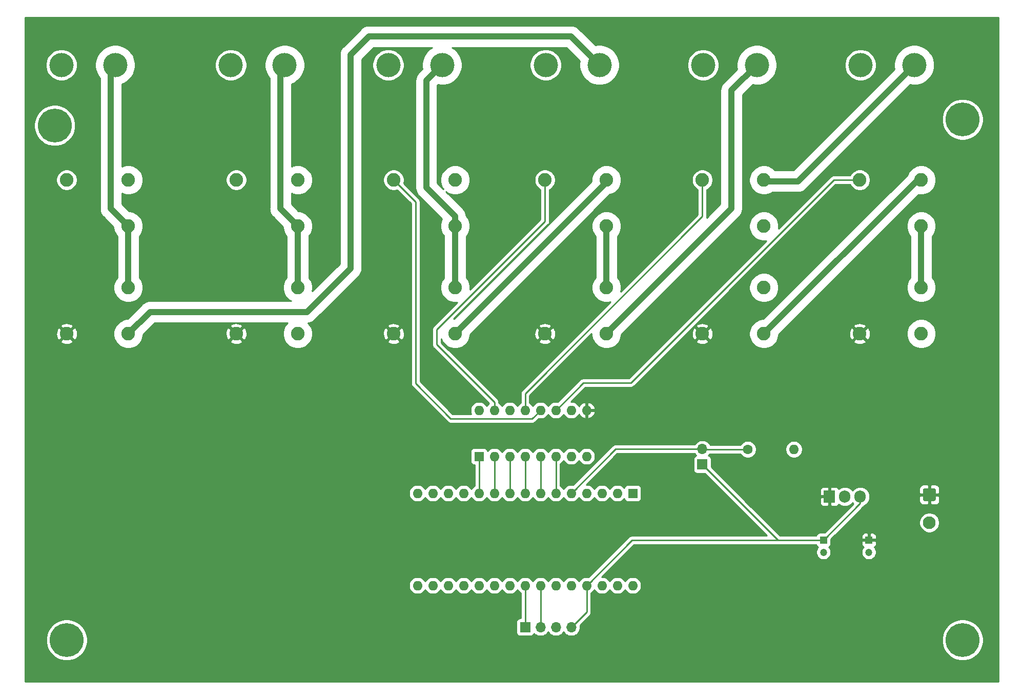
<source format=gbr>
G04 #@! TF.GenerationSoftware,KiCad,Pcbnew,5.1.9+dfsg1-1*
G04 #@! TF.CreationDate,2021-01-03T20:36:41+01:00*
G04 #@! TF.ProjectId,first_try,66697273-745f-4747-9279-2e6b69636164,rev?*
G04 #@! TF.SameCoordinates,Original*
G04 #@! TF.FileFunction,Copper,L1,Top*
G04 #@! TF.FilePolarity,Positive*
%FSLAX46Y46*%
G04 Gerber Fmt 4.6, Leading zero omitted, Abs format (unit mm)*
G04 Created by KiCad (PCBNEW 5.1.9+dfsg1-1) date 2021-01-03 20:36:41*
%MOMM*%
%LPD*%
G01*
G04 APERTURE LIST*
G04 #@! TA.AperFunction,ComponentPad*
%ADD10C,4.000000*%
G04 #@! TD*
G04 #@! TA.AperFunction,ComponentPad*
%ADD11O,1.600000X1.600000*%
G04 #@! TD*
G04 #@! TA.AperFunction,ComponentPad*
%ADD12R,1.600000X1.600000*%
G04 #@! TD*
G04 #@! TA.AperFunction,ComponentPad*
%ADD13C,5.600000*%
G04 #@! TD*
G04 #@! TA.AperFunction,ComponentPad*
%ADD14C,2.100000*%
G04 #@! TD*
G04 #@! TA.AperFunction,ComponentPad*
%ADD15O,1.700000X1.700000*%
G04 #@! TD*
G04 #@! TA.AperFunction,ComponentPad*
%ADD16R,1.700000X1.700000*%
G04 #@! TD*
G04 #@! TA.AperFunction,ComponentPad*
%ADD17C,1.200000*%
G04 #@! TD*
G04 #@! TA.AperFunction,ComponentPad*
%ADD18R,1.200000X1.200000*%
G04 #@! TD*
G04 #@! TA.AperFunction,ComponentPad*
%ADD19O,1.905000X2.000000*%
G04 #@! TD*
G04 #@! TA.AperFunction,ComponentPad*
%ADD20R,1.905000X2.000000*%
G04 #@! TD*
G04 #@! TA.AperFunction,ComponentPad*
%ADD21C,1.600000*%
G04 #@! TD*
G04 #@! TA.AperFunction,ComponentPad*
%ADD22C,2.250000*%
G04 #@! TD*
G04 #@! TA.AperFunction,Conductor*
%ADD23C,0.250000*%
G04 #@! TD*
G04 #@! TA.AperFunction,Conductor*
%ADD24C,1.000000*%
G04 #@! TD*
G04 #@! TA.AperFunction,Conductor*
%ADD25C,0.254000*%
G04 #@! TD*
G04 #@! TA.AperFunction,Conductor*
%ADD26C,0.100000*%
G04 #@! TD*
G04 APERTURE END LIST*
D10*
G04 #@! TO.P,J_IN3,2*
G04 #@! TO.N,GND*
X128110000Y-41000000D03*
G04 #@! TO.P,J_IN3,1*
G04 #@! TO.N,Net-(J_IN3-Pad1)*
X137000000Y-41000000D03*
G04 #@! TD*
G04 #@! TO.P,J_OUT1,2*
G04 #@! TO.N,GND*
X154110000Y-41000000D03*
G04 #@! TO.P,J_OUT1,1*
G04 #@! TO.N,Net-(J_OUT1-Pad1)*
X163000000Y-41000000D03*
G04 #@! TD*
G04 #@! TO.P,J_IN2,2*
G04 #@! TO.N,GND*
X102110000Y-41000000D03*
G04 #@! TO.P,J_IN2,1*
G04 #@! TO.N,Net-(J_IN2-Pad1)*
X111000000Y-41000000D03*
G04 #@! TD*
D11*
G04 #@! TO.P,U1,16*
G04 #@! TO.N,Net-(K1-Pad1)*
X143096000Y-98042000D03*
G04 #@! TO.P,U1,8*
G04 #@! TO.N,GND*
X160876000Y-105662000D03*
G04 #@! TO.P,U1,15*
G04 #@! TO.N,Net-(K2-Pad1)*
X145636000Y-98042000D03*
G04 #@! TO.P,U1,7*
G04 #@! TO.N,N/C*
X158336000Y-105662000D03*
G04 #@! TO.P,U1,14*
G04 #@! TO.N,Net-(K3-Pad1)*
X148176000Y-98042000D03*
G04 #@! TO.P,U1,6*
G04 #@! TO.N,Net-(A1-Pad6)*
X155796000Y-105662000D03*
G04 #@! TO.P,U1,13*
G04 #@! TO.N,Net-(K4-Pad1)*
X150716000Y-98042000D03*
G04 #@! TO.P,U1,5*
G04 #@! TO.N,Net-(A1-Pad7)*
X153256000Y-105662000D03*
G04 #@! TO.P,U1,12*
G04 #@! TO.N,Net-(K5-Pad1)*
X153256000Y-98042000D03*
G04 #@! TO.P,U1,4*
G04 #@! TO.N,Net-(A1-Pad8)*
X150716000Y-105662000D03*
G04 #@! TO.P,U1,11*
G04 #@! TO.N,Net-(K6-Pad1)*
X155796000Y-98042000D03*
G04 #@! TO.P,U1,3*
G04 #@! TO.N,Net-(A1-Pad9)*
X148176000Y-105662000D03*
G04 #@! TO.P,U1,10*
G04 #@! TO.N,N/C*
X158336000Y-98042000D03*
G04 #@! TO.P,U1,2*
G04 #@! TO.N,Net-(A1-Pad10)*
X145636000Y-105662000D03*
G04 #@! TO.P,U1,9*
G04 #@! TO.N,VCC*
X160876000Y-98042000D03*
D12*
G04 #@! TO.P,U1,1*
G04 #@! TO.N,Net-(A1-Pad11)*
X143096000Y-105662000D03*
G04 #@! TD*
D10*
G04 #@! TO.P,J_OUT3,2*
G04 #@! TO.N,GND*
X206110000Y-41000000D03*
G04 #@! TO.P,J_OUT3,1*
G04 #@! TO.N,Net-(J_OUT3-Pad1)*
X215000000Y-41000000D03*
G04 #@! TD*
G04 #@! TO.P,J_IN1,2*
G04 #@! TO.N,GND*
X74110000Y-41000000D03*
G04 #@! TO.P,J_IN1,1*
G04 #@! TO.N,Net-(J_IN1-Pad1)*
X83000000Y-41000000D03*
G04 #@! TD*
D11*
G04 #@! TO.P,A1,16*
G04 #@! TO.N,N/C*
X132936000Y-126998000D03*
G04 #@! TO.P,A1,15*
X132936000Y-111758000D03*
G04 #@! TO.P,A1,30*
X168496000Y-126998000D03*
G04 #@! TO.P,A1,14*
X135476000Y-111758000D03*
G04 #@! TO.P,A1,29*
G04 #@! TO.N,GND*
X165956000Y-126998000D03*
G04 #@! TO.P,A1,13*
G04 #@! TO.N,N/C*
X138016000Y-111758000D03*
G04 #@! TO.P,A1,28*
X163416000Y-126998000D03*
G04 #@! TO.P,A1,12*
X140556000Y-111758000D03*
G04 #@! TO.P,A1,27*
G04 #@! TO.N,Net-(A1-Pad27)*
X160876000Y-126998000D03*
G04 #@! TO.P,A1,11*
G04 #@! TO.N,Net-(A1-Pad11)*
X143096000Y-111758000D03*
G04 #@! TO.P,A1,26*
G04 #@! TO.N,N/C*
X158336000Y-126998000D03*
G04 #@! TO.P,A1,10*
G04 #@! TO.N,Net-(A1-Pad10)*
X145636000Y-111758000D03*
G04 #@! TO.P,A1,25*
G04 #@! TO.N,N/C*
X155796000Y-126998000D03*
G04 #@! TO.P,A1,9*
G04 #@! TO.N,Net-(A1-Pad9)*
X148176000Y-111758000D03*
G04 #@! TO.P,A1,24*
G04 #@! TO.N,Net-(A1-Pad24)*
X153256000Y-126998000D03*
G04 #@! TO.P,A1,8*
G04 #@! TO.N,Net-(A1-Pad8)*
X150716000Y-111758000D03*
G04 #@! TO.P,A1,23*
G04 #@! TO.N,Net-(A1-Pad23)*
X150716000Y-126998000D03*
G04 #@! TO.P,A1,7*
G04 #@! TO.N,Net-(A1-Pad7)*
X153256000Y-111758000D03*
G04 #@! TO.P,A1,22*
G04 #@! TO.N,N/C*
X148176000Y-126998000D03*
G04 #@! TO.P,A1,6*
G04 #@! TO.N,Net-(A1-Pad6)*
X155796000Y-111758000D03*
G04 #@! TO.P,A1,21*
G04 #@! TO.N,N/C*
X145636000Y-126998000D03*
G04 #@! TO.P,A1,5*
G04 #@! TO.N,Net-(A1-Pad5)*
X158336000Y-111758000D03*
G04 #@! TO.P,A1,20*
G04 #@! TO.N,N/C*
X143096000Y-126998000D03*
G04 #@! TO.P,A1,4*
G04 #@! TO.N,GND*
X160876000Y-111758000D03*
G04 #@! TO.P,A1,19*
G04 #@! TO.N,N/C*
X140556000Y-126998000D03*
G04 #@! TO.P,A1,3*
X163416000Y-111758000D03*
G04 #@! TO.P,A1,18*
X138016000Y-126998000D03*
G04 #@! TO.P,A1,2*
X165956000Y-111758000D03*
G04 #@! TO.P,A1,17*
X135476000Y-126998000D03*
D12*
G04 #@! TO.P,A1,1*
X168496000Y-111758000D03*
G04 #@! TD*
D13*
G04 #@! TO.P,H1,1*
G04 #@! TO.N,N/C*
X73000000Y-51000000D03*
G04 #@! TD*
G04 #@! TO.P,H2,1*
G04 #@! TO.N,N/C*
X223000000Y-136000000D03*
G04 #@! TD*
G04 #@! TO.P,H3,1*
G04 #@! TO.N,N/C*
X75000000Y-136000000D03*
G04 #@! TD*
G04 #@! TO.P,H4,1*
G04 #@! TO.N,N/C*
X223000000Y-50000000D03*
G04 #@! TD*
D14*
G04 #@! TO.P,J1,2*
G04 #@! TO.N,GND*
X217500000Y-116600000D03*
G04 #@! TO.P,J1,1*
G04 #@! TO.N,VCC*
G04 #@! TA.AperFunction,ComponentPad*
G36*
G01*
X216700000Y-110950000D02*
X218300000Y-110950000D01*
G75*
G02*
X218550000Y-111200000I0J-250000D01*
G01*
X218550000Y-112800000D01*
G75*
G02*
X218300000Y-113050000I-250000J0D01*
G01*
X216700000Y-113050000D01*
G75*
G02*
X216450000Y-112800000I0J250000D01*
G01*
X216450000Y-111200000D01*
G75*
G02*
X216700000Y-110950000I250000J0D01*
G01*
G37*
G04 #@! TD.AperFunction*
G04 #@! TD*
D15*
G04 #@! TO.P,J2,4*
G04 #@! TO.N,Net-(A1-Pad27)*
X158336000Y-133888000D03*
G04 #@! TO.P,J2,3*
G04 #@! TO.N,GND*
X155796000Y-133888000D03*
G04 #@! TO.P,J2,2*
G04 #@! TO.N,Net-(A1-Pad24)*
X153256000Y-133888000D03*
D16*
G04 #@! TO.P,J2,1*
G04 #@! TO.N,Net-(A1-Pad23)*
X150716000Y-133888000D03*
G04 #@! TD*
D10*
G04 #@! TO.P,J_OUT2,2*
G04 #@! TO.N,GND*
X180110000Y-41000000D03*
G04 #@! TO.P,J_OUT2,1*
G04 #@! TO.N,Net-(J_OUT2-Pad1)*
X189000000Y-41000000D03*
G04 #@! TD*
D17*
G04 #@! TO.P,C1,2*
G04 #@! TO.N,GND*
X207500000Y-121500000D03*
D18*
G04 #@! TO.P,C1,1*
G04 #@! TO.N,VCC*
X207500000Y-119500000D03*
G04 #@! TD*
D17*
G04 #@! TO.P,C2,2*
G04 #@! TO.N,GND*
X200000000Y-121500000D03*
D18*
G04 #@! TO.P,C2,1*
G04 #@! TO.N,Net-(A1-Pad27)*
X200000000Y-119500000D03*
G04 #@! TD*
D19*
G04 #@! TO.P,U2,3*
G04 #@! TO.N,Net-(A1-Pad27)*
X206080000Y-112300000D03*
G04 #@! TO.P,U2,2*
G04 #@! TO.N,GND*
X203540000Y-112300000D03*
D20*
G04 #@! TO.P,U2,1*
G04 #@! TO.N,VCC*
X201000000Y-112300000D03*
G04 #@! TD*
D11*
G04 #@! TO.P,R1,2*
G04 #@! TO.N,GND*
X195120000Y-104500000D03*
D21*
G04 #@! TO.P,R1,1*
G04 #@! TO.N,Net-(A1-Pad5)*
X187500000Y-104500000D03*
G04 #@! TD*
D15*
G04 #@! TO.P,SW1,2*
G04 #@! TO.N,Net-(A1-Pad5)*
X180000000Y-104460000D03*
D16*
G04 #@! TO.P,SW1,1*
G04 #@! TO.N,Net-(A1-Pad27)*
X180000000Y-107000000D03*
G04 #@! TD*
D22*
G04 #@! TO.P,K1,8*
G04 #@! TO.N,Net-(K1-Pad8)*
X85160000Y-60000000D03*
G04 #@! TO.P,K1,7*
G04 #@! TO.N,Net-(J_IN1-Pad1)*
X85160000Y-67620000D03*
G04 #@! TO.P,K1,6*
X85160000Y-77780000D03*
G04 #@! TO.P,K1,5*
G04 #@! TO.N,Net-(J_OUT1-Pad1)*
X85160000Y-85400000D03*
G04 #@! TO.P,K1,4*
G04 #@! TO.N,VCC*
X75000000Y-85400000D03*
G04 #@! TO.P,K1,1*
G04 #@! TO.N,Net-(K1-Pad1)*
X75000000Y-60000000D03*
G04 #@! TD*
G04 #@! TO.P,K2,8*
G04 #@! TO.N,Net-(J_OUT3-Pad1)*
X164160000Y-60000000D03*
G04 #@! TO.P,K2,7*
G04 #@! TO.N,Net-(K1-Pad8)*
X164160000Y-67620000D03*
G04 #@! TO.P,K2,6*
X164160000Y-77780000D03*
G04 #@! TO.P,K2,5*
G04 #@! TO.N,Net-(J_OUT2-Pad1)*
X164160000Y-85400000D03*
G04 #@! TO.P,K2,4*
G04 #@! TO.N,VCC*
X154000000Y-85400000D03*
G04 #@! TO.P,K2,1*
G04 #@! TO.N,Net-(K2-Pad1)*
X154000000Y-60000000D03*
G04 #@! TD*
G04 #@! TO.P,K3,8*
G04 #@! TO.N,Net-(K3-Pad8)*
X113160000Y-60000000D03*
G04 #@! TO.P,K3,7*
G04 #@! TO.N,Net-(J_IN2-Pad1)*
X113160000Y-67620000D03*
G04 #@! TO.P,K3,6*
X113160000Y-77780000D03*
G04 #@! TO.P,K3,5*
G04 #@! TO.N,Net-(J_OUT2-Pad1)*
X113160000Y-85400000D03*
G04 #@! TO.P,K3,4*
G04 #@! TO.N,VCC*
X103000000Y-85400000D03*
G04 #@! TO.P,K3,1*
G04 #@! TO.N,Net-(K3-Pad1)*
X103000000Y-60000000D03*
G04 #@! TD*
G04 #@! TO.P,K4,8*
G04 #@! TO.N,Net-(J_OUT3-Pad1)*
X190160000Y-60000000D03*
G04 #@! TO.P,K4,7*
G04 #@! TO.N,Net-(K3-Pad8)*
X190160000Y-67620000D03*
G04 #@! TO.P,K4,6*
X190160000Y-77780000D03*
G04 #@! TO.P,K4,5*
G04 #@! TO.N,Net-(J_OUT1-Pad1)*
X190160000Y-85400000D03*
G04 #@! TO.P,K4,4*
G04 #@! TO.N,VCC*
X180000000Y-85400000D03*
G04 #@! TO.P,K4,1*
G04 #@! TO.N,Net-(K4-Pad1)*
X180000000Y-60000000D03*
G04 #@! TD*
G04 #@! TO.P,K5,8*
G04 #@! TO.N,Net-(K5-Pad8)*
X139160000Y-60000000D03*
G04 #@! TO.P,K5,7*
G04 #@! TO.N,Net-(J_IN3-Pad1)*
X139160000Y-67620000D03*
G04 #@! TO.P,K5,6*
X139160000Y-77780000D03*
G04 #@! TO.P,K5,5*
G04 #@! TO.N,Net-(J_OUT3-Pad1)*
X139160000Y-85400000D03*
G04 #@! TO.P,K5,4*
G04 #@! TO.N,VCC*
X129000000Y-85400000D03*
G04 #@! TO.P,K5,1*
G04 #@! TO.N,Net-(K5-Pad1)*
X129000000Y-60000000D03*
G04 #@! TD*
G04 #@! TO.P,K6,8*
G04 #@! TO.N,Net-(J_OUT1-Pad1)*
X216160000Y-60000000D03*
G04 #@! TO.P,K6,7*
G04 #@! TO.N,Net-(K5-Pad8)*
X216160000Y-67620000D03*
G04 #@! TO.P,K6,6*
X216160000Y-77780000D03*
G04 #@! TO.P,K6,5*
G04 #@! TO.N,Net-(J_OUT2-Pad1)*
X216160000Y-85400000D03*
G04 #@! TO.P,K6,4*
G04 #@! TO.N,VCC*
X206000000Y-85400000D03*
G04 #@! TO.P,K6,1*
G04 #@! TO.N,Net-(K6-Pad1)*
X206000000Y-60000000D03*
G04 #@! TD*
D23*
G04 #@! TO.N,Net-(A1-Pad11)*
X143096000Y-105662000D02*
X143096000Y-111758000D01*
G04 #@! TO.N,Net-(A1-Pad10)*
X145636000Y-105662000D02*
X145636000Y-111758000D01*
G04 #@! TO.N,Net-(A1-Pad9)*
X148176000Y-105662000D02*
X148176000Y-111758000D01*
G04 #@! TO.N,Net-(A1-Pad8)*
X150716000Y-105662000D02*
X150716000Y-111758000D01*
G04 #@! TO.N,Net-(A1-Pad7)*
X153256000Y-105662000D02*
X153256000Y-111758000D01*
G04 #@! TO.N,Net-(A1-Pad6)*
X155796000Y-105662000D02*
X155796000Y-111758000D01*
D24*
G04 #@! TO.N,Net-(J_IN1-Pad1)*
X85160000Y-67620000D02*
X82295000Y-64755000D01*
X82295000Y-64755000D02*
X82295000Y-41705000D01*
X82295000Y-41705000D02*
X83000000Y-41000000D01*
X85160000Y-77780000D02*
X85160000Y-67620000D01*
G04 #@! TO.N,Net-(J_IN2-Pad1)*
X113160000Y-67620000D02*
X110295000Y-64755000D01*
X110295000Y-64755000D02*
X110295000Y-41705000D01*
X110295000Y-41705000D02*
X111000000Y-41000000D01*
X113160000Y-77780000D02*
X113160000Y-67620000D01*
G04 #@! TO.N,Net-(J_IN3-Pad1)*
X139160000Y-77780000D02*
X139160000Y-67620000D01*
X134400000Y-43600000D02*
X137000000Y-41000000D01*
X134400000Y-61269010D02*
X134400000Y-43600000D01*
X139160000Y-66029010D02*
X134400000Y-61269010D01*
X139160000Y-67620000D02*
X139160000Y-66029010D01*
G04 #@! TO.N,Net-(J_OUT1-Pad1)*
X88760000Y-81800000D02*
X85160000Y-85400000D01*
X114700000Y-81800000D02*
X88760000Y-81800000D01*
X121910200Y-74589800D02*
X114700000Y-81800000D01*
X121910200Y-39289800D02*
X121910200Y-74589800D01*
X124900000Y-36300000D02*
X121910200Y-39289800D01*
X158300000Y-36300000D02*
X124900000Y-36300000D01*
X163000000Y-41000000D02*
X158300000Y-36300000D01*
X215360000Y-60200000D02*
X216160000Y-60200000D01*
X190160000Y-85400000D02*
X215360000Y-60200000D01*
G04 #@! TO.N,Net-(J_OUT2-Pad1)*
X164160000Y-85400000D02*
X184800000Y-64760000D01*
X184800000Y-45200000D02*
X189000000Y-41000000D01*
X184800000Y-64760000D02*
X184800000Y-45200000D01*
G04 #@! TO.N,Net-(J_OUT3-Pad1)*
X139160000Y-85400000D02*
X164160000Y-60400000D01*
X164160000Y-60400000D02*
X164160000Y-60200000D01*
X190160000Y-60200000D02*
X195800000Y-60200000D01*
X195800000Y-60200000D02*
X215000000Y-41000000D01*
G04 #@! TO.N,Net-(K1-Pad8)*
X164160000Y-67620000D02*
X164160000Y-77780000D01*
G04 #@! TO.N,Net-(K5-Pad8)*
X216160000Y-77780000D02*
X216160000Y-67620000D01*
D23*
G04 #@! TO.N,Net-(A1-Pad27)*
X206080000Y-112300000D02*
X206080000Y-113420000D01*
X206080000Y-113420000D02*
X200000000Y-119500000D01*
X180000000Y-107000000D02*
X192500000Y-119500000D01*
X200000000Y-119500000D02*
X192500000Y-119500000D01*
X192500000Y-119500000D02*
X168374000Y-119500000D01*
X168374000Y-119500000D02*
X160876000Y-126998000D01*
X160876000Y-126998000D02*
X160876000Y-131348000D01*
X160876000Y-131348000D02*
X158336000Y-133888000D01*
G04 #@! TO.N,Net-(A1-Pad24)*
X153256000Y-126998000D02*
X153256000Y-133888000D01*
G04 #@! TO.N,Net-(A1-Pad23)*
X150716000Y-133888000D02*
X150716000Y-126998000D01*
G04 #@! TO.N,Net-(K2-Pad1)*
X145636000Y-96716700D02*
X145636000Y-98042000D01*
X154000000Y-66803450D02*
X136100000Y-84703450D01*
X136100000Y-87180700D02*
X145636000Y-96716700D01*
X136100000Y-84703450D02*
X136100000Y-87180700D01*
X154000000Y-60000000D02*
X154000000Y-66803450D01*
G04 #@! TO.N,Net-(K4-Pad1)*
X180000000Y-60000000D02*
X180000000Y-66022300D01*
X180000000Y-66022300D02*
X150716000Y-95306300D01*
X150716000Y-95306300D02*
X150716000Y-98042000D01*
G04 #@! TO.N,Net-(K5-Pad1)*
X132600000Y-63600000D02*
X129000000Y-60000000D01*
X132600000Y-93600000D02*
X132600000Y-63600000D01*
X138420900Y-99420900D02*
X132600000Y-93600000D01*
X151877100Y-99420900D02*
X138420900Y-99420900D01*
X153256000Y-98042000D02*
X151877100Y-99420900D01*
G04 #@! TO.N,Net-(K6-Pad1)*
X155796000Y-98042000D02*
X156027000Y-98042000D01*
X155796000Y-98042000D02*
X160338000Y-93500000D01*
X160338000Y-93500000D02*
X168200000Y-93500000D01*
X201700000Y-60000000D02*
X206000000Y-60000000D01*
X168200000Y-93500000D02*
X201700000Y-60000000D01*
G04 #@! TO.N,Net-(A1-Pad5)*
X180000000Y-104460000D02*
X165634000Y-104460000D01*
X165634000Y-104460000D02*
X158336000Y-111758000D01*
X187500000Y-104500000D02*
X180040000Y-104500000D01*
X180040000Y-104500000D02*
X180000000Y-104460000D01*
G04 #@! TD*
D25*
G04 #@! TO.N,VCC*
X228873000Y-142873000D02*
X68127000Y-142873000D01*
X68127000Y-135661682D01*
X71565000Y-135661682D01*
X71565000Y-136338318D01*
X71697006Y-137001952D01*
X71955943Y-137627082D01*
X72331862Y-138189685D01*
X72810315Y-138668138D01*
X73372918Y-139044057D01*
X73998048Y-139302994D01*
X74661682Y-139435000D01*
X75338318Y-139435000D01*
X76001952Y-139302994D01*
X76627082Y-139044057D01*
X77189685Y-138668138D01*
X77668138Y-138189685D01*
X78044057Y-137627082D01*
X78302994Y-137001952D01*
X78435000Y-136338318D01*
X78435000Y-135661682D01*
X219565000Y-135661682D01*
X219565000Y-136338318D01*
X219697006Y-137001952D01*
X219955943Y-137627082D01*
X220331862Y-138189685D01*
X220810315Y-138668138D01*
X221372918Y-139044057D01*
X221998048Y-139302994D01*
X222661682Y-139435000D01*
X223338318Y-139435000D01*
X224001952Y-139302994D01*
X224627082Y-139044057D01*
X225189685Y-138668138D01*
X225668138Y-138189685D01*
X226044057Y-137627082D01*
X226302994Y-137001952D01*
X226435000Y-136338318D01*
X226435000Y-135661682D01*
X226302994Y-134998048D01*
X226044057Y-134372918D01*
X225668138Y-133810315D01*
X225189685Y-133331862D01*
X224627082Y-132955943D01*
X224001952Y-132697006D01*
X223338318Y-132565000D01*
X222661682Y-132565000D01*
X221998048Y-132697006D01*
X221372918Y-132955943D01*
X220810315Y-133331862D01*
X220331862Y-133810315D01*
X219955943Y-134372918D01*
X219697006Y-134998048D01*
X219565000Y-135661682D01*
X78435000Y-135661682D01*
X78302994Y-134998048D01*
X78044057Y-134372918D01*
X77668138Y-133810315D01*
X77189685Y-133331862D01*
X76627082Y-132955943D01*
X76001952Y-132697006D01*
X75338318Y-132565000D01*
X74661682Y-132565000D01*
X73998048Y-132697006D01*
X73372918Y-132955943D01*
X72810315Y-133331862D01*
X72331862Y-133810315D01*
X71955943Y-134372918D01*
X71697006Y-134998048D01*
X71565000Y-135661682D01*
X68127000Y-135661682D01*
X68127000Y-111616665D01*
X131501000Y-111616665D01*
X131501000Y-111899335D01*
X131556147Y-112176574D01*
X131664320Y-112437727D01*
X131821363Y-112672759D01*
X132021241Y-112872637D01*
X132256273Y-113029680D01*
X132517426Y-113137853D01*
X132794665Y-113193000D01*
X133077335Y-113193000D01*
X133354574Y-113137853D01*
X133615727Y-113029680D01*
X133850759Y-112872637D01*
X134050637Y-112672759D01*
X134206000Y-112440241D01*
X134361363Y-112672759D01*
X134561241Y-112872637D01*
X134796273Y-113029680D01*
X135057426Y-113137853D01*
X135334665Y-113193000D01*
X135617335Y-113193000D01*
X135894574Y-113137853D01*
X136155727Y-113029680D01*
X136390759Y-112872637D01*
X136590637Y-112672759D01*
X136746000Y-112440241D01*
X136901363Y-112672759D01*
X137101241Y-112872637D01*
X137336273Y-113029680D01*
X137597426Y-113137853D01*
X137874665Y-113193000D01*
X138157335Y-113193000D01*
X138434574Y-113137853D01*
X138695727Y-113029680D01*
X138930759Y-112872637D01*
X139130637Y-112672759D01*
X139286000Y-112440241D01*
X139441363Y-112672759D01*
X139641241Y-112872637D01*
X139876273Y-113029680D01*
X140137426Y-113137853D01*
X140414665Y-113193000D01*
X140697335Y-113193000D01*
X140974574Y-113137853D01*
X141235727Y-113029680D01*
X141470759Y-112872637D01*
X141670637Y-112672759D01*
X141826000Y-112440241D01*
X141981363Y-112672759D01*
X142181241Y-112872637D01*
X142416273Y-113029680D01*
X142677426Y-113137853D01*
X142954665Y-113193000D01*
X143237335Y-113193000D01*
X143514574Y-113137853D01*
X143775727Y-113029680D01*
X144010759Y-112872637D01*
X144210637Y-112672759D01*
X144366000Y-112440241D01*
X144521363Y-112672759D01*
X144721241Y-112872637D01*
X144956273Y-113029680D01*
X145217426Y-113137853D01*
X145494665Y-113193000D01*
X145777335Y-113193000D01*
X146054574Y-113137853D01*
X146315727Y-113029680D01*
X146550759Y-112872637D01*
X146750637Y-112672759D01*
X146906000Y-112440241D01*
X147061363Y-112672759D01*
X147261241Y-112872637D01*
X147496273Y-113029680D01*
X147757426Y-113137853D01*
X148034665Y-113193000D01*
X148317335Y-113193000D01*
X148594574Y-113137853D01*
X148855727Y-113029680D01*
X149090759Y-112872637D01*
X149290637Y-112672759D01*
X149446000Y-112440241D01*
X149601363Y-112672759D01*
X149801241Y-112872637D01*
X150036273Y-113029680D01*
X150297426Y-113137853D01*
X150574665Y-113193000D01*
X150857335Y-113193000D01*
X151134574Y-113137853D01*
X151395727Y-113029680D01*
X151630759Y-112872637D01*
X151830637Y-112672759D01*
X151986000Y-112440241D01*
X152141363Y-112672759D01*
X152341241Y-112872637D01*
X152576273Y-113029680D01*
X152837426Y-113137853D01*
X153114665Y-113193000D01*
X153397335Y-113193000D01*
X153674574Y-113137853D01*
X153935727Y-113029680D01*
X154170759Y-112872637D01*
X154370637Y-112672759D01*
X154526000Y-112440241D01*
X154681363Y-112672759D01*
X154881241Y-112872637D01*
X155116273Y-113029680D01*
X155377426Y-113137853D01*
X155654665Y-113193000D01*
X155937335Y-113193000D01*
X156214574Y-113137853D01*
X156475727Y-113029680D01*
X156710759Y-112872637D01*
X156910637Y-112672759D01*
X157066000Y-112440241D01*
X157221363Y-112672759D01*
X157421241Y-112872637D01*
X157656273Y-113029680D01*
X157917426Y-113137853D01*
X158194665Y-113193000D01*
X158477335Y-113193000D01*
X158754574Y-113137853D01*
X159015727Y-113029680D01*
X159250759Y-112872637D01*
X159450637Y-112672759D01*
X159606000Y-112440241D01*
X159761363Y-112672759D01*
X159961241Y-112872637D01*
X160196273Y-113029680D01*
X160457426Y-113137853D01*
X160734665Y-113193000D01*
X161017335Y-113193000D01*
X161294574Y-113137853D01*
X161555727Y-113029680D01*
X161790759Y-112872637D01*
X161990637Y-112672759D01*
X162146000Y-112440241D01*
X162301363Y-112672759D01*
X162501241Y-112872637D01*
X162736273Y-113029680D01*
X162997426Y-113137853D01*
X163274665Y-113193000D01*
X163557335Y-113193000D01*
X163834574Y-113137853D01*
X164095727Y-113029680D01*
X164330759Y-112872637D01*
X164530637Y-112672759D01*
X164686000Y-112440241D01*
X164841363Y-112672759D01*
X165041241Y-112872637D01*
X165276273Y-113029680D01*
X165537426Y-113137853D01*
X165814665Y-113193000D01*
X166097335Y-113193000D01*
X166374574Y-113137853D01*
X166635727Y-113029680D01*
X166870759Y-112872637D01*
X167069357Y-112674039D01*
X167070188Y-112682482D01*
X167106498Y-112802180D01*
X167165463Y-112912494D01*
X167244815Y-113009185D01*
X167341506Y-113088537D01*
X167451820Y-113147502D01*
X167571518Y-113183812D01*
X167696000Y-113196072D01*
X169296000Y-113196072D01*
X169420482Y-113183812D01*
X169540180Y-113147502D01*
X169650494Y-113088537D01*
X169747185Y-113009185D01*
X169826537Y-112912494D01*
X169885502Y-112802180D01*
X169921812Y-112682482D01*
X169934072Y-112558000D01*
X169934072Y-110958000D01*
X169921812Y-110833518D01*
X169885502Y-110713820D01*
X169826537Y-110603506D01*
X169747185Y-110506815D01*
X169650494Y-110427463D01*
X169540180Y-110368498D01*
X169420482Y-110332188D01*
X169296000Y-110319928D01*
X167696000Y-110319928D01*
X167571518Y-110332188D01*
X167451820Y-110368498D01*
X167341506Y-110427463D01*
X167244815Y-110506815D01*
X167165463Y-110603506D01*
X167106498Y-110713820D01*
X167070188Y-110833518D01*
X167069357Y-110841961D01*
X166870759Y-110643363D01*
X166635727Y-110486320D01*
X166374574Y-110378147D01*
X166097335Y-110323000D01*
X165814665Y-110323000D01*
X165537426Y-110378147D01*
X165276273Y-110486320D01*
X165041241Y-110643363D01*
X164841363Y-110843241D01*
X164686000Y-111075759D01*
X164530637Y-110843241D01*
X164330759Y-110643363D01*
X164095727Y-110486320D01*
X163834574Y-110378147D01*
X163557335Y-110323000D01*
X163274665Y-110323000D01*
X162997426Y-110378147D01*
X162736273Y-110486320D01*
X162501241Y-110643363D01*
X162301363Y-110843241D01*
X162146000Y-111075759D01*
X161990637Y-110843241D01*
X161790759Y-110643363D01*
X161555727Y-110486320D01*
X161294574Y-110378147D01*
X161017335Y-110323000D01*
X160845801Y-110323000D01*
X165948802Y-105220000D01*
X178721822Y-105220000D01*
X178846525Y-105406632D01*
X178978380Y-105538487D01*
X178905820Y-105560498D01*
X178795506Y-105619463D01*
X178698815Y-105698815D01*
X178619463Y-105795506D01*
X178560498Y-105905820D01*
X178524188Y-106025518D01*
X178511928Y-106150000D01*
X178511928Y-107850000D01*
X178524188Y-107974482D01*
X178560498Y-108094180D01*
X178619463Y-108204494D01*
X178698815Y-108301185D01*
X178795506Y-108380537D01*
X178905820Y-108439502D01*
X179025518Y-108475812D01*
X179150000Y-108488072D01*
X180413271Y-108488072D01*
X190665198Y-118740000D01*
X168411322Y-118740000D01*
X168373999Y-118736324D01*
X168336676Y-118740000D01*
X168336667Y-118740000D01*
X168225014Y-118750997D01*
X168081753Y-118794454D01*
X167949724Y-118865026D01*
X167833999Y-118959999D01*
X167810201Y-118988997D01*
X161199887Y-125599312D01*
X161017335Y-125563000D01*
X160734665Y-125563000D01*
X160457426Y-125618147D01*
X160196273Y-125726320D01*
X159961241Y-125883363D01*
X159761363Y-126083241D01*
X159606000Y-126315759D01*
X159450637Y-126083241D01*
X159250759Y-125883363D01*
X159015727Y-125726320D01*
X158754574Y-125618147D01*
X158477335Y-125563000D01*
X158194665Y-125563000D01*
X157917426Y-125618147D01*
X157656273Y-125726320D01*
X157421241Y-125883363D01*
X157221363Y-126083241D01*
X157066000Y-126315759D01*
X156910637Y-126083241D01*
X156710759Y-125883363D01*
X156475727Y-125726320D01*
X156214574Y-125618147D01*
X155937335Y-125563000D01*
X155654665Y-125563000D01*
X155377426Y-125618147D01*
X155116273Y-125726320D01*
X154881241Y-125883363D01*
X154681363Y-126083241D01*
X154526000Y-126315759D01*
X154370637Y-126083241D01*
X154170759Y-125883363D01*
X153935727Y-125726320D01*
X153674574Y-125618147D01*
X153397335Y-125563000D01*
X153114665Y-125563000D01*
X152837426Y-125618147D01*
X152576273Y-125726320D01*
X152341241Y-125883363D01*
X152141363Y-126083241D01*
X151986000Y-126315759D01*
X151830637Y-126083241D01*
X151630759Y-125883363D01*
X151395727Y-125726320D01*
X151134574Y-125618147D01*
X150857335Y-125563000D01*
X150574665Y-125563000D01*
X150297426Y-125618147D01*
X150036273Y-125726320D01*
X149801241Y-125883363D01*
X149601363Y-126083241D01*
X149446000Y-126315759D01*
X149290637Y-126083241D01*
X149090759Y-125883363D01*
X148855727Y-125726320D01*
X148594574Y-125618147D01*
X148317335Y-125563000D01*
X148034665Y-125563000D01*
X147757426Y-125618147D01*
X147496273Y-125726320D01*
X147261241Y-125883363D01*
X147061363Y-126083241D01*
X146906000Y-126315759D01*
X146750637Y-126083241D01*
X146550759Y-125883363D01*
X146315727Y-125726320D01*
X146054574Y-125618147D01*
X145777335Y-125563000D01*
X145494665Y-125563000D01*
X145217426Y-125618147D01*
X144956273Y-125726320D01*
X144721241Y-125883363D01*
X144521363Y-126083241D01*
X144366000Y-126315759D01*
X144210637Y-126083241D01*
X144010759Y-125883363D01*
X143775727Y-125726320D01*
X143514574Y-125618147D01*
X143237335Y-125563000D01*
X142954665Y-125563000D01*
X142677426Y-125618147D01*
X142416273Y-125726320D01*
X142181241Y-125883363D01*
X141981363Y-126083241D01*
X141826000Y-126315759D01*
X141670637Y-126083241D01*
X141470759Y-125883363D01*
X141235727Y-125726320D01*
X140974574Y-125618147D01*
X140697335Y-125563000D01*
X140414665Y-125563000D01*
X140137426Y-125618147D01*
X139876273Y-125726320D01*
X139641241Y-125883363D01*
X139441363Y-126083241D01*
X139286000Y-126315759D01*
X139130637Y-126083241D01*
X138930759Y-125883363D01*
X138695727Y-125726320D01*
X138434574Y-125618147D01*
X138157335Y-125563000D01*
X137874665Y-125563000D01*
X137597426Y-125618147D01*
X137336273Y-125726320D01*
X137101241Y-125883363D01*
X136901363Y-126083241D01*
X136746000Y-126315759D01*
X136590637Y-126083241D01*
X136390759Y-125883363D01*
X136155727Y-125726320D01*
X135894574Y-125618147D01*
X135617335Y-125563000D01*
X135334665Y-125563000D01*
X135057426Y-125618147D01*
X134796273Y-125726320D01*
X134561241Y-125883363D01*
X134361363Y-126083241D01*
X134206000Y-126315759D01*
X134050637Y-126083241D01*
X133850759Y-125883363D01*
X133615727Y-125726320D01*
X133354574Y-125618147D01*
X133077335Y-125563000D01*
X132794665Y-125563000D01*
X132517426Y-125618147D01*
X132256273Y-125726320D01*
X132021241Y-125883363D01*
X131821363Y-126083241D01*
X131664320Y-126318273D01*
X131556147Y-126579426D01*
X131501000Y-126856665D01*
X131501000Y-127139335D01*
X131556147Y-127416574D01*
X131664320Y-127677727D01*
X131821363Y-127912759D01*
X132021241Y-128112637D01*
X132256273Y-128269680D01*
X132517426Y-128377853D01*
X132794665Y-128433000D01*
X133077335Y-128433000D01*
X133354574Y-128377853D01*
X133615727Y-128269680D01*
X133850759Y-128112637D01*
X134050637Y-127912759D01*
X134206000Y-127680241D01*
X134361363Y-127912759D01*
X134561241Y-128112637D01*
X134796273Y-128269680D01*
X135057426Y-128377853D01*
X135334665Y-128433000D01*
X135617335Y-128433000D01*
X135894574Y-128377853D01*
X136155727Y-128269680D01*
X136390759Y-128112637D01*
X136590637Y-127912759D01*
X136746000Y-127680241D01*
X136901363Y-127912759D01*
X137101241Y-128112637D01*
X137336273Y-128269680D01*
X137597426Y-128377853D01*
X137874665Y-128433000D01*
X138157335Y-128433000D01*
X138434574Y-128377853D01*
X138695727Y-128269680D01*
X138930759Y-128112637D01*
X139130637Y-127912759D01*
X139286000Y-127680241D01*
X139441363Y-127912759D01*
X139641241Y-128112637D01*
X139876273Y-128269680D01*
X140137426Y-128377853D01*
X140414665Y-128433000D01*
X140697335Y-128433000D01*
X140974574Y-128377853D01*
X141235727Y-128269680D01*
X141470759Y-128112637D01*
X141670637Y-127912759D01*
X141826000Y-127680241D01*
X141981363Y-127912759D01*
X142181241Y-128112637D01*
X142416273Y-128269680D01*
X142677426Y-128377853D01*
X142954665Y-128433000D01*
X143237335Y-128433000D01*
X143514574Y-128377853D01*
X143775727Y-128269680D01*
X144010759Y-128112637D01*
X144210637Y-127912759D01*
X144366000Y-127680241D01*
X144521363Y-127912759D01*
X144721241Y-128112637D01*
X144956273Y-128269680D01*
X145217426Y-128377853D01*
X145494665Y-128433000D01*
X145777335Y-128433000D01*
X146054574Y-128377853D01*
X146315727Y-128269680D01*
X146550759Y-128112637D01*
X146750637Y-127912759D01*
X146906000Y-127680241D01*
X147061363Y-127912759D01*
X147261241Y-128112637D01*
X147496273Y-128269680D01*
X147757426Y-128377853D01*
X148034665Y-128433000D01*
X148317335Y-128433000D01*
X148594574Y-128377853D01*
X148855727Y-128269680D01*
X149090759Y-128112637D01*
X149290637Y-127912759D01*
X149446000Y-127680241D01*
X149601363Y-127912759D01*
X149801241Y-128112637D01*
X149956001Y-128216044D01*
X149956000Y-132399928D01*
X149866000Y-132399928D01*
X149741518Y-132412188D01*
X149621820Y-132448498D01*
X149511506Y-132507463D01*
X149414815Y-132586815D01*
X149335463Y-132683506D01*
X149276498Y-132793820D01*
X149240188Y-132913518D01*
X149227928Y-133038000D01*
X149227928Y-134738000D01*
X149240188Y-134862482D01*
X149276498Y-134982180D01*
X149335463Y-135092494D01*
X149414815Y-135189185D01*
X149511506Y-135268537D01*
X149621820Y-135327502D01*
X149741518Y-135363812D01*
X149866000Y-135376072D01*
X151566000Y-135376072D01*
X151690482Y-135363812D01*
X151810180Y-135327502D01*
X151920494Y-135268537D01*
X152017185Y-135189185D01*
X152096537Y-135092494D01*
X152155502Y-134982180D01*
X152177513Y-134909620D01*
X152309368Y-135041475D01*
X152552589Y-135203990D01*
X152822842Y-135315932D01*
X153109740Y-135373000D01*
X153402260Y-135373000D01*
X153689158Y-135315932D01*
X153959411Y-135203990D01*
X154202632Y-135041475D01*
X154409475Y-134834632D01*
X154526000Y-134660240D01*
X154642525Y-134834632D01*
X154849368Y-135041475D01*
X155092589Y-135203990D01*
X155362842Y-135315932D01*
X155649740Y-135373000D01*
X155942260Y-135373000D01*
X156229158Y-135315932D01*
X156499411Y-135203990D01*
X156742632Y-135041475D01*
X156949475Y-134834632D01*
X157066000Y-134660240D01*
X157182525Y-134834632D01*
X157389368Y-135041475D01*
X157632589Y-135203990D01*
X157902842Y-135315932D01*
X158189740Y-135373000D01*
X158482260Y-135373000D01*
X158769158Y-135315932D01*
X159039411Y-135203990D01*
X159282632Y-135041475D01*
X159489475Y-134834632D01*
X159651990Y-134591411D01*
X159763932Y-134321158D01*
X159821000Y-134034260D01*
X159821000Y-133741740D01*
X159777210Y-133521592D01*
X161387008Y-131911795D01*
X161416001Y-131888001D01*
X161439795Y-131859008D01*
X161439799Y-131859004D01*
X161510973Y-131772277D01*
X161510974Y-131772276D01*
X161581546Y-131640247D01*
X161625003Y-131496986D01*
X161636000Y-131385333D01*
X161636000Y-131385324D01*
X161639676Y-131348001D01*
X161636000Y-131310678D01*
X161636000Y-128216043D01*
X161790759Y-128112637D01*
X161990637Y-127912759D01*
X162146000Y-127680241D01*
X162301363Y-127912759D01*
X162501241Y-128112637D01*
X162736273Y-128269680D01*
X162997426Y-128377853D01*
X163274665Y-128433000D01*
X163557335Y-128433000D01*
X163834574Y-128377853D01*
X164095727Y-128269680D01*
X164330759Y-128112637D01*
X164530637Y-127912759D01*
X164686000Y-127680241D01*
X164841363Y-127912759D01*
X165041241Y-128112637D01*
X165276273Y-128269680D01*
X165537426Y-128377853D01*
X165814665Y-128433000D01*
X166097335Y-128433000D01*
X166374574Y-128377853D01*
X166635727Y-128269680D01*
X166870759Y-128112637D01*
X167070637Y-127912759D01*
X167226000Y-127680241D01*
X167381363Y-127912759D01*
X167581241Y-128112637D01*
X167816273Y-128269680D01*
X168077426Y-128377853D01*
X168354665Y-128433000D01*
X168637335Y-128433000D01*
X168914574Y-128377853D01*
X169175727Y-128269680D01*
X169410759Y-128112637D01*
X169610637Y-127912759D01*
X169767680Y-127677727D01*
X169875853Y-127416574D01*
X169931000Y-127139335D01*
X169931000Y-126856665D01*
X169875853Y-126579426D01*
X169767680Y-126318273D01*
X169610637Y-126083241D01*
X169410759Y-125883363D01*
X169175727Y-125726320D01*
X168914574Y-125618147D01*
X168637335Y-125563000D01*
X168354665Y-125563000D01*
X168077426Y-125618147D01*
X167816273Y-125726320D01*
X167581241Y-125883363D01*
X167381363Y-126083241D01*
X167226000Y-126315759D01*
X167070637Y-126083241D01*
X166870759Y-125883363D01*
X166635727Y-125726320D01*
X166374574Y-125618147D01*
X166097335Y-125563000D01*
X165814665Y-125563000D01*
X165537426Y-125618147D01*
X165276273Y-125726320D01*
X165041241Y-125883363D01*
X164841363Y-126083241D01*
X164686000Y-126315759D01*
X164530637Y-126083241D01*
X164330759Y-125883363D01*
X164095727Y-125726320D01*
X163834574Y-125618147D01*
X163557335Y-125563000D01*
X163385801Y-125563000D01*
X168688802Y-120260000D01*
X192462667Y-120260000D01*
X192500000Y-120263677D01*
X192537333Y-120260000D01*
X198784962Y-120260000D01*
X198810498Y-120344180D01*
X198869463Y-120454494D01*
X198948815Y-120551185D01*
X199045506Y-120630537D01*
X199095947Y-120657499D01*
X199040713Y-120712733D01*
X198905557Y-120915008D01*
X198812460Y-121139764D01*
X198765000Y-121378363D01*
X198765000Y-121621637D01*
X198812460Y-121860236D01*
X198905557Y-122084992D01*
X199040713Y-122287267D01*
X199212733Y-122459287D01*
X199415008Y-122594443D01*
X199639764Y-122687540D01*
X199878363Y-122735000D01*
X200121637Y-122735000D01*
X200360236Y-122687540D01*
X200584992Y-122594443D01*
X200787267Y-122459287D01*
X200959287Y-122287267D01*
X201094443Y-122084992D01*
X201187540Y-121860236D01*
X201235000Y-121621637D01*
X201235000Y-121378363D01*
X201187540Y-121139764D01*
X201094443Y-120915008D01*
X200959287Y-120712733D01*
X200904053Y-120657499D01*
X200954494Y-120630537D01*
X201051185Y-120551185D01*
X201130537Y-120454494D01*
X201189502Y-120344180D01*
X201225812Y-120224482D01*
X201238072Y-120100000D01*
X206261928Y-120100000D01*
X206274188Y-120224482D01*
X206310498Y-120344180D01*
X206369463Y-120454494D01*
X206448815Y-120551185D01*
X206545506Y-120630537D01*
X206595947Y-120657499D01*
X206540713Y-120712733D01*
X206405557Y-120915008D01*
X206312460Y-121139764D01*
X206265000Y-121378363D01*
X206265000Y-121621637D01*
X206312460Y-121860236D01*
X206405557Y-122084992D01*
X206540713Y-122287267D01*
X206712733Y-122459287D01*
X206915008Y-122594443D01*
X207139764Y-122687540D01*
X207378363Y-122735000D01*
X207621637Y-122735000D01*
X207860236Y-122687540D01*
X208084992Y-122594443D01*
X208287267Y-122459287D01*
X208459287Y-122287267D01*
X208594443Y-122084992D01*
X208687540Y-121860236D01*
X208735000Y-121621637D01*
X208735000Y-121378363D01*
X208687540Y-121139764D01*
X208594443Y-120915008D01*
X208459287Y-120712733D01*
X208404053Y-120657499D01*
X208454494Y-120630537D01*
X208551185Y-120551185D01*
X208630537Y-120454494D01*
X208689502Y-120344180D01*
X208725812Y-120224482D01*
X208738072Y-120100000D01*
X208735000Y-119785750D01*
X208576250Y-119627000D01*
X207627000Y-119627000D01*
X207627000Y-119647000D01*
X207373000Y-119647000D01*
X207373000Y-119627000D01*
X206423750Y-119627000D01*
X206265000Y-119785750D01*
X206261928Y-120100000D01*
X201238072Y-120100000D01*
X201238072Y-119336729D01*
X201674801Y-118900000D01*
X206261928Y-118900000D01*
X206265000Y-119214250D01*
X206423750Y-119373000D01*
X207373000Y-119373000D01*
X207373000Y-118423750D01*
X207627000Y-118423750D01*
X207627000Y-119373000D01*
X208576250Y-119373000D01*
X208735000Y-119214250D01*
X208738072Y-118900000D01*
X208725812Y-118775518D01*
X208689502Y-118655820D01*
X208630537Y-118545506D01*
X208551185Y-118448815D01*
X208454494Y-118369463D01*
X208344180Y-118310498D01*
X208224482Y-118274188D01*
X208100000Y-118261928D01*
X207785750Y-118265000D01*
X207627000Y-118423750D01*
X207373000Y-118423750D01*
X207214250Y-118265000D01*
X206900000Y-118261928D01*
X206775518Y-118274188D01*
X206655820Y-118310498D01*
X206545506Y-118369463D01*
X206448815Y-118448815D01*
X206369463Y-118545506D01*
X206310498Y-118655820D01*
X206274188Y-118775518D01*
X206261928Y-118900000D01*
X201674801Y-118900000D01*
X204140760Y-116434042D01*
X215815000Y-116434042D01*
X215815000Y-116765958D01*
X215879754Y-117091496D01*
X216006772Y-117398147D01*
X216191175Y-117674125D01*
X216425875Y-117908825D01*
X216701853Y-118093228D01*
X217008504Y-118220246D01*
X217334042Y-118285000D01*
X217665958Y-118285000D01*
X217991496Y-118220246D01*
X218298147Y-118093228D01*
X218574125Y-117908825D01*
X218808825Y-117674125D01*
X218993228Y-117398147D01*
X219120246Y-117091496D01*
X219185000Y-116765958D01*
X219185000Y-116434042D01*
X219120246Y-116108504D01*
X218993228Y-115801853D01*
X218808825Y-115525875D01*
X218574125Y-115291175D01*
X218298147Y-115106772D01*
X217991496Y-114979754D01*
X217665958Y-114915000D01*
X217334042Y-114915000D01*
X217008504Y-114979754D01*
X216701853Y-115106772D01*
X216425875Y-115291175D01*
X216191175Y-115525875D01*
X216006772Y-115801853D01*
X215879754Y-116108504D01*
X215815000Y-116434042D01*
X204140760Y-116434042D01*
X206591008Y-113983795D01*
X206620001Y-113960001D01*
X206643795Y-113931008D01*
X206643799Y-113931004D01*
X206714973Y-113844277D01*
X206714974Y-113844276D01*
X206742011Y-113793695D01*
X206966235Y-113673845D01*
X207207963Y-113475463D01*
X207406345Y-113233734D01*
X207504552Y-113050000D01*
X215811928Y-113050000D01*
X215824188Y-113174482D01*
X215860498Y-113294180D01*
X215919463Y-113404494D01*
X215998815Y-113501185D01*
X216095506Y-113580537D01*
X216205820Y-113639502D01*
X216325518Y-113675812D01*
X216450000Y-113688072D01*
X217214250Y-113685000D01*
X217373000Y-113526250D01*
X217373000Y-112127000D01*
X217627000Y-112127000D01*
X217627000Y-113526250D01*
X217785750Y-113685000D01*
X218550000Y-113688072D01*
X218674482Y-113675812D01*
X218794180Y-113639502D01*
X218904494Y-113580537D01*
X219001185Y-113501185D01*
X219080537Y-113404494D01*
X219139502Y-113294180D01*
X219175812Y-113174482D01*
X219188072Y-113050000D01*
X219185000Y-112285750D01*
X219026250Y-112127000D01*
X217627000Y-112127000D01*
X217373000Y-112127000D01*
X215973750Y-112127000D01*
X215815000Y-112285750D01*
X215811928Y-113050000D01*
X207504552Y-113050000D01*
X207553755Y-112957948D01*
X207644530Y-112658703D01*
X207667500Y-112425485D01*
X207667500Y-112174514D01*
X207644530Y-111941296D01*
X207553755Y-111642051D01*
X207406345Y-111366265D01*
X207207963Y-111124537D01*
X206995290Y-110950000D01*
X215811928Y-110950000D01*
X215815000Y-111714250D01*
X215973750Y-111873000D01*
X217373000Y-111873000D01*
X217373000Y-110473750D01*
X217627000Y-110473750D01*
X217627000Y-111873000D01*
X219026250Y-111873000D01*
X219185000Y-111714250D01*
X219188072Y-110950000D01*
X219175812Y-110825518D01*
X219139502Y-110705820D01*
X219080537Y-110595506D01*
X219001185Y-110498815D01*
X218904494Y-110419463D01*
X218794180Y-110360498D01*
X218674482Y-110324188D01*
X218550000Y-110311928D01*
X217785750Y-110315000D01*
X217627000Y-110473750D01*
X217373000Y-110473750D01*
X217214250Y-110315000D01*
X216450000Y-110311928D01*
X216325518Y-110324188D01*
X216205820Y-110360498D01*
X216095506Y-110419463D01*
X215998815Y-110498815D01*
X215919463Y-110595506D01*
X215860498Y-110705820D01*
X215824188Y-110825518D01*
X215811928Y-110950000D01*
X206995290Y-110950000D01*
X206966234Y-110926155D01*
X206690448Y-110778745D01*
X206391203Y-110687970D01*
X206080000Y-110657319D01*
X205768796Y-110687970D01*
X205469551Y-110778745D01*
X205193765Y-110926155D01*
X204952037Y-111124537D01*
X204810000Y-111297609D01*
X204667963Y-111124537D01*
X204426234Y-110926155D01*
X204150448Y-110778745D01*
X203851203Y-110687970D01*
X203540000Y-110657319D01*
X203228796Y-110687970D01*
X202929551Y-110778745D01*
X202653765Y-110926155D01*
X202527905Y-111029446D01*
X202483037Y-110945506D01*
X202403685Y-110848815D01*
X202306994Y-110769463D01*
X202196680Y-110710498D01*
X202076982Y-110674188D01*
X201952500Y-110661928D01*
X201285750Y-110665000D01*
X201127000Y-110823750D01*
X201127000Y-112173000D01*
X201147000Y-112173000D01*
X201147000Y-112427000D01*
X201127000Y-112427000D01*
X201127000Y-113776250D01*
X201285750Y-113935000D01*
X201952500Y-113938072D01*
X202076982Y-113925812D01*
X202196680Y-113889502D01*
X202306994Y-113830537D01*
X202403685Y-113751185D01*
X202483037Y-113654494D01*
X202527905Y-113570553D01*
X202653766Y-113673845D01*
X202929552Y-113821255D01*
X203228797Y-113912030D01*
X203540000Y-113942681D01*
X203851204Y-113912030D01*
X204150449Y-113821255D01*
X204426235Y-113673845D01*
X204667963Y-113475463D01*
X204810000Y-113302391D01*
X204950999Y-113474198D01*
X200163271Y-118261928D01*
X199400000Y-118261928D01*
X199275518Y-118274188D01*
X199155820Y-118310498D01*
X199045506Y-118369463D01*
X198948815Y-118448815D01*
X198869463Y-118545506D01*
X198810498Y-118655820D01*
X198784962Y-118740000D01*
X192814802Y-118740000D01*
X187374802Y-113300000D01*
X199409428Y-113300000D01*
X199421688Y-113424482D01*
X199457998Y-113544180D01*
X199516963Y-113654494D01*
X199596315Y-113751185D01*
X199693006Y-113830537D01*
X199803320Y-113889502D01*
X199923018Y-113925812D01*
X200047500Y-113938072D01*
X200714250Y-113935000D01*
X200873000Y-113776250D01*
X200873000Y-112427000D01*
X199571250Y-112427000D01*
X199412500Y-112585750D01*
X199409428Y-113300000D01*
X187374802Y-113300000D01*
X185374802Y-111300000D01*
X199409428Y-111300000D01*
X199412500Y-112014250D01*
X199571250Y-112173000D01*
X200873000Y-112173000D01*
X200873000Y-110823750D01*
X200714250Y-110665000D01*
X200047500Y-110661928D01*
X199923018Y-110674188D01*
X199803320Y-110710498D01*
X199693006Y-110769463D01*
X199596315Y-110848815D01*
X199516963Y-110945506D01*
X199457998Y-111055820D01*
X199421688Y-111175518D01*
X199409428Y-111300000D01*
X185374802Y-111300000D01*
X181488072Y-107413271D01*
X181488072Y-106150000D01*
X181475812Y-106025518D01*
X181439502Y-105905820D01*
X181380537Y-105795506D01*
X181301185Y-105698815D01*
X181204494Y-105619463D01*
X181094180Y-105560498D01*
X181021620Y-105538487D01*
X181153475Y-105406632D01*
X181251451Y-105260000D01*
X186281957Y-105260000D01*
X186385363Y-105414759D01*
X186585241Y-105614637D01*
X186820273Y-105771680D01*
X187081426Y-105879853D01*
X187358665Y-105935000D01*
X187641335Y-105935000D01*
X187918574Y-105879853D01*
X188179727Y-105771680D01*
X188414759Y-105614637D01*
X188614637Y-105414759D01*
X188771680Y-105179727D01*
X188879853Y-104918574D01*
X188935000Y-104641335D01*
X188935000Y-104358665D01*
X193685000Y-104358665D01*
X193685000Y-104641335D01*
X193740147Y-104918574D01*
X193848320Y-105179727D01*
X194005363Y-105414759D01*
X194205241Y-105614637D01*
X194440273Y-105771680D01*
X194701426Y-105879853D01*
X194978665Y-105935000D01*
X195261335Y-105935000D01*
X195538574Y-105879853D01*
X195799727Y-105771680D01*
X196034759Y-105614637D01*
X196234637Y-105414759D01*
X196391680Y-105179727D01*
X196499853Y-104918574D01*
X196555000Y-104641335D01*
X196555000Y-104358665D01*
X196499853Y-104081426D01*
X196391680Y-103820273D01*
X196234637Y-103585241D01*
X196034759Y-103385363D01*
X195799727Y-103228320D01*
X195538574Y-103120147D01*
X195261335Y-103065000D01*
X194978665Y-103065000D01*
X194701426Y-103120147D01*
X194440273Y-103228320D01*
X194205241Y-103385363D01*
X194005363Y-103585241D01*
X193848320Y-103820273D01*
X193740147Y-104081426D01*
X193685000Y-104358665D01*
X188935000Y-104358665D01*
X188879853Y-104081426D01*
X188771680Y-103820273D01*
X188614637Y-103585241D01*
X188414759Y-103385363D01*
X188179727Y-103228320D01*
X187918574Y-103120147D01*
X187641335Y-103065000D01*
X187358665Y-103065000D01*
X187081426Y-103120147D01*
X186820273Y-103228320D01*
X186585241Y-103385363D01*
X186385363Y-103585241D01*
X186281957Y-103740000D01*
X181304906Y-103740000D01*
X181153475Y-103513368D01*
X180946632Y-103306525D01*
X180703411Y-103144010D01*
X180433158Y-103032068D01*
X180146260Y-102975000D01*
X179853740Y-102975000D01*
X179566842Y-103032068D01*
X179296589Y-103144010D01*
X179053368Y-103306525D01*
X178846525Y-103513368D01*
X178721822Y-103700000D01*
X165671333Y-103700000D01*
X165634000Y-103696323D01*
X165596667Y-103700000D01*
X165485014Y-103710997D01*
X165341753Y-103754454D01*
X165209724Y-103825026D01*
X165093999Y-103919999D01*
X165070201Y-103948997D01*
X158659887Y-110359312D01*
X158477335Y-110323000D01*
X158194665Y-110323000D01*
X157917426Y-110378147D01*
X157656273Y-110486320D01*
X157421241Y-110643363D01*
X157221363Y-110843241D01*
X157066000Y-111075759D01*
X156910637Y-110843241D01*
X156710759Y-110643363D01*
X156556000Y-110539957D01*
X156556000Y-106880043D01*
X156710759Y-106776637D01*
X156910637Y-106576759D01*
X157066000Y-106344241D01*
X157221363Y-106576759D01*
X157421241Y-106776637D01*
X157656273Y-106933680D01*
X157917426Y-107041853D01*
X158194665Y-107097000D01*
X158477335Y-107097000D01*
X158754574Y-107041853D01*
X159015727Y-106933680D01*
X159250759Y-106776637D01*
X159450637Y-106576759D01*
X159606000Y-106344241D01*
X159761363Y-106576759D01*
X159961241Y-106776637D01*
X160196273Y-106933680D01*
X160457426Y-107041853D01*
X160734665Y-107097000D01*
X161017335Y-107097000D01*
X161294574Y-107041853D01*
X161555727Y-106933680D01*
X161790759Y-106776637D01*
X161990637Y-106576759D01*
X162147680Y-106341727D01*
X162255853Y-106080574D01*
X162311000Y-105803335D01*
X162311000Y-105520665D01*
X162255853Y-105243426D01*
X162147680Y-104982273D01*
X161990637Y-104747241D01*
X161790759Y-104547363D01*
X161555727Y-104390320D01*
X161294574Y-104282147D01*
X161017335Y-104227000D01*
X160734665Y-104227000D01*
X160457426Y-104282147D01*
X160196273Y-104390320D01*
X159961241Y-104547363D01*
X159761363Y-104747241D01*
X159606000Y-104979759D01*
X159450637Y-104747241D01*
X159250759Y-104547363D01*
X159015727Y-104390320D01*
X158754574Y-104282147D01*
X158477335Y-104227000D01*
X158194665Y-104227000D01*
X157917426Y-104282147D01*
X157656273Y-104390320D01*
X157421241Y-104547363D01*
X157221363Y-104747241D01*
X157066000Y-104979759D01*
X156910637Y-104747241D01*
X156710759Y-104547363D01*
X156475727Y-104390320D01*
X156214574Y-104282147D01*
X155937335Y-104227000D01*
X155654665Y-104227000D01*
X155377426Y-104282147D01*
X155116273Y-104390320D01*
X154881241Y-104547363D01*
X154681363Y-104747241D01*
X154526000Y-104979759D01*
X154370637Y-104747241D01*
X154170759Y-104547363D01*
X153935727Y-104390320D01*
X153674574Y-104282147D01*
X153397335Y-104227000D01*
X153114665Y-104227000D01*
X152837426Y-104282147D01*
X152576273Y-104390320D01*
X152341241Y-104547363D01*
X152141363Y-104747241D01*
X151986000Y-104979759D01*
X151830637Y-104747241D01*
X151630759Y-104547363D01*
X151395727Y-104390320D01*
X151134574Y-104282147D01*
X150857335Y-104227000D01*
X150574665Y-104227000D01*
X150297426Y-104282147D01*
X150036273Y-104390320D01*
X149801241Y-104547363D01*
X149601363Y-104747241D01*
X149446000Y-104979759D01*
X149290637Y-104747241D01*
X149090759Y-104547363D01*
X148855727Y-104390320D01*
X148594574Y-104282147D01*
X148317335Y-104227000D01*
X148034665Y-104227000D01*
X147757426Y-104282147D01*
X147496273Y-104390320D01*
X147261241Y-104547363D01*
X147061363Y-104747241D01*
X146906000Y-104979759D01*
X146750637Y-104747241D01*
X146550759Y-104547363D01*
X146315727Y-104390320D01*
X146054574Y-104282147D01*
X145777335Y-104227000D01*
X145494665Y-104227000D01*
X145217426Y-104282147D01*
X144956273Y-104390320D01*
X144721241Y-104547363D01*
X144522643Y-104745961D01*
X144521812Y-104737518D01*
X144485502Y-104617820D01*
X144426537Y-104507506D01*
X144347185Y-104410815D01*
X144250494Y-104331463D01*
X144140180Y-104272498D01*
X144020482Y-104236188D01*
X143896000Y-104223928D01*
X142296000Y-104223928D01*
X142171518Y-104236188D01*
X142051820Y-104272498D01*
X141941506Y-104331463D01*
X141844815Y-104410815D01*
X141765463Y-104507506D01*
X141706498Y-104617820D01*
X141670188Y-104737518D01*
X141657928Y-104862000D01*
X141657928Y-106462000D01*
X141670188Y-106586482D01*
X141706498Y-106706180D01*
X141765463Y-106816494D01*
X141844815Y-106913185D01*
X141941506Y-106992537D01*
X142051820Y-107051502D01*
X142171518Y-107087812D01*
X142296000Y-107100072D01*
X142336000Y-107100072D01*
X142336001Y-110539956D01*
X142181241Y-110643363D01*
X141981363Y-110843241D01*
X141826000Y-111075759D01*
X141670637Y-110843241D01*
X141470759Y-110643363D01*
X141235727Y-110486320D01*
X140974574Y-110378147D01*
X140697335Y-110323000D01*
X140414665Y-110323000D01*
X140137426Y-110378147D01*
X139876273Y-110486320D01*
X139641241Y-110643363D01*
X139441363Y-110843241D01*
X139286000Y-111075759D01*
X139130637Y-110843241D01*
X138930759Y-110643363D01*
X138695727Y-110486320D01*
X138434574Y-110378147D01*
X138157335Y-110323000D01*
X137874665Y-110323000D01*
X137597426Y-110378147D01*
X137336273Y-110486320D01*
X137101241Y-110643363D01*
X136901363Y-110843241D01*
X136746000Y-111075759D01*
X136590637Y-110843241D01*
X136390759Y-110643363D01*
X136155727Y-110486320D01*
X135894574Y-110378147D01*
X135617335Y-110323000D01*
X135334665Y-110323000D01*
X135057426Y-110378147D01*
X134796273Y-110486320D01*
X134561241Y-110643363D01*
X134361363Y-110843241D01*
X134206000Y-111075759D01*
X134050637Y-110843241D01*
X133850759Y-110643363D01*
X133615727Y-110486320D01*
X133354574Y-110378147D01*
X133077335Y-110323000D01*
X132794665Y-110323000D01*
X132517426Y-110378147D01*
X132256273Y-110486320D01*
X132021241Y-110643363D01*
X131821363Y-110843241D01*
X131664320Y-111078273D01*
X131556147Y-111339426D01*
X131501000Y-111616665D01*
X68127000Y-111616665D01*
X68127000Y-86624531D01*
X73955074Y-86624531D01*
X74065921Y-86901714D01*
X74376840Y-87055089D01*
X74711705Y-87144860D01*
X75057650Y-87167576D01*
X75401380Y-87122366D01*
X75729685Y-87010966D01*
X75934079Y-86901714D01*
X76044926Y-86624531D01*
X75000000Y-85579605D01*
X73955074Y-86624531D01*
X68127000Y-86624531D01*
X68127000Y-85457650D01*
X73232424Y-85457650D01*
X73277634Y-85801380D01*
X73389034Y-86129685D01*
X73498286Y-86334079D01*
X73775469Y-86444926D01*
X74820395Y-85400000D01*
X75179605Y-85400000D01*
X76224531Y-86444926D01*
X76501714Y-86334079D01*
X76655089Y-86023160D01*
X76744860Y-85688295D01*
X76767576Y-85342350D01*
X76743395Y-85158499D01*
X82708000Y-85158499D01*
X82708000Y-85641501D01*
X82802229Y-86115222D01*
X82987066Y-86561457D01*
X83255407Y-86963059D01*
X83596941Y-87304593D01*
X83998543Y-87572934D01*
X84444778Y-87757771D01*
X84918499Y-87852000D01*
X85401501Y-87852000D01*
X85875222Y-87757771D01*
X86321457Y-87572934D01*
X86723059Y-87304593D01*
X87064593Y-86963059D01*
X87290789Y-86624531D01*
X101955074Y-86624531D01*
X102065921Y-86901714D01*
X102376840Y-87055089D01*
X102711705Y-87144860D01*
X103057650Y-87167576D01*
X103401380Y-87122366D01*
X103729685Y-87010966D01*
X103934079Y-86901714D01*
X104044926Y-86624531D01*
X103000000Y-85579605D01*
X101955074Y-86624531D01*
X87290789Y-86624531D01*
X87332934Y-86561457D01*
X87517771Y-86115222D01*
X87612000Y-85641501D01*
X87612000Y-85531767D01*
X87686117Y-85457650D01*
X101232424Y-85457650D01*
X101277634Y-85801380D01*
X101389034Y-86129685D01*
X101498286Y-86334079D01*
X101775469Y-86444926D01*
X102820395Y-85400000D01*
X103179605Y-85400000D01*
X104224531Y-86444926D01*
X104501714Y-86334079D01*
X104655089Y-86023160D01*
X104744860Y-85688295D01*
X104767576Y-85342350D01*
X104722366Y-84998620D01*
X104610966Y-84670315D01*
X104501714Y-84465921D01*
X104224531Y-84355074D01*
X103179605Y-85400000D01*
X102820395Y-85400000D01*
X101775469Y-84355074D01*
X101498286Y-84465921D01*
X101344911Y-84776840D01*
X101255140Y-85111705D01*
X101232424Y-85457650D01*
X87686117Y-85457650D01*
X88968298Y-84175469D01*
X101955074Y-84175469D01*
X103000000Y-85220395D01*
X104044926Y-84175469D01*
X103934079Y-83898286D01*
X103623160Y-83744911D01*
X103288295Y-83655140D01*
X102942350Y-83632424D01*
X102598620Y-83677634D01*
X102270315Y-83789034D01*
X102065921Y-83898286D01*
X101955074Y-84175469D01*
X88968298Y-84175469D01*
X89516768Y-83627000D01*
X111465348Y-83627000D01*
X111255407Y-83836941D01*
X110987066Y-84238543D01*
X110802229Y-84684778D01*
X110708000Y-85158499D01*
X110708000Y-85641501D01*
X110802229Y-86115222D01*
X110987066Y-86561457D01*
X111255407Y-86963059D01*
X111596941Y-87304593D01*
X111998543Y-87572934D01*
X112444778Y-87757771D01*
X112918499Y-87852000D01*
X113401501Y-87852000D01*
X113875222Y-87757771D01*
X114321457Y-87572934D01*
X114723059Y-87304593D01*
X115064593Y-86963059D01*
X115290789Y-86624531D01*
X127955074Y-86624531D01*
X128065921Y-86901714D01*
X128376840Y-87055089D01*
X128711705Y-87144860D01*
X129057650Y-87167576D01*
X129401380Y-87122366D01*
X129729685Y-87010966D01*
X129934079Y-86901714D01*
X130044926Y-86624531D01*
X129000000Y-85579605D01*
X127955074Y-86624531D01*
X115290789Y-86624531D01*
X115332934Y-86561457D01*
X115517771Y-86115222D01*
X115612000Y-85641501D01*
X115612000Y-85457650D01*
X127232424Y-85457650D01*
X127277634Y-85801380D01*
X127389034Y-86129685D01*
X127498286Y-86334079D01*
X127775469Y-86444926D01*
X128820395Y-85400000D01*
X129179605Y-85400000D01*
X130224531Y-86444926D01*
X130501714Y-86334079D01*
X130655089Y-86023160D01*
X130744860Y-85688295D01*
X130767576Y-85342350D01*
X130722366Y-84998620D01*
X130610966Y-84670315D01*
X130501714Y-84465921D01*
X130224531Y-84355074D01*
X129179605Y-85400000D01*
X128820395Y-85400000D01*
X127775469Y-84355074D01*
X127498286Y-84465921D01*
X127344911Y-84776840D01*
X127255140Y-85111705D01*
X127232424Y-85457650D01*
X115612000Y-85457650D01*
X115612000Y-85158499D01*
X115517771Y-84684778D01*
X115332934Y-84238543D01*
X115290790Y-84175469D01*
X127955074Y-84175469D01*
X129000000Y-85220395D01*
X130044926Y-84175469D01*
X129934079Y-83898286D01*
X129623160Y-83744911D01*
X129288295Y-83655140D01*
X128942350Y-83632424D01*
X128598620Y-83677634D01*
X128270315Y-83789034D01*
X128065921Y-83898286D01*
X127955074Y-84175469D01*
X115290790Y-84175469D01*
X115064593Y-83836941D01*
X114848833Y-83621181D01*
X115058155Y-83600565D01*
X115402546Y-83496095D01*
X115719938Y-83326445D01*
X115998135Y-83098135D01*
X116055355Y-83028412D01*
X123138617Y-75945151D01*
X123208335Y-75887935D01*
X123436645Y-75609738D01*
X123606295Y-75292346D01*
X123710765Y-74947955D01*
X123737200Y-74679555D01*
X123737200Y-74679552D01*
X123746040Y-74589800D01*
X123737200Y-74500048D01*
X123737200Y-40740475D01*
X125475000Y-40740475D01*
X125475000Y-41259525D01*
X125576261Y-41768601D01*
X125774893Y-42248141D01*
X126063262Y-42679715D01*
X126430285Y-43046738D01*
X126861859Y-43335107D01*
X127341399Y-43533739D01*
X127850475Y-43635000D01*
X128369525Y-43635000D01*
X128878601Y-43533739D01*
X129358141Y-43335107D01*
X129789715Y-43046738D01*
X130156738Y-42679715D01*
X130445107Y-42248141D01*
X130643739Y-41768601D01*
X130745000Y-41259525D01*
X130745000Y-40740475D01*
X130643739Y-40231399D01*
X130445107Y-39751859D01*
X130156738Y-39320285D01*
X129789715Y-38953262D01*
X129358141Y-38664893D01*
X128878601Y-38466261D01*
X128369525Y-38365000D01*
X127850475Y-38365000D01*
X127341399Y-38466261D01*
X126861859Y-38664893D01*
X126430285Y-38953262D01*
X126063262Y-39320285D01*
X125774893Y-39751859D01*
X125576261Y-40231399D01*
X125475000Y-40740475D01*
X123737200Y-40740475D01*
X123737200Y-40046567D01*
X125656768Y-38127000D01*
X135311307Y-38127000D01*
X134879161Y-38415750D01*
X134415750Y-38879161D01*
X134051651Y-39424075D01*
X133800855Y-40029550D01*
X133673000Y-40672319D01*
X133673000Y-41327681D01*
X133741945Y-41674288D01*
X133171584Y-42244649D01*
X133101866Y-42301865D01*
X133044650Y-42371583D01*
X132873555Y-42580063D01*
X132703905Y-42897455D01*
X132599436Y-43241846D01*
X132564160Y-43600000D01*
X132573001Y-43689762D01*
X132573000Y-61179258D01*
X132564160Y-61269010D01*
X132573000Y-61358762D01*
X132573000Y-61358764D01*
X132599435Y-61627164D01*
X132703905Y-61971555D01*
X132873555Y-62288947D01*
X133101865Y-62567145D01*
X133171588Y-62624365D01*
X136994556Y-66447334D01*
X136987066Y-66458543D01*
X136802229Y-66904778D01*
X136708000Y-67378499D01*
X136708000Y-67861501D01*
X136802229Y-68335222D01*
X136987066Y-68781457D01*
X137255407Y-69183059D01*
X137333001Y-69260653D01*
X137333000Y-76139348D01*
X137255407Y-76216941D01*
X136987066Y-76618543D01*
X136802229Y-77064778D01*
X136708000Y-77538499D01*
X136708000Y-78021501D01*
X136802229Y-78495222D01*
X136987066Y-78941457D01*
X137255407Y-79343059D01*
X137596941Y-79684593D01*
X137998543Y-79952934D01*
X138444778Y-80137771D01*
X138918499Y-80232000D01*
X139401501Y-80232000D01*
X139520274Y-80208375D01*
X135589003Y-84139646D01*
X135559999Y-84163449D01*
X135504871Y-84230624D01*
X135465026Y-84279174D01*
X135411099Y-84380063D01*
X135394454Y-84411204D01*
X135350997Y-84554465D01*
X135340000Y-84666118D01*
X135340000Y-84666128D01*
X135336324Y-84703450D01*
X135340000Y-84740773D01*
X135340001Y-87143368D01*
X135336324Y-87180700D01*
X135350998Y-87329685D01*
X135394454Y-87472946D01*
X135465026Y-87604976D01*
X135536201Y-87691702D01*
X135560000Y-87720701D01*
X135588998Y-87744499D01*
X144751586Y-96907087D01*
X144721241Y-96927363D01*
X144521363Y-97127241D01*
X144366000Y-97359759D01*
X144210637Y-97127241D01*
X144010759Y-96927363D01*
X143775727Y-96770320D01*
X143514574Y-96662147D01*
X143237335Y-96607000D01*
X142954665Y-96607000D01*
X142677426Y-96662147D01*
X142416273Y-96770320D01*
X142181241Y-96927363D01*
X141981363Y-97127241D01*
X141824320Y-97362273D01*
X141716147Y-97623426D01*
X141661000Y-97900665D01*
X141661000Y-98183335D01*
X141716147Y-98460574D01*
X141799125Y-98660900D01*
X138735702Y-98660900D01*
X133360000Y-93285199D01*
X133360000Y-63637323D01*
X133363676Y-63600000D01*
X133360000Y-63562677D01*
X133360000Y-63562667D01*
X133349003Y-63451014D01*
X133305546Y-63307753D01*
X133234974Y-63175724D01*
X133140001Y-63059999D01*
X133111003Y-63036201D01*
X130661848Y-60587046D01*
X130692364Y-60513373D01*
X130760000Y-60173345D01*
X130760000Y-59826655D01*
X130692364Y-59486627D01*
X130559692Y-59166327D01*
X130367081Y-58878065D01*
X130121935Y-58632919D01*
X129833673Y-58440308D01*
X129513373Y-58307636D01*
X129173345Y-58240000D01*
X128826655Y-58240000D01*
X128486627Y-58307636D01*
X128166327Y-58440308D01*
X127878065Y-58632919D01*
X127632919Y-58878065D01*
X127440308Y-59166327D01*
X127307636Y-59486627D01*
X127240000Y-59826655D01*
X127240000Y-60173345D01*
X127307636Y-60513373D01*
X127440308Y-60833673D01*
X127632919Y-61121935D01*
X127878065Y-61367081D01*
X128166327Y-61559692D01*
X128486627Y-61692364D01*
X128826655Y-61760000D01*
X129173345Y-61760000D01*
X129513373Y-61692364D01*
X129587046Y-61661848D01*
X131840001Y-63914803D01*
X131840000Y-93562678D01*
X131836324Y-93600000D01*
X131840000Y-93637322D01*
X131840000Y-93637332D01*
X131850997Y-93748985D01*
X131894454Y-93892246D01*
X131965026Y-94024276D01*
X131997462Y-94063799D01*
X132059999Y-94140001D01*
X132089003Y-94163804D01*
X137857101Y-99931903D01*
X137880899Y-99960901D01*
X137996624Y-100055874D01*
X138128653Y-100126446D01*
X138271914Y-100169903D01*
X138383567Y-100180900D01*
X138383575Y-100180900D01*
X138420900Y-100184576D01*
X138458225Y-100180900D01*
X151839778Y-100180900D01*
X151877100Y-100184576D01*
X151914422Y-100180900D01*
X151914433Y-100180900D01*
X152026086Y-100169903D01*
X152169347Y-100126446D01*
X152301376Y-100055874D01*
X152417101Y-99960901D01*
X152440904Y-99931897D01*
X152932114Y-99440688D01*
X153114665Y-99477000D01*
X153397335Y-99477000D01*
X153674574Y-99421853D01*
X153935727Y-99313680D01*
X154170759Y-99156637D01*
X154370637Y-98956759D01*
X154526000Y-98724241D01*
X154681363Y-98956759D01*
X154881241Y-99156637D01*
X155116273Y-99313680D01*
X155377426Y-99421853D01*
X155654665Y-99477000D01*
X155937335Y-99477000D01*
X156214574Y-99421853D01*
X156475727Y-99313680D01*
X156710759Y-99156637D01*
X156910637Y-98956759D01*
X157066000Y-98724241D01*
X157221363Y-98956759D01*
X157421241Y-99156637D01*
X157656273Y-99313680D01*
X157917426Y-99421853D01*
X158194665Y-99477000D01*
X158477335Y-99477000D01*
X158754574Y-99421853D01*
X159015727Y-99313680D01*
X159250759Y-99156637D01*
X159450637Y-98956759D01*
X159607680Y-98721727D01*
X159612067Y-98711135D01*
X159723615Y-98897131D01*
X159912586Y-99105519D01*
X160138580Y-99273037D01*
X160392913Y-99393246D01*
X160526961Y-99433904D01*
X160749000Y-99311915D01*
X160749000Y-98169000D01*
X161003000Y-98169000D01*
X161003000Y-99311915D01*
X161225039Y-99433904D01*
X161359087Y-99393246D01*
X161613420Y-99273037D01*
X161839414Y-99105519D01*
X162028385Y-98897131D01*
X162173070Y-98655881D01*
X162267909Y-98391040D01*
X162146624Y-98169000D01*
X161003000Y-98169000D01*
X160749000Y-98169000D01*
X160729000Y-98169000D01*
X160729000Y-97915000D01*
X160749000Y-97915000D01*
X160749000Y-96772085D01*
X161003000Y-96772085D01*
X161003000Y-97915000D01*
X162146624Y-97915000D01*
X162267909Y-97692960D01*
X162173070Y-97428119D01*
X162028385Y-97186869D01*
X161839414Y-96978481D01*
X161613420Y-96810963D01*
X161359087Y-96690754D01*
X161225039Y-96650096D01*
X161003000Y-96772085D01*
X160749000Y-96772085D01*
X160526961Y-96650096D01*
X160392913Y-96690754D01*
X160138580Y-96810963D01*
X159912586Y-96978481D01*
X159723615Y-97186869D01*
X159612067Y-97372865D01*
X159607680Y-97362273D01*
X159450637Y-97127241D01*
X159250759Y-96927363D01*
X159015727Y-96770320D01*
X158754574Y-96662147D01*
X158477335Y-96607000D01*
X158305801Y-96607000D01*
X160652802Y-94260000D01*
X168162678Y-94260000D01*
X168200000Y-94263676D01*
X168237322Y-94260000D01*
X168237333Y-94260000D01*
X168348986Y-94249003D01*
X168492247Y-94205546D01*
X168624276Y-94134974D01*
X168740001Y-94040001D01*
X168763804Y-94010997D01*
X176150270Y-86624531D01*
X178955074Y-86624531D01*
X179065921Y-86901714D01*
X179376840Y-87055089D01*
X179711705Y-87144860D01*
X180057650Y-87167576D01*
X180401380Y-87122366D01*
X180729685Y-87010966D01*
X180934079Y-86901714D01*
X181044926Y-86624531D01*
X180000000Y-85579605D01*
X178955074Y-86624531D01*
X176150270Y-86624531D01*
X177317151Y-85457650D01*
X178232424Y-85457650D01*
X178277634Y-85801380D01*
X178389034Y-86129685D01*
X178498286Y-86334079D01*
X178775469Y-86444926D01*
X179820395Y-85400000D01*
X180179605Y-85400000D01*
X181224531Y-86444926D01*
X181501714Y-86334079D01*
X181655089Y-86023160D01*
X181744860Y-85688295D01*
X181767576Y-85342350D01*
X181743395Y-85158499D01*
X187708000Y-85158499D01*
X187708000Y-85641501D01*
X187802229Y-86115222D01*
X187987066Y-86561457D01*
X188255407Y-86963059D01*
X188596941Y-87304593D01*
X188998543Y-87572934D01*
X189444778Y-87757771D01*
X189918499Y-87852000D01*
X190401501Y-87852000D01*
X190875222Y-87757771D01*
X191321457Y-87572934D01*
X191723059Y-87304593D01*
X192064593Y-86963059D01*
X192290789Y-86624531D01*
X204955074Y-86624531D01*
X205065921Y-86901714D01*
X205376840Y-87055089D01*
X205711705Y-87144860D01*
X206057650Y-87167576D01*
X206401380Y-87122366D01*
X206729685Y-87010966D01*
X206934079Y-86901714D01*
X207044926Y-86624531D01*
X206000000Y-85579605D01*
X204955074Y-86624531D01*
X192290789Y-86624531D01*
X192332934Y-86561457D01*
X192517771Y-86115222D01*
X192612000Y-85641501D01*
X192612000Y-85531767D01*
X192686117Y-85457650D01*
X204232424Y-85457650D01*
X204277634Y-85801380D01*
X204389034Y-86129685D01*
X204498286Y-86334079D01*
X204775469Y-86444926D01*
X205820395Y-85400000D01*
X206179605Y-85400000D01*
X207224531Y-86444926D01*
X207501714Y-86334079D01*
X207655089Y-86023160D01*
X207744860Y-85688295D01*
X207767576Y-85342350D01*
X207743395Y-85158499D01*
X213708000Y-85158499D01*
X213708000Y-85641501D01*
X213802229Y-86115222D01*
X213987066Y-86561457D01*
X214255407Y-86963059D01*
X214596941Y-87304593D01*
X214998543Y-87572934D01*
X215444778Y-87757771D01*
X215918499Y-87852000D01*
X216401501Y-87852000D01*
X216875222Y-87757771D01*
X217321457Y-87572934D01*
X217723059Y-87304593D01*
X218064593Y-86963059D01*
X218332934Y-86561457D01*
X218517771Y-86115222D01*
X218612000Y-85641501D01*
X218612000Y-85158499D01*
X218517771Y-84684778D01*
X218332934Y-84238543D01*
X218064593Y-83836941D01*
X217723059Y-83495407D01*
X217321457Y-83227066D01*
X216875222Y-83042229D01*
X216401501Y-82948000D01*
X215918499Y-82948000D01*
X215444778Y-83042229D01*
X214998543Y-83227066D01*
X214596941Y-83495407D01*
X214255407Y-83836941D01*
X213987066Y-84238543D01*
X213802229Y-84684778D01*
X213708000Y-85158499D01*
X207743395Y-85158499D01*
X207722366Y-84998620D01*
X207610966Y-84670315D01*
X207501714Y-84465921D01*
X207224531Y-84355074D01*
X206179605Y-85400000D01*
X205820395Y-85400000D01*
X204775469Y-84355074D01*
X204498286Y-84465921D01*
X204344911Y-84776840D01*
X204255140Y-85111705D01*
X204232424Y-85457650D01*
X192686117Y-85457650D01*
X193968298Y-84175469D01*
X204955074Y-84175469D01*
X206000000Y-85220395D01*
X207044926Y-84175469D01*
X206934079Y-83898286D01*
X206623160Y-83744911D01*
X206288295Y-83655140D01*
X205942350Y-83632424D01*
X205598620Y-83677634D01*
X205270315Y-83789034D01*
X205065921Y-83898286D01*
X204955074Y-84175469D01*
X193968298Y-84175469D01*
X210765268Y-67378499D01*
X213708000Y-67378499D01*
X213708000Y-67861501D01*
X213802229Y-68335222D01*
X213987066Y-68781457D01*
X214255407Y-69183059D01*
X214333001Y-69260653D01*
X214333000Y-76139348D01*
X214255407Y-76216941D01*
X213987066Y-76618543D01*
X213802229Y-77064778D01*
X213708000Y-77538499D01*
X213708000Y-78021501D01*
X213802229Y-78495222D01*
X213987066Y-78941457D01*
X214255407Y-79343059D01*
X214596941Y-79684593D01*
X214998543Y-79952934D01*
X215444778Y-80137771D01*
X215918499Y-80232000D01*
X216401501Y-80232000D01*
X216875222Y-80137771D01*
X217321457Y-79952934D01*
X217723059Y-79684593D01*
X218064593Y-79343059D01*
X218332934Y-78941457D01*
X218517771Y-78495222D01*
X218612000Y-78021501D01*
X218612000Y-77538499D01*
X218517771Y-77064778D01*
X218332934Y-76618543D01*
X218064593Y-76216941D01*
X217987000Y-76139348D01*
X217987000Y-69260652D01*
X218064593Y-69183059D01*
X218332934Y-68781457D01*
X218517771Y-68335222D01*
X218612000Y-67861501D01*
X218612000Y-67378499D01*
X218517771Y-66904778D01*
X218332934Y-66458543D01*
X218064593Y-66056941D01*
X217723059Y-65715407D01*
X217321457Y-65447066D01*
X216875222Y-65262229D01*
X216401501Y-65168000D01*
X215918499Y-65168000D01*
X215444778Y-65262229D01*
X214998543Y-65447066D01*
X214596941Y-65715407D01*
X214255407Y-66056941D01*
X213987066Y-66458543D01*
X213802229Y-66904778D01*
X213708000Y-67378499D01*
X210765268Y-67378499D01*
X215729385Y-62414383D01*
X215918499Y-62452000D01*
X216401501Y-62452000D01*
X216875222Y-62357771D01*
X217321457Y-62172934D01*
X217723059Y-61904593D01*
X218064593Y-61563059D01*
X218332934Y-61161457D01*
X218517771Y-60715222D01*
X218612000Y-60241501D01*
X218612000Y-59758499D01*
X218517771Y-59284778D01*
X218332934Y-58838543D01*
X218064593Y-58436941D01*
X217723059Y-58095407D01*
X217321457Y-57827066D01*
X216875222Y-57642229D01*
X216401501Y-57548000D01*
X215918499Y-57548000D01*
X215444778Y-57642229D01*
X214998543Y-57827066D01*
X214596941Y-58095407D01*
X214255407Y-58436941D01*
X213987066Y-58838543D01*
X213880559Y-59095673D01*
X190028233Y-82948000D01*
X189918499Y-82948000D01*
X189444778Y-83042229D01*
X188998543Y-83227066D01*
X188596941Y-83495407D01*
X188255407Y-83836941D01*
X187987066Y-84238543D01*
X187802229Y-84684778D01*
X187708000Y-85158499D01*
X181743395Y-85158499D01*
X181722366Y-84998620D01*
X181610966Y-84670315D01*
X181501714Y-84465921D01*
X181224531Y-84355074D01*
X180179605Y-85400000D01*
X179820395Y-85400000D01*
X178775469Y-84355074D01*
X178498286Y-84465921D01*
X178344911Y-84776840D01*
X178255140Y-85111705D01*
X178232424Y-85457650D01*
X177317151Y-85457650D01*
X178599332Y-84175469D01*
X178955074Y-84175469D01*
X180000000Y-85220395D01*
X181044926Y-84175469D01*
X180934079Y-83898286D01*
X180623160Y-83744911D01*
X180288295Y-83655140D01*
X179942350Y-83632424D01*
X179598620Y-83677634D01*
X179270315Y-83789034D01*
X179065921Y-83898286D01*
X178955074Y-84175469D01*
X178599332Y-84175469D01*
X185236302Y-77538499D01*
X187708000Y-77538499D01*
X187708000Y-78021501D01*
X187802229Y-78495222D01*
X187987066Y-78941457D01*
X188255407Y-79343059D01*
X188596941Y-79684593D01*
X188998543Y-79952934D01*
X189444778Y-80137771D01*
X189918499Y-80232000D01*
X190401501Y-80232000D01*
X190875222Y-80137771D01*
X191321457Y-79952934D01*
X191723059Y-79684593D01*
X192064593Y-79343059D01*
X192332934Y-78941457D01*
X192517771Y-78495222D01*
X192612000Y-78021501D01*
X192612000Y-77538499D01*
X192517771Y-77064778D01*
X192332934Y-76618543D01*
X192064593Y-76216941D01*
X191723059Y-75875407D01*
X191321457Y-75607066D01*
X190875222Y-75422229D01*
X190401501Y-75328000D01*
X189918499Y-75328000D01*
X189444778Y-75422229D01*
X188998543Y-75607066D01*
X188596941Y-75875407D01*
X188255407Y-76216941D01*
X187987066Y-76618543D01*
X187802229Y-77064778D01*
X187708000Y-77538499D01*
X185236302Y-77538499D01*
X202014802Y-60760000D01*
X204409792Y-60760000D01*
X204440308Y-60833673D01*
X204632919Y-61121935D01*
X204878065Y-61367081D01*
X205166327Y-61559692D01*
X205486627Y-61692364D01*
X205826655Y-61760000D01*
X206173345Y-61760000D01*
X206513373Y-61692364D01*
X206833673Y-61559692D01*
X207121935Y-61367081D01*
X207367081Y-61121935D01*
X207559692Y-60833673D01*
X207692364Y-60513373D01*
X207760000Y-60173345D01*
X207760000Y-59826655D01*
X207692364Y-59486627D01*
X207559692Y-59166327D01*
X207367081Y-58878065D01*
X207121935Y-58632919D01*
X206833673Y-58440308D01*
X206513373Y-58307636D01*
X206173345Y-58240000D01*
X205826655Y-58240000D01*
X205486627Y-58307636D01*
X205166327Y-58440308D01*
X204878065Y-58632919D01*
X204632919Y-58878065D01*
X204440308Y-59166327D01*
X204409792Y-59240000D01*
X201737322Y-59240000D01*
X201699999Y-59236324D01*
X201662676Y-59240000D01*
X201662667Y-59240000D01*
X201551014Y-59250997D01*
X201407753Y-59294454D01*
X201275724Y-59365026D01*
X201159999Y-59459999D01*
X201136201Y-59488997D01*
X192574333Y-68050865D01*
X192612000Y-67861501D01*
X192612000Y-67378499D01*
X192517771Y-66904778D01*
X192332934Y-66458543D01*
X192064593Y-66056941D01*
X191723059Y-65715407D01*
X191321457Y-65447066D01*
X190875222Y-65262229D01*
X190401501Y-65168000D01*
X189918499Y-65168000D01*
X189444778Y-65262229D01*
X188998543Y-65447066D01*
X188596941Y-65715407D01*
X188255407Y-66056941D01*
X187987066Y-66458543D01*
X187802229Y-66904778D01*
X187708000Y-67378499D01*
X187708000Y-67861501D01*
X187802229Y-68335222D01*
X187987066Y-68781457D01*
X188255407Y-69183059D01*
X188596941Y-69524593D01*
X188998543Y-69792934D01*
X189444778Y-69977771D01*
X189918499Y-70072000D01*
X190401501Y-70072000D01*
X190590865Y-70034333D01*
X167885199Y-92740000D01*
X160375322Y-92740000D01*
X160337999Y-92736324D01*
X160300677Y-92740000D01*
X160300667Y-92740000D01*
X160189014Y-92750997D01*
X160045753Y-92794454D01*
X159913723Y-92865026D01*
X159830083Y-92933668D01*
X159797999Y-92959999D01*
X159774201Y-92988997D01*
X156119887Y-96643312D01*
X155937335Y-96607000D01*
X155654665Y-96607000D01*
X155377426Y-96662147D01*
X155116273Y-96770320D01*
X154881241Y-96927363D01*
X154681363Y-97127241D01*
X154526000Y-97359759D01*
X154370637Y-97127241D01*
X154170759Y-96927363D01*
X153935727Y-96770320D01*
X153674574Y-96662147D01*
X153397335Y-96607000D01*
X153114665Y-96607000D01*
X152837426Y-96662147D01*
X152576273Y-96770320D01*
X152341241Y-96927363D01*
X152141363Y-97127241D01*
X151986000Y-97359759D01*
X151830637Y-97127241D01*
X151630759Y-96927363D01*
X151476000Y-96823957D01*
X151476000Y-95621101D01*
X161708000Y-85389101D01*
X161708000Y-85641501D01*
X161802229Y-86115222D01*
X161987066Y-86561457D01*
X162255407Y-86963059D01*
X162596941Y-87304593D01*
X162998543Y-87572934D01*
X163444778Y-87757771D01*
X163918499Y-87852000D01*
X164401501Y-87852000D01*
X164875222Y-87757771D01*
X165321457Y-87572934D01*
X165723059Y-87304593D01*
X166064593Y-86963059D01*
X166332934Y-86561457D01*
X166517771Y-86115222D01*
X166612000Y-85641501D01*
X166612000Y-85531767D01*
X186028418Y-66115350D01*
X186098135Y-66058135D01*
X186326445Y-65779938D01*
X186496095Y-65462546D01*
X186600565Y-65118155D01*
X186627000Y-64849755D01*
X186627000Y-64849752D01*
X186635840Y-64760000D01*
X186627000Y-64670248D01*
X186627000Y-59758499D01*
X187708000Y-59758499D01*
X187708000Y-60241501D01*
X187802229Y-60715222D01*
X187987066Y-61161457D01*
X188255407Y-61563059D01*
X188596941Y-61904593D01*
X188998543Y-62172934D01*
X189444778Y-62357771D01*
X189918499Y-62452000D01*
X190401501Y-62452000D01*
X190875222Y-62357771D01*
X191321457Y-62172934D01*
X191539863Y-62027000D01*
X195710248Y-62027000D01*
X195800000Y-62035840D01*
X195889752Y-62027000D01*
X195889755Y-62027000D01*
X196158155Y-62000565D01*
X196502546Y-61896095D01*
X196819938Y-61726445D01*
X197098135Y-61498135D01*
X197155355Y-61428412D01*
X208922086Y-49661682D01*
X219565000Y-49661682D01*
X219565000Y-50338318D01*
X219697006Y-51001952D01*
X219955943Y-51627082D01*
X220331862Y-52189685D01*
X220810315Y-52668138D01*
X221372918Y-53044057D01*
X221998048Y-53302994D01*
X222661682Y-53435000D01*
X223338318Y-53435000D01*
X224001952Y-53302994D01*
X224627082Y-53044057D01*
X225189685Y-52668138D01*
X225668138Y-52189685D01*
X226044057Y-51627082D01*
X226302994Y-51001952D01*
X226435000Y-50338318D01*
X226435000Y-49661682D01*
X226302994Y-48998048D01*
X226044057Y-48372918D01*
X225668138Y-47810315D01*
X225189685Y-47331862D01*
X224627082Y-46955943D01*
X224001952Y-46697006D01*
X223338318Y-46565000D01*
X222661682Y-46565000D01*
X221998048Y-46697006D01*
X221372918Y-46955943D01*
X220810315Y-47331862D01*
X220331862Y-47810315D01*
X219955943Y-48372918D01*
X219697006Y-48998048D01*
X219565000Y-49661682D01*
X208922086Y-49661682D01*
X214325713Y-44258056D01*
X214672319Y-44327000D01*
X215327681Y-44327000D01*
X215970450Y-44199145D01*
X216575925Y-43948349D01*
X217120839Y-43584250D01*
X217584250Y-43120839D01*
X217948349Y-42575925D01*
X218199145Y-41970450D01*
X218327000Y-41327681D01*
X218327000Y-40672319D01*
X218199145Y-40029550D01*
X217948349Y-39424075D01*
X217584250Y-38879161D01*
X217120839Y-38415750D01*
X216575925Y-38051651D01*
X215970450Y-37800855D01*
X215327681Y-37673000D01*
X214672319Y-37673000D01*
X214029550Y-37800855D01*
X213424075Y-38051651D01*
X212879161Y-38415750D01*
X212415750Y-38879161D01*
X212051651Y-39424075D01*
X211800855Y-40029550D01*
X211673000Y-40672319D01*
X211673000Y-41327681D01*
X211741944Y-41674287D01*
X195043233Y-58373000D01*
X192000652Y-58373000D01*
X191723059Y-58095407D01*
X191321457Y-57827066D01*
X190875222Y-57642229D01*
X190401501Y-57548000D01*
X189918499Y-57548000D01*
X189444778Y-57642229D01*
X188998543Y-57827066D01*
X188596941Y-58095407D01*
X188255407Y-58436941D01*
X187987066Y-58838543D01*
X187802229Y-59284778D01*
X187708000Y-59758499D01*
X186627000Y-59758499D01*
X186627000Y-45956767D01*
X188325712Y-44258055D01*
X188672319Y-44327000D01*
X189327681Y-44327000D01*
X189970450Y-44199145D01*
X190575925Y-43948349D01*
X191120839Y-43584250D01*
X191584250Y-43120839D01*
X191948349Y-42575925D01*
X192199145Y-41970450D01*
X192327000Y-41327681D01*
X192327000Y-40740475D01*
X203475000Y-40740475D01*
X203475000Y-41259525D01*
X203576261Y-41768601D01*
X203774893Y-42248141D01*
X204063262Y-42679715D01*
X204430285Y-43046738D01*
X204861859Y-43335107D01*
X205341399Y-43533739D01*
X205850475Y-43635000D01*
X206369525Y-43635000D01*
X206878601Y-43533739D01*
X207358141Y-43335107D01*
X207789715Y-43046738D01*
X208156738Y-42679715D01*
X208445107Y-42248141D01*
X208643739Y-41768601D01*
X208745000Y-41259525D01*
X208745000Y-40740475D01*
X208643739Y-40231399D01*
X208445107Y-39751859D01*
X208156738Y-39320285D01*
X207789715Y-38953262D01*
X207358141Y-38664893D01*
X206878601Y-38466261D01*
X206369525Y-38365000D01*
X205850475Y-38365000D01*
X205341399Y-38466261D01*
X204861859Y-38664893D01*
X204430285Y-38953262D01*
X204063262Y-39320285D01*
X203774893Y-39751859D01*
X203576261Y-40231399D01*
X203475000Y-40740475D01*
X192327000Y-40740475D01*
X192327000Y-40672319D01*
X192199145Y-40029550D01*
X191948349Y-39424075D01*
X191584250Y-38879161D01*
X191120839Y-38415750D01*
X190575925Y-38051651D01*
X189970450Y-37800855D01*
X189327681Y-37673000D01*
X188672319Y-37673000D01*
X188029550Y-37800855D01*
X187424075Y-38051651D01*
X186879161Y-38415750D01*
X186415750Y-38879161D01*
X186051651Y-39424075D01*
X185800855Y-40029550D01*
X185673000Y-40672319D01*
X185673000Y-41327681D01*
X185741945Y-41674288D01*
X183571584Y-43844649D01*
X183501866Y-43901865D01*
X183444650Y-43971583D01*
X183273555Y-44180063D01*
X183103905Y-44497455D01*
X182999436Y-44841846D01*
X182964160Y-45200000D01*
X182973001Y-45289762D01*
X182973000Y-64003232D01*
X180724644Y-66251588D01*
X180749003Y-66171286D01*
X180760000Y-66059633D01*
X180760000Y-66059623D01*
X180763676Y-66022300D01*
X180760000Y-65984977D01*
X180760000Y-61590208D01*
X180833673Y-61559692D01*
X181121935Y-61367081D01*
X181367081Y-61121935D01*
X181559692Y-60833673D01*
X181692364Y-60513373D01*
X181760000Y-60173345D01*
X181760000Y-59826655D01*
X181692364Y-59486627D01*
X181559692Y-59166327D01*
X181367081Y-58878065D01*
X181121935Y-58632919D01*
X180833673Y-58440308D01*
X180513373Y-58307636D01*
X180173345Y-58240000D01*
X179826655Y-58240000D01*
X179486627Y-58307636D01*
X179166327Y-58440308D01*
X178878065Y-58632919D01*
X178632919Y-58878065D01*
X178440308Y-59166327D01*
X178307636Y-59486627D01*
X178240000Y-59826655D01*
X178240000Y-60173345D01*
X178307636Y-60513373D01*
X178440308Y-60833673D01*
X178632919Y-61121935D01*
X178878065Y-61367081D01*
X179166327Y-61559692D01*
X179240000Y-61590208D01*
X179240001Y-65707497D01*
X166534033Y-78413465D01*
X166612000Y-78021501D01*
X166612000Y-77538499D01*
X166517771Y-77064778D01*
X166332934Y-76618543D01*
X166064593Y-76216941D01*
X165987000Y-76139348D01*
X165987000Y-69260652D01*
X166064593Y-69183059D01*
X166332934Y-68781457D01*
X166517771Y-68335222D01*
X166612000Y-67861501D01*
X166612000Y-67378499D01*
X166517771Y-66904778D01*
X166332934Y-66458543D01*
X166064593Y-66056941D01*
X165723059Y-65715407D01*
X165321457Y-65447066D01*
X164875222Y-65262229D01*
X164401501Y-65168000D01*
X163918499Y-65168000D01*
X163444778Y-65262229D01*
X162998543Y-65447066D01*
X162596941Y-65715407D01*
X162255407Y-66056941D01*
X161987066Y-66458543D01*
X161802229Y-66904778D01*
X161708000Y-67378499D01*
X161708000Y-67861501D01*
X161802229Y-68335222D01*
X161987066Y-68781457D01*
X162255407Y-69183059D01*
X162333000Y-69260652D01*
X162333001Y-76139347D01*
X162255407Y-76216941D01*
X161987066Y-76618543D01*
X161802229Y-77064778D01*
X161708000Y-77538499D01*
X161708000Y-78021501D01*
X161802229Y-78495222D01*
X161987066Y-78941457D01*
X162255407Y-79343059D01*
X162596941Y-79684593D01*
X162998543Y-79952934D01*
X163444778Y-80137771D01*
X163918499Y-80232000D01*
X164401501Y-80232000D01*
X164793465Y-80154033D01*
X150205003Y-94742496D01*
X150175999Y-94766299D01*
X150120871Y-94833474D01*
X150081026Y-94882024D01*
X150010455Y-95014053D01*
X150010454Y-95014054D01*
X149966997Y-95157315D01*
X149956000Y-95268968D01*
X149956000Y-95268978D01*
X149952324Y-95306300D01*
X149956000Y-95343623D01*
X149956001Y-96823956D01*
X149801241Y-96927363D01*
X149601363Y-97127241D01*
X149446000Y-97359759D01*
X149290637Y-97127241D01*
X149090759Y-96927363D01*
X148855727Y-96770320D01*
X148594574Y-96662147D01*
X148317335Y-96607000D01*
X148034665Y-96607000D01*
X147757426Y-96662147D01*
X147496273Y-96770320D01*
X147261241Y-96927363D01*
X147061363Y-97127241D01*
X146906000Y-97359759D01*
X146750637Y-97127241D01*
X146550759Y-96927363D01*
X146396000Y-96823957D01*
X146396000Y-96754033D01*
X146399677Y-96716700D01*
X146385003Y-96567714D01*
X146341546Y-96424453D01*
X146270974Y-96292424D01*
X146199799Y-96205697D01*
X146176001Y-96176699D01*
X146147004Y-96152902D01*
X136860000Y-86865899D01*
X136860000Y-86254693D01*
X136987066Y-86561457D01*
X137255407Y-86963059D01*
X137596941Y-87304593D01*
X137998543Y-87572934D01*
X138444778Y-87757771D01*
X138918499Y-87852000D01*
X139401501Y-87852000D01*
X139875222Y-87757771D01*
X140321457Y-87572934D01*
X140723059Y-87304593D01*
X141064593Y-86963059D01*
X141290789Y-86624531D01*
X152955074Y-86624531D01*
X153065921Y-86901714D01*
X153376840Y-87055089D01*
X153711705Y-87144860D01*
X154057650Y-87167576D01*
X154401380Y-87122366D01*
X154729685Y-87010966D01*
X154934079Y-86901714D01*
X155044926Y-86624531D01*
X154000000Y-85579605D01*
X152955074Y-86624531D01*
X141290789Y-86624531D01*
X141332934Y-86561457D01*
X141517771Y-86115222D01*
X141612000Y-85641501D01*
X141612000Y-85531767D01*
X141686117Y-85457650D01*
X152232424Y-85457650D01*
X152277634Y-85801380D01*
X152389034Y-86129685D01*
X152498286Y-86334079D01*
X152775469Y-86444926D01*
X153820395Y-85400000D01*
X154179605Y-85400000D01*
X155224531Y-86444926D01*
X155501714Y-86334079D01*
X155655089Y-86023160D01*
X155744860Y-85688295D01*
X155767576Y-85342350D01*
X155722366Y-84998620D01*
X155610966Y-84670315D01*
X155501714Y-84465921D01*
X155224531Y-84355074D01*
X154179605Y-85400000D01*
X153820395Y-85400000D01*
X152775469Y-84355074D01*
X152498286Y-84465921D01*
X152344911Y-84776840D01*
X152255140Y-85111705D01*
X152232424Y-85457650D01*
X141686117Y-85457650D01*
X142968298Y-84175469D01*
X152955074Y-84175469D01*
X154000000Y-85220395D01*
X155044926Y-84175469D01*
X154934079Y-83898286D01*
X154623160Y-83744911D01*
X154288295Y-83655140D01*
X153942350Y-83632424D01*
X153598620Y-83677634D01*
X153270315Y-83789034D01*
X153065921Y-83898286D01*
X152955074Y-84175469D01*
X142968298Y-84175469D01*
X164763842Y-62379926D01*
X164875222Y-62357771D01*
X165321457Y-62172934D01*
X165723059Y-61904593D01*
X166064593Y-61563059D01*
X166332934Y-61161457D01*
X166517771Y-60715222D01*
X166612000Y-60241501D01*
X166612000Y-59758499D01*
X166517771Y-59284778D01*
X166332934Y-58838543D01*
X166064593Y-58436941D01*
X165723059Y-58095407D01*
X165321457Y-57827066D01*
X164875222Y-57642229D01*
X164401501Y-57548000D01*
X163918499Y-57548000D01*
X163444778Y-57642229D01*
X162998543Y-57827066D01*
X162596941Y-58095407D01*
X162255407Y-58436941D01*
X161987066Y-58838543D01*
X161802229Y-59284778D01*
X161708000Y-59758499D01*
X161708000Y-60241501D01*
X161712435Y-60263797D01*
X139028233Y-82948000D01*
X138930251Y-82948000D01*
X154511003Y-67367249D01*
X154540001Y-67343451D01*
X154634974Y-67227726D01*
X154705546Y-67095697D01*
X154749003Y-66952436D01*
X154760000Y-66840783D01*
X154760000Y-66840775D01*
X154763676Y-66803450D01*
X154760000Y-66766125D01*
X154760000Y-61590208D01*
X154833673Y-61559692D01*
X155121935Y-61367081D01*
X155367081Y-61121935D01*
X155559692Y-60833673D01*
X155692364Y-60513373D01*
X155760000Y-60173345D01*
X155760000Y-59826655D01*
X155692364Y-59486627D01*
X155559692Y-59166327D01*
X155367081Y-58878065D01*
X155121935Y-58632919D01*
X154833673Y-58440308D01*
X154513373Y-58307636D01*
X154173345Y-58240000D01*
X153826655Y-58240000D01*
X153486627Y-58307636D01*
X153166327Y-58440308D01*
X152878065Y-58632919D01*
X152632919Y-58878065D01*
X152440308Y-59166327D01*
X152307636Y-59486627D01*
X152240000Y-59826655D01*
X152240000Y-60173345D01*
X152307636Y-60513373D01*
X152440308Y-60833673D01*
X152632919Y-61121935D01*
X152878065Y-61367081D01*
X153166327Y-61559692D01*
X153240000Y-61590208D01*
X153240001Y-66488647D01*
X141588375Y-78140274D01*
X141612000Y-78021501D01*
X141612000Y-77538499D01*
X141517771Y-77064778D01*
X141332934Y-76618543D01*
X141064593Y-76216941D01*
X140987000Y-76139348D01*
X140987000Y-69260652D01*
X141064593Y-69183059D01*
X141332934Y-68781457D01*
X141517771Y-68335222D01*
X141612000Y-67861501D01*
X141612000Y-67378499D01*
X141517771Y-66904778D01*
X141332934Y-66458543D01*
X141064593Y-66056941D01*
X140991380Y-65983728D01*
X140960565Y-65670855D01*
X140856095Y-65326465D01*
X140856095Y-65326464D01*
X140686445Y-65009072D01*
X140458135Y-64730875D01*
X140388417Y-64673659D01*
X137664475Y-61949718D01*
X137998543Y-62172934D01*
X138444778Y-62357771D01*
X138918499Y-62452000D01*
X139401501Y-62452000D01*
X139875222Y-62357771D01*
X140321457Y-62172934D01*
X140723059Y-61904593D01*
X141064593Y-61563059D01*
X141332934Y-61161457D01*
X141517771Y-60715222D01*
X141612000Y-60241501D01*
X141612000Y-59758499D01*
X141517771Y-59284778D01*
X141332934Y-58838543D01*
X141064593Y-58436941D01*
X140723059Y-58095407D01*
X140321457Y-57827066D01*
X139875222Y-57642229D01*
X139401501Y-57548000D01*
X138918499Y-57548000D01*
X138444778Y-57642229D01*
X137998543Y-57827066D01*
X137596941Y-58095407D01*
X137255407Y-58436941D01*
X136987066Y-58838543D01*
X136802229Y-59284778D01*
X136708000Y-59758499D01*
X136708000Y-60241501D01*
X136802229Y-60715222D01*
X136987066Y-61161457D01*
X137210282Y-61495525D01*
X136227000Y-60512243D01*
X136227000Y-44356767D01*
X136325712Y-44258055D01*
X136672319Y-44327000D01*
X137327681Y-44327000D01*
X137970450Y-44199145D01*
X138575925Y-43948349D01*
X139120839Y-43584250D01*
X139584250Y-43120839D01*
X139948349Y-42575925D01*
X140199145Y-41970450D01*
X140327000Y-41327681D01*
X140327000Y-40740475D01*
X151475000Y-40740475D01*
X151475000Y-41259525D01*
X151576261Y-41768601D01*
X151774893Y-42248141D01*
X152063262Y-42679715D01*
X152430285Y-43046738D01*
X152861859Y-43335107D01*
X153341399Y-43533739D01*
X153850475Y-43635000D01*
X154369525Y-43635000D01*
X154878601Y-43533739D01*
X155358141Y-43335107D01*
X155789715Y-43046738D01*
X156156738Y-42679715D01*
X156445107Y-42248141D01*
X156643739Y-41768601D01*
X156745000Y-41259525D01*
X156745000Y-40740475D01*
X156643739Y-40231399D01*
X156445107Y-39751859D01*
X156156738Y-39320285D01*
X155789715Y-38953262D01*
X155358141Y-38664893D01*
X154878601Y-38466261D01*
X154369525Y-38365000D01*
X153850475Y-38365000D01*
X153341399Y-38466261D01*
X152861859Y-38664893D01*
X152430285Y-38953262D01*
X152063262Y-39320285D01*
X151774893Y-39751859D01*
X151576261Y-40231399D01*
X151475000Y-40740475D01*
X140327000Y-40740475D01*
X140327000Y-40672319D01*
X140199145Y-40029550D01*
X139948349Y-39424075D01*
X139584250Y-38879161D01*
X139120839Y-38415750D01*
X138688693Y-38127000D01*
X157543233Y-38127000D01*
X159741945Y-40325712D01*
X159673000Y-40672319D01*
X159673000Y-41327681D01*
X159800855Y-41970450D01*
X160051651Y-42575925D01*
X160415750Y-43120839D01*
X160879161Y-43584250D01*
X161424075Y-43948349D01*
X162029550Y-44199145D01*
X162672319Y-44327000D01*
X163327681Y-44327000D01*
X163970450Y-44199145D01*
X164575925Y-43948349D01*
X165120839Y-43584250D01*
X165584250Y-43120839D01*
X165948349Y-42575925D01*
X166199145Y-41970450D01*
X166327000Y-41327681D01*
X166327000Y-40740475D01*
X177475000Y-40740475D01*
X177475000Y-41259525D01*
X177576261Y-41768601D01*
X177774893Y-42248141D01*
X178063262Y-42679715D01*
X178430285Y-43046738D01*
X178861859Y-43335107D01*
X179341399Y-43533739D01*
X179850475Y-43635000D01*
X180369525Y-43635000D01*
X180878601Y-43533739D01*
X181358141Y-43335107D01*
X181789715Y-43046738D01*
X182156738Y-42679715D01*
X182445107Y-42248141D01*
X182643739Y-41768601D01*
X182745000Y-41259525D01*
X182745000Y-40740475D01*
X182643739Y-40231399D01*
X182445107Y-39751859D01*
X182156738Y-39320285D01*
X181789715Y-38953262D01*
X181358141Y-38664893D01*
X180878601Y-38466261D01*
X180369525Y-38365000D01*
X179850475Y-38365000D01*
X179341399Y-38466261D01*
X178861859Y-38664893D01*
X178430285Y-38953262D01*
X178063262Y-39320285D01*
X177774893Y-39751859D01*
X177576261Y-40231399D01*
X177475000Y-40740475D01*
X166327000Y-40740475D01*
X166327000Y-40672319D01*
X166199145Y-40029550D01*
X165948349Y-39424075D01*
X165584250Y-38879161D01*
X165120839Y-38415750D01*
X164575925Y-38051651D01*
X163970450Y-37800855D01*
X163327681Y-37673000D01*
X162672319Y-37673000D01*
X162325712Y-37741945D01*
X159655355Y-35071588D01*
X159598135Y-35001865D01*
X159319938Y-34773555D01*
X159002546Y-34603905D01*
X158658155Y-34499435D01*
X158389755Y-34473000D01*
X158389752Y-34473000D01*
X158300000Y-34464160D01*
X158210248Y-34473000D01*
X124989752Y-34473000D01*
X124900000Y-34464160D01*
X124810248Y-34473000D01*
X124810245Y-34473000D01*
X124541845Y-34499435D01*
X124197454Y-34603905D01*
X123880062Y-34773555D01*
X123601865Y-35001865D01*
X123544649Y-35071583D01*
X120681788Y-37934445D01*
X120612065Y-37991665D01*
X120383755Y-38269863D01*
X120214105Y-38587255D01*
X120109635Y-38931646D01*
X120083260Y-39199436D01*
X120074360Y-39289800D01*
X120083200Y-39379552D01*
X120083201Y-73833031D01*
X115541797Y-78374436D01*
X115612000Y-78021501D01*
X115612000Y-77538499D01*
X115517771Y-77064778D01*
X115332934Y-76618543D01*
X115064593Y-76216941D01*
X114987000Y-76139348D01*
X114987000Y-69260652D01*
X115064593Y-69183059D01*
X115332934Y-68781457D01*
X115517771Y-68335222D01*
X115612000Y-67861501D01*
X115612000Y-67378499D01*
X115517771Y-66904778D01*
X115332934Y-66458543D01*
X115064593Y-66056941D01*
X114723059Y-65715407D01*
X114321457Y-65447066D01*
X113875222Y-65262229D01*
X113401501Y-65168000D01*
X113291768Y-65168000D01*
X112122000Y-63998233D01*
X112122000Y-62224072D01*
X112444778Y-62357771D01*
X112918499Y-62452000D01*
X113401501Y-62452000D01*
X113875222Y-62357771D01*
X114321457Y-62172934D01*
X114723059Y-61904593D01*
X115064593Y-61563059D01*
X115332934Y-61161457D01*
X115517771Y-60715222D01*
X115612000Y-60241501D01*
X115612000Y-59758499D01*
X115517771Y-59284778D01*
X115332934Y-58838543D01*
X115064593Y-58436941D01*
X114723059Y-58095407D01*
X114321457Y-57827066D01*
X113875222Y-57642229D01*
X113401501Y-57548000D01*
X112918499Y-57548000D01*
X112444778Y-57642229D01*
X112122000Y-57775928D01*
X112122000Y-44136371D01*
X112575925Y-43948349D01*
X113120839Y-43584250D01*
X113584250Y-43120839D01*
X113948349Y-42575925D01*
X114199145Y-41970450D01*
X114327000Y-41327681D01*
X114327000Y-40672319D01*
X114199145Y-40029550D01*
X113948349Y-39424075D01*
X113584250Y-38879161D01*
X113120839Y-38415750D01*
X112575925Y-38051651D01*
X111970450Y-37800855D01*
X111327681Y-37673000D01*
X110672319Y-37673000D01*
X110029550Y-37800855D01*
X109424075Y-38051651D01*
X108879161Y-38415750D01*
X108415750Y-38879161D01*
X108051651Y-39424075D01*
X107800855Y-40029550D01*
X107673000Y-40672319D01*
X107673000Y-41327681D01*
X107800855Y-41970450D01*
X108051651Y-42575925D01*
X108415750Y-43120839D01*
X108468001Y-43173090D01*
X108468000Y-64665248D01*
X108459160Y-64755000D01*
X108468000Y-64844752D01*
X108468000Y-64844754D01*
X108494435Y-65113154D01*
X108598905Y-65457545D01*
X108768555Y-65774937D01*
X108996865Y-66053135D01*
X109066588Y-66110355D01*
X110708000Y-67751768D01*
X110708000Y-67861501D01*
X110802229Y-68335222D01*
X110987066Y-68781457D01*
X111255407Y-69183059D01*
X111333001Y-69260653D01*
X111333000Y-76139348D01*
X111255407Y-76216941D01*
X110987066Y-76618543D01*
X110802229Y-77064778D01*
X110708000Y-77538499D01*
X110708000Y-78021501D01*
X110802229Y-78495222D01*
X110987066Y-78941457D01*
X111255407Y-79343059D01*
X111596941Y-79684593D01*
X111998543Y-79952934D01*
X112046987Y-79973000D01*
X88849752Y-79973000D01*
X88760000Y-79964160D01*
X88670248Y-79973000D01*
X88670245Y-79973000D01*
X88401845Y-79999435D01*
X88057454Y-80103905D01*
X87740062Y-80273555D01*
X87461865Y-80501865D01*
X87404649Y-80571583D01*
X85028233Y-82948000D01*
X84918499Y-82948000D01*
X84444778Y-83042229D01*
X83998543Y-83227066D01*
X83596941Y-83495407D01*
X83255407Y-83836941D01*
X82987066Y-84238543D01*
X82802229Y-84684778D01*
X82708000Y-85158499D01*
X76743395Y-85158499D01*
X76722366Y-84998620D01*
X76610966Y-84670315D01*
X76501714Y-84465921D01*
X76224531Y-84355074D01*
X75179605Y-85400000D01*
X74820395Y-85400000D01*
X73775469Y-84355074D01*
X73498286Y-84465921D01*
X73344911Y-84776840D01*
X73255140Y-85111705D01*
X73232424Y-85457650D01*
X68127000Y-85457650D01*
X68127000Y-84175469D01*
X73955074Y-84175469D01*
X75000000Y-85220395D01*
X76044926Y-84175469D01*
X75934079Y-83898286D01*
X75623160Y-83744911D01*
X75288295Y-83655140D01*
X74942350Y-83632424D01*
X74598620Y-83677634D01*
X74270315Y-83789034D01*
X74065921Y-83898286D01*
X73955074Y-84175469D01*
X68127000Y-84175469D01*
X68127000Y-59826655D01*
X73240000Y-59826655D01*
X73240000Y-60173345D01*
X73307636Y-60513373D01*
X73440308Y-60833673D01*
X73632919Y-61121935D01*
X73878065Y-61367081D01*
X74166327Y-61559692D01*
X74486627Y-61692364D01*
X74826655Y-61760000D01*
X75173345Y-61760000D01*
X75513373Y-61692364D01*
X75833673Y-61559692D01*
X76121935Y-61367081D01*
X76367081Y-61121935D01*
X76559692Y-60833673D01*
X76692364Y-60513373D01*
X76760000Y-60173345D01*
X76760000Y-59826655D01*
X76692364Y-59486627D01*
X76559692Y-59166327D01*
X76367081Y-58878065D01*
X76121935Y-58632919D01*
X75833673Y-58440308D01*
X75513373Y-58307636D01*
X75173345Y-58240000D01*
X74826655Y-58240000D01*
X74486627Y-58307636D01*
X74166327Y-58440308D01*
X73878065Y-58632919D01*
X73632919Y-58878065D01*
X73440308Y-59166327D01*
X73307636Y-59486627D01*
X73240000Y-59826655D01*
X68127000Y-59826655D01*
X68127000Y-50661682D01*
X69565000Y-50661682D01*
X69565000Y-51338318D01*
X69697006Y-52001952D01*
X69955943Y-52627082D01*
X70331862Y-53189685D01*
X70810315Y-53668138D01*
X71372918Y-54044057D01*
X71998048Y-54302994D01*
X72661682Y-54435000D01*
X73338318Y-54435000D01*
X74001952Y-54302994D01*
X74627082Y-54044057D01*
X75189685Y-53668138D01*
X75668138Y-53189685D01*
X76044057Y-52627082D01*
X76302994Y-52001952D01*
X76435000Y-51338318D01*
X76435000Y-50661682D01*
X76302994Y-49998048D01*
X76044057Y-49372918D01*
X75668138Y-48810315D01*
X75189685Y-48331862D01*
X74627082Y-47955943D01*
X74001952Y-47697006D01*
X73338318Y-47565000D01*
X72661682Y-47565000D01*
X71998048Y-47697006D01*
X71372918Y-47955943D01*
X70810315Y-48331862D01*
X70331862Y-48810315D01*
X69955943Y-49372918D01*
X69697006Y-49998048D01*
X69565000Y-50661682D01*
X68127000Y-50661682D01*
X68127000Y-40740475D01*
X71475000Y-40740475D01*
X71475000Y-41259525D01*
X71576261Y-41768601D01*
X71774893Y-42248141D01*
X72063262Y-42679715D01*
X72430285Y-43046738D01*
X72861859Y-43335107D01*
X73341399Y-43533739D01*
X73850475Y-43635000D01*
X74369525Y-43635000D01*
X74878601Y-43533739D01*
X75358141Y-43335107D01*
X75789715Y-43046738D01*
X76156738Y-42679715D01*
X76445107Y-42248141D01*
X76643739Y-41768601D01*
X76745000Y-41259525D01*
X76745000Y-40740475D01*
X76731443Y-40672319D01*
X79673000Y-40672319D01*
X79673000Y-41327681D01*
X79800855Y-41970450D01*
X80051651Y-42575925D01*
X80415750Y-43120839D01*
X80468001Y-43173090D01*
X80468000Y-64665248D01*
X80459160Y-64755000D01*
X80468000Y-64844752D01*
X80468000Y-64844754D01*
X80494435Y-65113154D01*
X80598905Y-65457545D01*
X80768555Y-65774937D01*
X80996865Y-66053135D01*
X81066588Y-66110355D01*
X82708000Y-67751768D01*
X82708000Y-67861501D01*
X82802229Y-68335222D01*
X82987066Y-68781457D01*
X83255407Y-69183059D01*
X83333001Y-69260653D01*
X83333000Y-76139348D01*
X83255407Y-76216941D01*
X82987066Y-76618543D01*
X82802229Y-77064778D01*
X82708000Y-77538499D01*
X82708000Y-78021501D01*
X82802229Y-78495222D01*
X82987066Y-78941457D01*
X83255407Y-79343059D01*
X83596941Y-79684593D01*
X83998543Y-79952934D01*
X84444778Y-80137771D01*
X84918499Y-80232000D01*
X85401501Y-80232000D01*
X85875222Y-80137771D01*
X86321457Y-79952934D01*
X86723059Y-79684593D01*
X87064593Y-79343059D01*
X87332934Y-78941457D01*
X87517771Y-78495222D01*
X87612000Y-78021501D01*
X87612000Y-77538499D01*
X87517771Y-77064778D01*
X87332934Y-76618543D01*
X87064593Y-76216941D01*
X86987000Y-76139348D01*
X86987000Y-69260652D01*
X87064593Y-69183059D01*
X87332934Y-68781457D01*
X87517771Y-68335222D01*
X87612000Y-67861501D01*
X87612000Y-67378499D01*
X87517771Y-66904778D01*
X87332934Y-66458543D01*
X87064593Y-66056941D01*
X86723059Y-65715407D01*
X86321457Y-65447066D01*
X85875222Y-65262229D01*
X85401501Y-65168000D01*
X85291768Y-65168000D01*
X84122000Y-63998233D01*
X84122000Y-62224072D01*
X84444778Y-62357771D01*
X84918499Y-62452000D01*
X85401501Y-62452000D01*
X85875222Y-62357771D01*
X86321457Y-62172934D01*
X86723059Y-61904593D01*
X87064593Y-61563059D01*
X87332934Y-61161457D01*
X87517771Y-60715222D01*
X87612000Y-60241501D01*
X87612000Y-59826655D01*
X101240000Y-59826655D01*
X101240000Y-60173345D01*
X101307636Y-60513373D01*
X101440308Y-60833673D01*
X101632919Y-61121935D01*
X101878065Y-61367081D01*
X102166327Y-61559692D01*
X102486627Y-61692364D01*
X102826655Y-61760000D01*
X103173345Y-61760000D01*
X103513373Y-61692364D01*
X103833673Y-61559692D01*
X104121935Y-61367081D01*
X104367081Y-61121935D01*
X104559692Y-60833673D01*
X104692364Y-60513373D01*
X104760000Y-60173345D01*
X104760000Y-59826655D01*
X104692364Y-59486627D01*
X104559692Y-59166327D01*
X104367081Y-58878065D01*
X104121935Y-58632919D01*
X103833673Y-58440308D01*
X103513373Y-58307636D01*
X103173345Y-58240000D01*
X102826655Y-58240000D01*
X102486627Y-58307636D01*
X102166327Y-58440308D01*
X101878065Y-58632919D01*
X101632919Y-58878065D01*
X101440308Y-59166327D01*
X101307636Y-59486627D01*
X101240000Y-59826655D01*
X87612000Y-59826655D01*
X87612000Y-59758499D01*
X87517771Y-59284778D01*
X87332934Y-58838543D01*
X87064593Y-58436941D01*
X86723059Y-58095407D01*
X86321457Y-57827066D01*
X85875222Y-57642229D01*
X85401501Y-57548000D01*
X84918499Y-57548000D01*
X84444778Y-57642229D01*
X84122000Y-57775928D01*
X84122000Y-44136371D01*
X84575925Y-43948349D01*
X85120839Y-43584250D01*
X85584250Y-43120839D01*
X85948349Y-42575925D01*
X86199145Y-41970450D01*
X86327000Y-41327681D01*
X86327000Y-40740475D01*
X99475000Y-40740475D01*
X99475000Y-41259525D01*
X99576261Y-41768601D01*
X99774893Y-42248141D01*
X100063262Y-42679715D01*
X100430285Y-43046738D01*
X100861859Y-43335107D01*
X101341399Y-43533739D01*
X101850475Y-43635000D01*
X102369525Y-43635000D01*
X102878601Y-43533739D01*
X103358141Y-43335107D01*
X103789715Y-43046738D01*
X104156738Y-42679715D01*
X104445107Y-42248141D01*
X104643739Y-41768601D01*
X104745000Y-41259525D01*
X104745000Y-40740475D01*
X104643739Y-40231399D01*
X104445107Y-39751859D01*
X104156738Y-39320285D01*
X103789715Y-38953262D01*
X103358141Y-38664893D01*
X102878601Y-38466261D01*
X102369525Y-38365000D01*
X101850475Y-38365000D01*
X101341399Y-38466261D01*
X100861859Y-38664893D01*
X100430285Y-38953262D01*
X100063262Y-39320285D01*
X99774893Y-39751859D01*
X99576261Y-40231399D01*
X99475000Y-40740475D01*
X86327000Y-40740475D01*
X86327000Y-40672319D01*
X86199145Y-40029550D01*
X85948349Y-39424075D01*
X85584250Y-38879161D01*
X85120839Y-38415750D01*
X84575925Y-38051651D01*
X83970450Y-37800855D01*
X83327681Y-37673000D01*
X82672319Y-37673000D01*
X82029550Y-37800855D01*
X81424075Y-38051651D01*
X80879161Y-38415750D01*
X80415750Y-38879161D01*
X80051651Y-39424075D01*
X79800855Y-40029550D01*
X79673000Y-40672319D01*
X76731443Y-40672319D01*
X76643739Y-40231399D01*
X76445107Y-39751859D01*
X76156738Y-39320285D01*
X75789715Y-38953262D01*
X75358141Y-38664893D01*
X74878601Y-38466261D01*
X74369525Y-38365000D01*
X73850475Y-38365000D01*
X73341399Y-38466261D01*
X72861859Y-38664893D01*
X72430285Y-38953262D01*
X72063262Y-39320285D01*
X71774893Y-39751859D01*
X71576261Y-40231399D01*
X71475000Y-40740475D01*
X68127000Y-40740475D01*
X68127000Y-33127000D01*
X228873000Y-33127000D01*
X228873000Y-142873000D01*
G04 #@! TA.AperFunction,Conductor*
D26*
G36*
X228873000Y-142873000D02*
G01*
X68127000Y-142873000D01*
X68127000Y-135661682D01*
X71565000Y-135661682D01*
X71565000Y-136338318D01*
X71697006Y-137001952D01*
X71955943Y-137627082D01*
X72331862Y-138189685D01*
X72810315Y-138668138D01*
X73372918Y-139044057D01*
X73998048Y-139302994D01*
X74661682Y-139435000D01*
X75338318Y-139435000D01*
X76001952Y-139302994D01*
X76627082Y-139044057D01*
X77189685Y-138668138D01*
X77668138Y-138189685D01*
X78044057Y-137627082D01*
X78302994Y-137001952D01*
X78435000Y-136338318D01*
X78435000Y-135661682D01*
X219565000Y-135661682D01*
X219565000Y-136338318D01*
X219697006Y-137001952D01*
X219955943Y-137627082D01*
X220331862Y-138189685D01*
X220810315Y-138668138D01*
X221372918Y-139044057D01*
X221998048Y-139302994D01*
X222661682Y-139435000D01*
X223338318Y-139435000D01*
X224001952Y-139302994D01*
X224627082Y-139044057D01*
X225189685Y-138668138D01*
X225668138Y-138189685D01*
X226044057Y-137627082D01*
X226302994Y-137001952D01*
X226435000Y-136338318D01*
X226435000Y-135661682D01*
X226302994Y-134998048D01*
X226044057Y-134372918D01*
X225668138Y-133810315D01*
X225189685Y-133331862D01*
X224627082Y-132955943D01*
X224001952Y-132697006D01*
X223338318Y-132565000D01*
X222661682Y-132565000D01*
X221998048Y-132697006D01*
X221372918Y-132955943D01*
X220810315Y-133331862D01*
X220331862Y-133810315D01*
X219955943Y-134372918D01*
X219697006Y-134998048D01*
X219565000Y-135661682D01*
X78435000Y-135661682D01*
X78302994Y-134998048D01*
X78044057Y-134372918D01*
X77668138Y-133810315D01*
X77189685Y-133331862D01*
X76627082Y-132955943D01*
X76001952Y-132697006D01*
X75338318Y-132565000D01*
X74661682Y-132565000D01*
X73998048Y-132697006D01*
X73372918Y-132955943D01*
X72810315Y-133331862D01*
X72331862Y-133810315D01*
X71955943Y-134372918D01*
X71697006Y-134998048D01*
X71565000Y-135661682D01*
X68127000Y-135661682D01*
X68127000Y-111616665D01*
X131501000Y-111616665D01*
X131501000Y-111899335D01*
X131556147Y-112176574D01*
X131664320Y-112437727D01*
X131821363Y-112672759D01*
X132021241Y-112872637D01*
X132256273Y-113029680D01*
X132517426Y-113137853D01*
X132794665Y-113193000D01*
X133077335Y-113193000D01*
X133354574Y-113137853D01*
X133615727Y-113029680D01*
X133850759Y-112872637D01*
X134050637Y-112672759D01*
X134206000Y-112440241D01*
X134361363Y-112672759D01*
X134561241Y-112872637D01*
X134796273Y-113029680D01*
X135057426Y-113137853D01*
X135334665Y-113193000D01*
X135617335Y-113193000D01*
X135894574Y-113137853D01*
X136155727Y-113029680D01*
X136390759Y-112872637D01*
X136590637Y-112672759D01*
X136746000Y-112440241D01*
X136901363Y-112672759D01*
X137101241Y-112872637D01*
X137336273Y-113029680D01*
X137597426Y-113137853D01*
X137874665Y-113193000D01*
X138157335Y-113193000D01*
X138434574Y-113137853D01*
X138695727Y-113029680D01*
X138930759Y-112872637D01*
X139130637Y-112672759D01*
X139286000Y-112440241D01*
X139441363Y-112672759D01*
X139641241Y-112872637D01*
X139876273Y-113029680D01*
X140137426Y-113137853D01*
X140414665Y-113193000D01*
X140697335Y-113193000D01*
X140974574Y-113137853D01*
X141235727Y-113029680D01*
X141470759Y-112872637D01*
X141670637Y-112672759D01*
X141826000Y-112440241D01*
X141981363Y-112672759D01*
X142181241Y-112872637D01*
X142416273Y-113029680D01*
X142677426Y-113137853D01*
X142954665Y-113193000D01*
X143237335Y-113193000D01*
X143514574Y-113137853D01*
X143775727Y-113029680D01*
X144010759Y-112872637D01*
X144210637Y-112672759D01*
X144366000Y-112440241D01*
X144521363Y-112672759D01*
X144721241Y-112872637D01*
X144956273Y-113029680D01*
X145217426Y-113137853D01*
X145494665Y-113193000D01*
X145777335Y-113193000D01*
X146054574Y-113137853D01*
X146315727Y-113029680D01*
X146550759Y-112872637D01*
X146750637Y-112672759D01*
X146906000Y-112440241D01*
X147061363Y-112672759D01*
X147261241Y-112872637D01*
X147496273Y-113029680D01*
X147757426Y-113137853D01*
X148034665Y-113193000D01*
X148317335Y-113193000D01*
X148594574Y-113137853D01*
X148855727Y-113029680D01*
X149090759Y-112872637D01*
X149290637Y-112672759D01*
X149446000Y-112440241D01*
X149601363Y-112672759D01*
X149801241Y-112872637D01*
X150036273Y-113029680D01*
X150297426Y-113137853D01*
X150574665Y-113193000D01*
X150857335Y-113193000D01*
X151134574Y-113137853D01*
X151395727Y-113029680D01*
X151630759Y-112872637D01*
X151830637Y-112672759D01*
X151986000Y-112440241D01*
X152141363Y-112672759D01*
X152341241Y-112872637D01*
X152576273Y-113029680D01*
X152837426Y-113137853D01*
X153114665Y-113193000D01*
X153397335Y-113193000D01*
X153674574Y-113137853D01*
X153935727Y-113029680D01*
X154170759Y-112872637D01*
X154370637Y-112672759D01*
X154526000Y-112440241D01*
X154681363Y-112672759D01*
X154881241Y-112872637D01*
X155116273Y-113029680D01*
X155377426Y-113137853D01*
X155654665Y-113193000D01*
X155937335Y-113193000D01*
X156214574Y-113137853D01*
X156475727Y-113029680D01*
X156710759Y-112872637D01*
X156910637Y-112672759D01*
X157066000Y-112440241D01*
X157221363Y-112672759D01*
X157421241Y-112872637D01*
X157656273Y-113029680D01*
X157917426Y-113137853D01*
X158194665Y-113193000D01*
X158477335Y-113193000D01*
X158754574Y-113137853D01*
X159015727Y-113029680D01*
X159250759Y-112872637D01*
X159450637Y-112672759D01*
X159606000Y-112440241D01*
X159761363Y-112672759D01*
X159961241Y-112872637D01*
X160196273Y-113029680D01*
X160457426Y-113137853D01*
X160734665Y-113193000D01*
X161017335Y-113193000D01*
X161294574Y-113137853D01*
X161555727Y-113029680D01*
X161790759Y-112872637D01*
X161990637Y-112672759D01*
X162146000Y-112440241D01*
X162301363Y-112672759D01*
X162501241Y-112872637D01*
X162736273Y-113029680D01*
X162997426Y-113137853D01*
X163274665Y-113193000D01*
X163557335Y-113193000D01*
X163834574Y-113137853D01*
X164095727Y-113029680D01*
X164330759Y-112872637D01*
X164530637Y-112672759D01*
X164686000Y-112440241D01*
X164841363Y-112672759D01*
X165041241Y-112872637D01*
X165276273Y-113029680D01*
X165537426Y-113137853D01*
X165814665Y-113193000D01*
X166097335Y-113193000D01*
X166374574Y-113137853D01*
X166635727Y-113029680D01*
X166870759Y-112872637D01*
X167069357Y-112674039D01*
X167070188Y-112682482D01*
X167106498Y-112802180D01*
X167165463Y-112912494D01*
X167244815Y-113009185D01*
X167341506Y-113088537D01*
X167451820Y-113147502D01*
X167571518Y-113183812D01*
X167696000Y-113196072D01*
X169296000Y-113196072D01*
X169420482Y-113183812D01*
X169540180Y-113147502D01*
X169650494Y-113088537D01*
X169747185Y-113009185D01*
X169826537Y-112912494D01*
X169885502Y-112802180D01*
X169921812Y-112682482D01*
X169934072Y-112558000D01*
X169934072Y-110958000D01*
X169921812Y-110833518D01*
X169885502Y-110713820D01*
X169826537Y-110603506D01*
X169747185Y-110506815D01*
X169650494Y-110427463D01*
X169540180Y-110368498D01*
X169420482Y-110332188D01*
X169296000Y-110319928D01*
X167696000Y-110319928D01*
X167571518Y-110332188D01*
X167451820Y-110368498D01*
X167341506Y-110427463D01*
X167244815Y-110506815D01*
X167165463Y-110603506D01*
X167106498Y-110713820D01*
X167070188Y-110833518D01*
X167069357Y-110841961D01*
X166870759Y-110643363D01*
X166635727Y-110486320D01*
X166374574Y-110378147D01*
X166097335Y-110323000D01*
X165814665Y-110323000D01*
X165537426Y-110378147D01*
X165276273Y-110486320D01*
X165041241Y-110643363D01*
X164841363Y-110843241D01*
X164686000Y-111075759D01*
X164530637Y-110843241D01*
X164330759Y-110643363D01*
X164095727Y-110486320D01*
X163834574Y-110378147D01*
X163557335Y-110323000D01*
X163274665Y-110323000D01*
X162997426Y-110378147D01*
X162736273Y-110486320D01*
X162501241Y-110643363D01*
X162301363Y-110843241D01*
X162146000Y-111075759D01*
X161990637Y-110843241D01*
X161790759Y-110643363D01*
X161555727Y-110486320D01*
X161294574Y-110378147D01*
X161017335Y-110323000D01*
X160845801Y-110323000D01*
X165948802Y-105220000D01*
X178721822Y-105220000D01*
X178846525Y-105406632D01*
X178978380Y-105538487D01*
X178905820Y-105560498D01*
X178795506Y-105619463D01*
X178698815Y-105698815D01*
X178619463Y-105795506D01*
X178560498Y-105905820D01*
X178524188Y-106025518D01*
X178511928Y-106150000D01*
X178511928Y-107850000D01*
X178524188Y-107974482D01*
X178560498Y-108094180D01*
X178619463Y-108204494D01*
X178698815Y-108301185D01*
X178795506Y-108380537D01*
X178905820Y-108439502D01*
X179025518Y-108475812D01*
X179150000Y-108488072D01*
X180413271Y-108488072D01*
X190665198Y-118740000D01*
X168411322Y-118740000D01*
X168373999Y-118736324D01*
X168336676Y-118740000D01*
X168336667Y-118740000D01*
X168225014Y-118750997D01*
X168081753Y-118794454D01*
X167949724Y-118865026D01*
X167833999Y-118959999D01*
X167810201Y-118988997D01*
X161199887Y-125599312D01*
X161017335Y-125563000D01*
X160734665Y-125563000D01*
X160457426Y-125618147D01*
X160196273Y-125726320D01*
X159961241Y-125883363D01*
X159761363Y-126083241D01*
X159606000Y-126315759D01*
X159450637Y-126083241D01*
X159250759Y-125883363D01*
X159015727Y-125726320D01*
X158754574Y-125618147D01*
X158477335Y-125563000D01*
X158194665Y-125563000D01*
X157917426Y-125618147D01*
X157656273Y-125726320D01*
X157421241Y-125883363D01*
X157221363Y-126083241D01*
X157066000Y-126315759D01*
X156910637Y-126083241D01*
X156710759Y-125883363D01*
X156475727Y-125726320D01*
X156214574Y-125618147D01*
X155937335Y-125563000D01*
X155654665Y-125563000D01*
X155377426Y-125618147D01*
X155116273Y-125726320D01*
X154881241Y-125883363D01*
X154681363Y-126083241D01*
X154526000Y-126315759D01*
X154370637Y-126083241D01*
X154170759Y-125883363D01*
X153935727Y-125726320D01*
X153674574Y-125618147D01*
X153397335Y-125563000D01*
X153114665Y-125563000D01*
X152837426Y-125618147D01*
X152576273Y-125726320D01*
X152341241Y-125883363D01*
X152141363Y-126083241D01*
X151986000Y-126315759D01*
X151830637Y-126083241D01*
X151630759Y-125883363D01*
X151395727Y-125726320D01*
X151134574Y-125618147D01*
X150857335Y-125563000D01*
X150574665Y-125563000D01*
X150297426Y-125618147D01*
X150036273Y-125726320D01*
X149801241Y-125883363D01*
X149601363Y-126083241D01*
X149446000Y-126315759D01*
X149290637Y-126083241D01*
X149090759Y-125883363D01*
X148855727Y-125726320D01*
X148594574Y-125618147D01*
X148317335Y-125563000D01*
X148034665Y-125563000D01*
X147757426Y-125618147D01*
X147496273Y-125726320D01*
X147261241Y-125883363D01*
X147061363Y-126083241D01*
X146906000Y-126315759D01*
X146750637Y-126083241D01*
X146550759Y-125883363D01*
X146315727Y-125726320D01*
X146054574Y-125618147D01*
X145777335Y-125563000D01*
X145494665Y-125563000D01*
X145217426Y-125618147D01*
X144956273Y-125726320D01*
X144721241Y-125883363D01*
X144521363Y-126083241D01*
X144366000Y-126315759D01*
X144210637Y-126083241D01*
X144010759Y-125883363D01*
X143775727Y-125726320D01*
X143514574Y-125618147D01*
X143237335Y-125563000D01*
X142954665Y-125563000D01*
X142677426Y-125618147D01*
X142416273Y-125726320D01*
X142181241Y-125883363D01*
X141981363Y-126083241D01*
X141826000Y-126315759D01*
X141670637Y-126083241D01*
X141470759Y-125883363D01*
X141235727Y-125726320D01*
X140974574Y-125618147D01*
X140697335Y-125563000D01*
X140414665Y-125563000D01*
X140137426Y-125618147D01*
X139876273Y-125726320D01*
X139641241Y-125883363D01*
X139441363Y-126083241D01*
X139286000Y-126315759D01*
X139130637Y-126083241D01*
X138930759Y-125883363D01*
X138695727Y-125726320D01*
X138434574Y-125618147D01*
X138157335Y-125563000D01*
X137874665Y-125563000D01*
X137597426Y-125618147D01*
X137336273Y-125726320D01*
X137101241Y-125883363D01*
X136901363Y-126083241D01*
X136746000Y-126315759D01*
X136590637Y-126083241D01*
X136390759Y-125883363D01*
X136155727Y-125726320D01*
X135894574Y-125618147D01*
X135617335Y-125563000D01*
X135334665Y-125563000D01*
X135057426Y-125618147D01*
X134796273Y-125726320D01*
X134561241Y-125883363D01*
X134361363Y-126083241D01*
X134206000Y-126315759D01*
X134050637Y-126083241D01*
X133850759Y-125883363D01*
X133615727Y-125726320D01*
X133354574Y-125618147D01*
X133077335Y-125563000D01*
X132794665Y-125563000D01*
X132517426Y-125618147D01*
X132256273Y-125726320D01*
X132021241Y-125883363D01*
X131821363Y-126083241D01*
X131664320Y-126318273D01*
X131556147Y-126579426D01*
X131501000Y-126856665D01*
X131501000Y-127139335D01*
X131556147Y-127416574D01*
X131664320Y-127677727D01*
X131821363Y-127912759D01*
X132021241Y-128112637D01*
X132256273Y-128269680D01*
X132517426Y-128377853D01*
X132794665Y-128433000D01*
X133077335Y-128433000D01*
X133354574Y-128377853D01*
X133615727Y-128269680D01*
X133850759Y-128112637D01*
X134050637Y-127912759D01*
X134206000Y-127680241D01*
X134361363Y-127912759D01*
X134561241Y-128112637D01*
X134796273Y-128269680D01*
X135057426Y-128377853D01*
X135334665Y-128433000D01*
X135617335Y-128433000D01*
X135894574Y-128377853D01*
X136155727Y-128269680D01*
X136390759Y-128112637D01*
X136590637Y-127912759D01*
X136746000Y-127680241D01*
X136901363Y-127912759D01*
X137101241Y-128112637D01*
X137336273Y-128269680D01*
X137597426Y-128377853D01*
X137874665Y-128433000D01*
X138157335Y-128433000D01*
X138434574Y-128377853D01*
X138695727Y-128269680D01*
X138930759Y-128112637D01*
X139130637Y-127912759D01*
X139286000Y-127680241D01*
X139441363Y-127912759D01*
X139641241Y-128112637D01*
X139876273Y-128269680D01*
X140137426Y-128377853D01*
X140414665Y-128433000D01*
X140697335Y-128433000D01*
X140974574Y-128377853D01*
X141235727Y-128269680D01*
X141470759Y-128112637D01*
X141670637Y-127912759D01*
X141826000Y-127680241D01*
X141981363Y-127912759D01*
X142181241Y-128112637D01*
X142416273Y-128269680D01*
X142677426Y-128377853D01*
X142954665Y-128433000D01*
X143237335Y-128433000D01*
X143514574Y-128377853D01*
X143775727Y-128269680D01*
X144010759Y-128112637D01*
X144210637Y-127912759D01*
X144366000Y-127680241D01*
X144521363Y-127912759D01*
X144721241Y-128112637D01*
X144956273Y-128269680D01*
X145217426Y-128377853D01*
X145494665Y-128433000D01*
X145777335Y-128433000D01*
X146054574Y-128377853D01*
X146315727Y-128269680D01*
X146550759Y-128112637D01*
X146750637Y-127912759D01*
X146906000Y-127680241D01*
X147061363Y-127912759D01*
X147261241Y-128112637D01*
X147496273Y-128269680D01*
X147757426Y-128377853D01*
X148034665Y-128433000D01*
X148317335Y-128433000D01*
X148594574Y-128377853D01*
X148855727Y-128269680D01*
X149090759Y-128112637D01*
X149290637Y-127912759D01*
X149446000Y-127680241D01*
X149601363Y-127912759D01*
X149801241Y-128112637D01*
X149956001Y-128216044D01*
X149956000Y-132399928D01*
X149866000Y-132399928D01*
X149741518Y-132412188D01*
X149621820Y-132448498D01*
X149511506Y-132507463D01*
X149414815Y-132586815D01*
X149335463Y-132683506D01*
X149276498Y-132793820D01*
X149240188Y-132913518D01*
X149227928Y-133038000D01*
X149227928Y-134738000D01*
X149240188Y-134862482D01*
X149276498Y-134982180D01*
X149335463Y-135092494D01*
X149414815Y-135189185D01*
X149511506Y-135268537D01*
X149621820Y-135327502D01*
X149741518Y-135363812D01*
X149866000Y-135376072D01*
X151566000Y-135376072D01*
X151690482Y-135363812D01*
X151810180Y-135327502D01*
X151920494Y-135268537D01*
X152017185Y-135189185D01*
X152096537Y-135092494D01*
X152155502Y-134982180D01*
X152177513Y-134909620D01*
X152309368Y-135041475D01*
X152552589Y-135203990D01*
X152822842Y-135315932D01*
X153109740Y-135373000D01*
X153402260Y-135373000D01*
X153689158Y-135315932D01*
X153959411Y-135203990D01*
X154202632Y-135041475D01*
X154409475Y-134834632D01*
X154526000Y-134660240D01*
X154642525Y-134834632D01*
X154849368Y-135041475D01*
X155092589Y-135203990D01*
X155362842Y-135315932D01*
X155649740Y-135373000D01*
X155942260Y-135373000D01*
X156229158Y-135315932D01*
X156499411Y-135203990D01*
X156742632Y-135041475D01*
X156949475Y-134834632D01*
X157066000Y-134660240D01*
X157182525Y-134834632D01*
X157389368Y-135041475D01*
X157632589Y-135203990D01*
X157902842Y-135315932D01*
X158189740Y-135373000D01*
X158482260Y-135373000D01*
X158769158Y-135315932D01*
X159039411Y-135203990D01*
X159282632Y-135041475D01*
X159489475Y-134834632D01*
X159651990Y-134591411D01*
X159763932Y-134321158D01*
X159821000Y-134034260D01*
X159821000Y-133741740D01*
X159777210Y-133521592D01*
X161387008Y-131911795D01*
X161416001Y-131888001D01*
X161439795Y-131859008D01*
X161439799Y-131859004D01*
X161510973Y-131772277D01*
X161510974Y-131772276D01*
X161581546Y-131640247D01*
X161625003Y-131496986D01*
X161636000Y-131385333D01*
X161636000Y-131385324D01*
X161639676Y-131348001D01*
X161636000Y-131310678D01*
X161636000Y-128216043D01*
X161790759Y-128112637D01*
X161990637Y-127912759D01*
X162146000Y-127680241D01*
X162301363Y-127912759D01*
X162501241Y-128112637D01*
X162736273Y-128269680D01*
X162997426Y-128377853D01*
X163274665Y-128433000D01*
X163557335Y-128433000D01*
X163834574Y-128377853D01*
X164095727Y-128269680D01*
X164330759Y-128112637D01*
X164530637Y-127912759D01*
X164686000Y-127680241D01*
X164841363Y-127912759D01*
X165041241Y-128112637D01*
X165276273Y-128269680D01*
X165537426Y-128377853D01*
X165814665Y-128433000D01*
X166097335Y-128433000D01*
X166374574Y-128377853D01*
X166635727Y-128269680D01*
X166870759Y-128112637D01*
X167070637Y-127912759D01*
X167226000Y-127680241D01*
X167381363Y-127912759D01*
X167581241Y-128112637D01*
X167816273Y-128269680D01*
X168077426Y-128377853D01*
X168354665Y-128433000D01*
X168637335Y-128433000D01*
X168914574Y-128377853D01*
X169175727Y-128269680D01*
X169410759Y-128112637D01*
X169610637Y-127912759D01*
X169767680Y-127677727D01*
X169875853Y-127416574D01*
X169931000Y-127139335D01*
X169931000Y-126856665D01*
X169875853Y-126579426D01*
X169767680Y-126318273D01*
X169610637Y-126083241D01*
X169410759Y-125883363D01*
X169175727Y-125726320D01*
X168914574Y-125618147D01*
X168637335Y-125563000D01*
X168354665Y-125563000D01*
X168077426Y-125618147D01*
X167816273Y-125726320D01*
X167581241Y-125883363D01*
X167381363Y-126083241D01*
X167226000Y-126315759D01*
X167070637Y-126083241D01*
X166870759Y-125883363D01*
X166635727Y-125726320D01*
X166374574Y-125618147D01*
X166097335Y-125563000D01*
X165814665Y-125563000D01*
X165537426Y-125618147D01*
X165276273Y-125726320D01*
X165041241Y-125883363D01*
X164841363Y-126083241D01*
X164686000Y-126315759D01*
X164530637Y-126083241D01*
X164330759Y-125883363D01*
X164095727Y-125726320D01*
X163834574Y-125618147D01*
X163557335Y-125563000D01*
X163385801Y-125563000D01*
X168688802Y-120260000D01*
X192462667Y-120260000D01*
X192500000Y-120263677D01*
X192537333Y-120260000D01*
X198784962Y-120260000D01*
X198810498Y-120344180D01*
X198869463Y-120454494D01*
X198948815Y-120551185D01*
X199045506Y-120630537D01*
X199095947Y-120657499D01*
X199040713Y-120712733D01*
X198905557Y-120915008D01*
X198812460Y-121139764D01*
X198765000Y-121378363D01*
X198765000Y-121621637D01*
X198812460Y-121860236D01*
X198905557Y-122084992D01*
X199040713Y-122287267D01*
X199212733Y-122459287D01*
X199415008Y-122594443D01*
X199639764Y-122687540D01*
X199878363Y-122735000D01*
X200121637Y-122735000D01*
X200360236Y-122687540D01*
X200584992Y-122594443D01*
X200787267Y-122459287D01*
X200959287Y-122287267D01*
X201094443Y-122084992D01*
X201187540Y-121860236D01*
X201235000Y-121621637D01*
X201235000Y-121378363D01*
X201187540Y-121139764D01*
X201094443Y-120915008D01*
X200959287Y-120712733D01*
X200904053Y-120657499D01*
X200954494Y-120630537D01*
X201051185Y-120551185D01*
X201130537Y-120454494D01*
X201189502Y-120344180D01*
X201225812Y-120224482D01*
X201238072Y-120100000D01*
X206261928Y-120100000D01*
X206274188Y-120224482D01*
X206310498Y-120344180D01*
X206369463Y-120454494D01*
X206448815Y-120551185D01*
X206545506Y-120630537D01*
X206595947Y-120657499D01*
X206540713Y-120712733D01*
X206405557Y-120915008D01*
X206312460Y-121139764D01*
X206265000Y-121378363D01*
X206265000Y-121621637D01*
X206312460Y-121860236D01*
X206405557Y-122084992D01*
X206540713Y-122287267D01*
X206712733Y-122459287D01*
X206915008Y-122594443D01*
X207139764Y-122687540D01*
X207378363Y-122735000D01*
X207621637Y-122735000D01*
X207860236Y-122687540D01*
X208084992Y-122594443D01*
X208287267Y-122459287D01*
X208459287Y-122287267D01*
X208594443Y-122084992D01*
X208687540Y-121860236D01*
X208735000Y-121621637D01*
X208735000Y-121378363D01*
X208687540Y-121139764D01*
X208594443Y-120915008D01*
X208459287Y-120712733D01*
X208404053Y-120657499D01*
X208454494Y-120630537D01*
X208551185Y-120551185D01*
X208630537Y-120454494D01*
X208689502Y-120344180D01*
X208725812Y-120224482D01*
X208738072Y-120100000D01*
X208735000Y-119785750D01*
X208576250Y-119627000D01*
X207627000Y-119627000D01*
X207627000Y-119647000D01*
X207373000Y-119647000D01*
X207373000Y-119627000D01*
X206423750Y-119627000D01*
X206265000Y-119785750D01*
X206261928Y-120100000D01*
X201238072Y-120100000D01*
X201238072Y-119336729D01*
X201674801Y-118900000D01*
X206261928Y-118900000D01*
X206265000Y-119214250D01*
X206423750Y-119373000D01*
X207373000Y-119373000D01*
X207373000Y-118423750D01*
X207627000Y-118423750D01*
X207627000Y-119373000D01*
X208576250Y-119373000D01*
X208735000Y-119214250D01*
X208738072Y-118900000D01*
X208725812Y-118775518D01*
X208689502Y-118655820D01*
X208630537Y-118545506D01*
X208551185Y-118448815D01*
X208454494Y-118369463D01*
X208344180Y-118310498D01*
X208224482Y-118274188D01*
X208100000Y-118261928D01*
X207785750Y-118265000D01*
X207627000Y-118423750D01*
X207373000Y-118423750D01*
X207214250Y-118265000D01*
X206900000Y-118261928D01*
X206775518Y-118274188D01*
X206655820Y-118310498D01*
X206545506Y-118369463D01*
X206448815Y-118448815D01*
X206369463Y-118545506D01*
X206310498Y-118655820D01*
X206274188Y-118775518D01*
X206261928Y-118900000D01*
X201674801Y-118900000D01*
X204140760Y-116434042D01*
X215815000Y-116434042D01*
X215815000Y-116765958D01*
X215879754Y-117091496D01*
X216006772Y-117398147D01*
X216191175Y-117674125D01*
X216425875Y-117908825D01*
X216701853Y-118093228D01*
X217008504Y-118220246D01*
X217334042Y-118285000D01*
X217665958Y-118285000D01*
X217991496Y-118220246D01*
X218298147Y-118093228D01*
X218574125Y-117908825D01*
X218808825Y-117674125D01*
X218993228Y-117398147D01*
X219120246Y-117091496D01*
X219185000Y-116765958D01*
X219185000Y-116434042D01*
X219120246Y-116108504D01*
X218993228Y-115801853D01*
X218808825Y-115525875D01*
X218574125Y-115291175D01*
X218298147Y-115106772D01*
X217991496Y-114979754D01*
X217665958Y-114915000D01*
X217334042Y-114915000D01*
X217008504Y-114979754D01*
X216701853Y-115106772D01*
X216425875Y-115291175D01*
X216191175Y-115525875D01*
X216006772Y-115801853D01*
X215879754Y-116108504D01*
X215815000Y-116434042D01*
X204140760Y-116434042D01*
X206591008Y-113983795D01*
X206620001Y-113960001D01*
X206643795Y-113931008D01*
X206643799Y-113931004D01*
X206714973Y-113844277D01*
X206714974Y-113844276D01*
X206742011Y-113793695D01*
X206966235Y-113673845D01*
X207207963Y-113475463D01*
X207406345Y-113233734D01*
X207504552Y-113050000D01*
X215811928Y-113050000D01*
X215824188Y-113174482D01*
X215860498Y-113294180D01*
X215919463Y-113404494D01*
X215998815Y-113501185D01*
X216095506Y-113580537D01*
X216205820Y-113639502D01*
X216325518Y-113675812D01*
X216450000Y-113688072D01*
X217214250Y-113685000D01*
X217373000Y-113526250D01*
X217373000Y-112127000D01*
X217627000Y-112127000D01*
X217627000Y-113526250D01*
X217785750Y-113685000D01*
X218550000Y-113688072D01*
X218674482Y-113675812D01*
X218794180Y-113639502D01*
X218904494Y-113580537D01*
X219001185Y-113501185D01*
X219080537Y-113404494D01*
X219139502Y-113294180D01*
X219175812Y-113174482D01*
X219188072Y-113050000D01*
X219185000Y-112285750D01*
X219026250Y-112127000D01*
X217627000Y-112127000D01*
X217373000Y-112127000D01*
X215973750Y-112127000D01*
X215815000Y-112285750D01*
X215811928Y-113050000D01*
X207504552Y-113050000D01*
X207553755Y-112957948D01*
X207644530Y-112658703D01*
X207667500Y-112425485D01*
X207667500Y-112174514D01*
X207644530Y-111941296D01*
X207553755Y-111642051D01*
X207406345Y-111366265D01*
X207207963Y-111124537D01*
X206995290Y-110950000D01*
X215811928Y-110950000D01*
X215815000Y-111714250D01*
X215973750Y-111873000D01*
X217373000Y-111873000D01*
X217373000Y-110473750D01*
X217627000Y-110473750D01*
X217627000Y-111873000D01*
X219026250Y-111873000D01*
X219185000Y-111714250D01*
X219188072Y-110950000D01*
X219175812Y-110825518D01*
X219139502Y-110705820D01*
X219080537Y-110595506D01*
X219001185Y-110498815D01*
X218904494Y-110419463D01*
X218794180Y-110360498D01*
X218674482Y-110324188D01*
X218550000Y-110311928D01*
X217785750Y-110315000D01*
X217627000Y-110473750D01*
X217373000Y-110473750D01*
X217214250Y-110315000D01*
X216450000Y-110311928D01*
X216325518Y-110324188D01*
X216205820Y-110360498D01*
X216095506Y-110419463D01*
X215998815Y-110498815D01*
X215919463Y-110595506D01*
X215860498Y-110705820D01*
X215824188Y-110825518D01*
X215811928Y-110950000D01*
X206995290Y-110950000D01*
X206966234Y-110926155D01*
X206690448Y-110778745D01*
X206391203Y-110687970D01*
X206080000Y-110657319D01*
X205768796Y-110687970D01*
X205469551Y-110778745D01*
X205193765Y-110926155D01*
X204952037Y-111124537D01*
X204810000Y-111297609D01*
X204667963Y-111124537D01*
X204426234Y-110926155D01*
X204150448Y-110778745D01*
X203851203Y-110687970D01*
X203540000Y-110657319D01*
X203228796Y-110687970D01*
X202929551Y-110778745D01*
X202653765Y-110926155D01*
X202527905Y-111029446D01*
X202483037Y-110945506D01*
X202403685Y-110848815D01*
X202306994Y-110769463D01*
X202196680Y-110710498D01*
X202076982Y-110674188D01*
X201952500Y-110661928D01*
X201285750Y-110665000D01*
X201127000Y-110823750D01*
X201127000Y-112173000D01*
X201147000Y-112173000D01*
X201147000Y-112427000D01*
X201127000Y-112427000D01*
X201127000Y-113776250D01*
X201285750Y-113935000D01*
X201952500Y-113938072D01*
X202076982Y-113925812D01*
X202196680Y-113889502D01*
X202306994Y-113830537D01*
X202403685Y-113751185D01*
X202483037Y-113654494D01*
X202527905Y-113570553D01*
X202653766Y-113673845D01*
X202929552Y-113821255D01*
X203228797Y-113912030D01*
X203540000Y-113942681D01*
X203851204Y-113912030D01*
X204150449Y-113821255D01*
X204426235Y-113673845D01*
X204667963Y-113475463D01*
X204810000Y-113302391D01*
X204950999Y-113474198D01*
X200163271Y-118261928D01*
X199400000Y-118261928D01*
X199275518Y-118274188D01*
X199155820Y-118310498D01*
X199045506Y-118369463D01*
X198948815Y-118448815D01*
X198869463Y-118545506D01*
X198810498Y-118655820D01*
X198784962Y-118740000D01*
X192814802Y-118740000D01*
X187374802Y-113300000D01*
X199409428Y-113300000D01*
X199421688Y-113424482D01*
X199457998Y-113544180D01*
X199516963Y-113654494D01*
X199596315Y-113751185D01*
X199693006Y-113830537D01*
X199803320Y-113889502D01*
X199923018Y-113925812D01*
X200047500Y-113938072D01*
X200714250Y-113935000D01*
X200873000Y-113776250D01*
X200873000Y-112427000D01*
X199571250Y-112427000D01*
X199412500Y-112585750D01*
X199409428Y-113300000D01*
X187374802Y-113300000D01*
X185374802Y-111300000D01*
X199409428Y-111300000D01*
X199412500Y-112014250D01*
X199571250Y-112173000D01*
X200873000Y-112173000D01*
X200873000Y-110823750D01*
X200714250Y-110665000D01*
X200047500Y-110661928D01*
X199923018Y-110674188D01*
X199803320Y-110710498D01*
X199693006Y-110769463D01*
X199596315Y-110848815D01*
X199516963Y-110945506D01*
X199457998Y-111055820D01*
X199421688Y-111175518D01*
X199409428Y-111300000D01*
X185374802Y-111300000D01*
X181488072Y-107413271D01*
X181488072Y-106150000D01*
X181475812Y-106025518D01*
X181439502Y-105905820D01*
X181380537Y-105795506D01*
X181301185Y-105698815D01*
X181204494Y-105619463D01*
X181094180Y-105560498D01*
X181021620Y-105538487D01*
X181153475Y-105406632D01*
X181251451Y-105260000D01*
X186281957Y-105260000D01*
X186385363Y-105414759D01*
X186585241Y-105614637D01*
X186820273Y-105771680D01*
X187081426Y-105879853D01*
X187358665Y-105935000D01*
X187641335Y-105935000D01*
X187918574Y-105879853D01*
X188179727Y-105771680D01*
X188414759Y-105614637D01*
X188614637Y-105414759D01*
X188771680Y-105179727D01*
X188879853Y-104918574D01*
X188935000Y-104641335D01*
X188935000Y-104358665D01*
X193685000Y-104358665D01*
X193685000Y-104641335D01*
X193740147Y-104918574D01*
X193848320Y-105179727D01*
X194005363Y-105414759D01*
X194205241Y-105614637D01*
X194440273Y-105771680D01*
X194701426Y-105879853D01*
X194978665Y-105935000D01*
X195261335Y-105935000D01*
X195538574Y-105879853D01*
X195799727Y-105771680D01*
X196034759Y-105614637D01*
X196234637Y-105414759D01*
X196391680Y-105179727D01*
X196499853Y-104918574D01*
X196555000Y-104641335D01*
X196555000Y-104358665D01*
X196499853Y-104081426D01*
X196391680Y-103820273D01*
X196234637Y-103585241D01*
X196034759Y-103385363D01*
X195799727Y-103228320D01*
X195538574Y-103120147D01*
X195261335Y-103065000D01*
X194978665Y-103065000D01*
X194701426Y-103120147D01*
X194440273Y-103228320D01*
X194205241Y-103385363D01*
X194005363Y-103585241D01*
X193848320Y-103820273D01*
X193740147Y-104081426D01*
X193685000Y-104358665D01*
X188935000Y-104358665D01*
X188879853Y-104081426D01*
X188771680Y-103820273D01*
X188614637Y-103585241D01*
X188414759Y-103385363D01*
X188179727Y-103228320D01*
X187918574Y-103120147D01*
X187641335Y-103065000D01*
X187358665Y-103065000D01*
X187081426Y-103120147D01*
X186820273Y-103228320D01*
X186585241Y-103385363D01*
X186385363Y-103585241D01*
X186281957Y-103740000D01*
X181304906Y-103740000D01*
X181153475Y-103513368D01*
X180946632Y-103306525D01*
X180703411Y-103144010D01*
X180433158Y-103032068D01*
X180146260Y-102975000D01*
X179853740Y-102975000D01*
X179566842Y-103032068D01*
X179296589Y-103144010D01*
X179053368Y-103306525D01*
X178846525Y-103513368D01*
X178721822Y-103700000D01*
X165671333Y-103700000D01*
X165634000Y-103696323D01*
X165596667Y-103700000D01*
X165485014Y-103710997D01*
X165341753Y-103754454D01*
X165209724Y-103825026D01*
X165093999Y-103919999D01*
X165070201Y-103948997D01*
X158659887Y-110359312D01*
X158477335Y-110323000D01*
X158194665Y-110323000D01*
X157917426Y-110378147D01*
X157656273Y-110486320D01*
X157421241Y-110643363D01*
X157221363Y-110843241D01*
X157066000Y-111075759D01*
X156910637Y-110843241D01*
X156710759Y-110643363D01*
X156556000Y-110539957D01*
X156556000Y-106880043D01*
X156710759Y-106776637D01*
X156910637Y-106576759D01*
X157066000Y-106344241D01*
X157221363Y-106576759D01*
X157421241Y-106776637D01*
X157656273Y-106933680D01*
X157917426Y-107041853D01*
X158194665Y-107097000D01*
X158477335Y-107097000D01*
X158754574Y-107041853D01*
X159015727Y-106933680D01*
X159250759Y-106776637D01*
X159450637Y-106576759D01*
X159606000Y-106344241D01*
X159761363Y-106576759D01*
X159961241Y-106776637D01*
X160196273Y-106933680D01*
X160457426Y-107041853D01*
X160734665Y-107097000D01*
X161017335Y-107097000D01*
X161294574Y-107041853D01*
X161555727Y-106933680D01*
X161790759Y-106776637D01*
X161990637Y-106576759D01*
X162147680Y-106341727D01*
X162255853Y-106080574D01*
X162311000Y-105803335D01*
X162311000Y-105520665D01*
X162255853Y-105243426D01*
X162147680Y-104982273D01*
X161990637Y-104747241D01*
X161790759Y-104547363D01*
X161555727Y-104390320D01*
X161294574Y-104282147D01*
X161017335Y-104227000D01*
X160734665Y-104227000D01*
X160457426Y-104282147D01*
X160196273Y-104390320D01*
X159961241Y-104547363D01*
X159761363Y-104747241D01*
X159606000Y-104979759D01*
X159450637Y-104747241D01*
X159250759Y-104547363D01*
X159015727Y-104390320D01*
X158754574Y-104282147D01*
X158477335Y-104227000D01*
X158194665Y-104227000D01*
X157917426Y-104282147D01*
X157656273Y-104390320D01*
X157421241Y-104547363D01*
X157221363Y-104747241D01*
X157066000Y-104979759D01*
X156910637Y-104747241D01*
X156710759Y-104547363D01*
X156475727Y-104390320D01*
X156214574Y-104282147D01*
X155937335Y-104227000D01*
X155654665Y-104227000D01*
X155377426Y-104282147D01*
X155116273Y-104390320D01*
X154881241Y-104547363D01*
X154681363Y-104747241D01*
X154526000Y-104979759D01*
X154370637Y-104747241D01*
X154170759Y-104547363D01*
X153935727Y-104390320D01*
X153674574Y-104282147D01*
X153397335Y-104227000D01*
X153114665Y-104227000D01*
X152837426Y-104282147D01*
X152576273Y-104390320D01*
X152341241Y-104547363D01*
X152141363Y-104747241D01*
X151986000Y-104979759D01*
X151830637Y-104747241D01*
X151630759Y-104547363D01*
X151395727Y-104390320D01*
X151134574Y-104282147D01*
X150857335Y-104227000D01*
X150574665Y-104227000D01*
X150297426Y-104282147D01*
X150036273Y-104390320D01*
X149801241Y-104547363D01*
X149601363Y-104747241D01*
X149446000Y-104979759D01*
X149290637Y-104747241D01*
X149090759Y-104547363D01*
X148855727Y-104390320D01*
X148594574Y-104282147D01*
X148317335Y-104227000D01*
X148034665Y-104227000D01*
X147757426Y-104282147D01*
X147496273Y-104390320D01*
X147261241Y-104547363D01*
X147061363Y-104747241D01*
X146906000Y-104979759D01*
X146750637Y-104747241D01*
X146550759Y-104547363D01*
X146315727Y-104390320D01*
X146054574Y-104282147D01*
X145777335Y-104227000D01*
X145494665Y-104227000D01*
X145217426Y-104282147D01*
X144956273Y-104390320D01*
X144721241Y-104547363D01*
X144522643Y-104745961D01*
X144521812Y-104737518D01*
X144485502Y-104617820D01*
X144426537Y-104507506D01*
X144347185Y-104410815D01*
X144250494Y-104331463D01*
X144140180Y-104272498D01*
X144020482Y-104236188D01*
X143896000Y-104223928D01*
X142296000Y-104223928D01*
X142171518Y-104236188D01*
X142051820Y-104272498D01*
X141941506Y-104331463D01*
X141844815Y-104410815D01*
X141765463Y-104507506D01*
X141706498Y-104617820D01*
X141670188Y-104737518D01*
X141657928Y-104862000D01*
X141657928Y-106462000D01*
X141670188Y-106586482D01*
X141706498Y-106706180D01*
X141765463Y-106816494D01*
X141844815Y-106913185D01*
X141941506Y-106992537D01*
X142051820Y-107051502D01*
X142171518Y-107087812D01*
X142296000Y-107100072D01*
X142336000Y-107100072D01*
X142336001Y-110539956D01*
X142181241Y-110643363D01*
X141981363Y-110843241D01*
X141826000Y-111075759D01*
X141670637Y-110843241D01*
X141470759Y-110643363D01*
X141235727Y-110486320D01*
X140974574Y-110378147D01*
X140697335Y-110323000D01*
X140414665Y-110323000D01*
X140137426Y-110378147D01*
X139876273Y-110486320D01*
X139641241Y-110643363D01*
X139441363Y-110843241D01*
X139286000Y-111075759D01*
X139130637Y-110843241D01*
X138930759Y-110643363D01*
X138695727Y-110486320D01*
X138434574Y-110378147D01*
X138157335Y-110323000D01*
X137874665Y-110323000D01*
X137597426Y-110378147D01*
X137336273Y-110486320D01*
X137101241Y-110643363D01*
X136901363Y-110843241D01*
X136746000Y-111075759D01*
X136590637Y-110843241D01*
X136390759Y-110643363D01*
X136155727Y-110486320D01*
X135894574Y-110378147D01*
X135617335Y-110323000D01*
X135334665Y-110323000D01*
X135057426Y-110378147D01*
X134796273Y-110486320D01*
X134561241Y-110643363D01*
X134361363Y-110843241D01*
X134206000Y-111075759D01*
X134050637Y-110843241D01*
X133850759Y-110643363D01*
X133615727Y-110486320D01*
X133354574Y-110378147D01*
X133077335Y-110323000D01*
X132794665Y-110323000D01*
X132517426Y-110378147D01*
X132256273Y-110486320D01*
X132021241Y-110643363D01*
X131821363Y-110843241D01*
X131664320Y-111078273D01*
X131556147Y-111339426D01*
X131501000Y-111616665D01*
X68127000Y-111616665D01*
X68127000Y-86624531D01*
X73955074Y-86624531D01*
X74065921Y-86901714D01*
X74376840Y-87055089D01*
X74711705Y-87144860D01*
X75057650Y-87167576D01*
X75401380Y-87122366D01*
X75729685Y-87010966D01*
X75934079Y-86901714D01*
X76044926Y-86624531D01*
X75000000Y-85579605D01*
X73955074Y-86624531D01*
X68127000Y-86624531D01*
X68127000Y-85457650D01*
X73232424Y-85457650D01*
X73277634Y-85801380D01*
X73389034Y-86129685D01*
X73498286Y-86334079D01*
X73775469Y-86444926D01*
X74820395Y-85400000D01*
X75179605Y-85400000D01*
X76224531Y-86444926D01*
X76501714Y-86334079D01*
X76655089Y-86023160D01*
X76744860Y-85688295D01*
X76767576Y-85342350D01*
X76743395Y-85158499D01*
X82708000Y-85158499D01*
X82708000Y-85641501D01*
X82802229Y-86115222D01*
X82987066Y-86561457D01*
X83255407Y-86963059D01*
X83596941Y-87304593D01*
X83998543Y-87572934D01*
X84444778Y-87757771D01*
X84918499Y-87852000D01*
X85401501Y-87852000D01*
X85875222Y-87757771D01*
X86321457Y-87572934D01*
X86723059Y-87304593D01*
X87064593Y-86963059D01*
X87290789Y-86624531D01*
X101955074Y-86624531D01*
X102065921Y-86901714D01*
X102376840Y-87055089D01*
X102711705Y-87144860D01*
X103057650Y-87167576D01*
X103401380Y-87122366D01*
X103729685Y-87010966D01*
X103934079Y-86901714D01*
X104044926Y-86624531D01*
X103000000Y-85579605D01*
X101955074Y-86624531D01*
X87290789Y-86624531D01*
X87332934Y-86561457D01*
X87517771Y-86115222D01*
X87612000Y-85641501D01*
X87612000Y-85531767D01*
X87686117Y-85457650D01*
X101232424Y-85457650D01*
X101277634Y-85801380D01*
X101389034Y-86129685D01*
X101498286Y-86334079D01*
X101775469Y-86444926D01*
X102820395Y-85400000D01*
X103179605Y-85400000D01*
X104224531Y-86444926D01*
X104501714Y-86334079D01*
X104655089Y-86023160D01*
X104744860Y-85688295D01*
X104767576Y-85342350D01*
X104722366Y-84998620D01*
X104610966Y-84670315D01*
X104501714Y-84465921D01*
X104224531Y-84355074D01*
X103179605Y-85400000D01*
X102820395Y-85400000D01*
X101775469Y-84355074D01*
X101498286Y-84465921D01*
X101344911Y-84776840D01*
X101255140Y-85111705D01*
X101232424Y-85457650D01*
X87686117Y-85457650D01*
X88968298Y-84175469D01*
X101955074Y-84175469D01*
X103000000Y-85220395D01*
X104044926Y-84175469D01*
X103934079Y-83898286D01*
X103623160Y-83744911D01*
X103288295Y-83655140D01*
X102942350Y-83632424D01*
X102598620Y-83677634D01*
X102270315Y-83789034D01*
X102065921Y-83898286D01*
X101955074Y-84175469D01*
X88968298Y-84175469D01*
X89516768Y-83627000D01*
X111465348Y-83627000D01*
X111255407Y-83836941D01*
X110987066Y-84238543D01*
X110802229Y-84684778D01*
X110708000Y-85158499D01*
X110708000Y-85641501D01*
X110802229Y-86115222D01*
X110987066Y-86561457D01*
X111255407Y-86963059D01*
X111596941Y-87304593D01*
X111998543Y-87572934D01*
X112444778Y-87757771D01*
X112918499Y-87852000D01*
X113401501Y-87852000D01*
X113875222Y-87757771D01*
X114321457Y-87572934D01*
X114723059Y-87304593D01*
X115064593Y-86963059D01*
X115290789Y-86624531D01*
X127955074Y-86624531D01*
X128065921Y-86901714D01*
X128376840Y-87055089D01*
X128711705Y-87144860D01*
X129057650Y-87167576D01*
X129401380Y-87122366D01*
X129729685Y-87010966D01*
X129934079Y-86901714D01*
X130044926Y-86624531D01*
X129000000Y-85579605D01*
X127955074Y-86624531D01*
X115290789Y-86624531D01*
X115332934Y-86561457D01*
X115517771Y-86115222D01*
X115612000Y-85641501D01*
X115612000Y-85457650D01*
X127232424Y-85457650D01*
X127277634Y-85801380D01*
X127389034Y-86129685D01*
X127498286Y-86334079D01*
X127775469Y-86444926D01*
X128820395Y-85400000D01*
X129179605Y-85400000D01*
X130224531Y-86444926D01*
X130501714Y-86334079D01*
X130655089Y-86023160D01*
X130744860Y-85688295D01*
X130767576Y-85342350D01*
X130722366Y-84998620D01*
X130610966Y-84670315D01*
X130501714Y-84465921D01*
X130224531Y-84355074D01*
X129179605Y-85400000D01*
X128820395Y-85400000D01*
X127775469Y-84355074D01*
X127498286Y-84465921D01*
X127344911Y-84776840D01*
X127255140Y-85111705D01*
X127232424Y-85457650D01*
X115612000Y-85457650D01*
X115612000Y-85158499D01*
X115517771Y-84684778D01*
X115332934Y-84238543D01*
X115290790Y-84175469D01*
X127955074Y-84175469D01*
X129000000Y-85220395D01*
X130044926Y-84175469D01*
X129934079Y-83898286D01*
X129623160Y-83744911D01*
X129288295Y-83655140D01*
X128942350Y-83632424D01*
X128598620Y-83677634D01*
X128270315Y-83789034D01*
X128065921Y-83898286D01*
X127955074Y-84175469D01*
X115290790Y-84175469D01*
X115064593Y-83836941D01*
X114848833Y-83621181D01*
X115058155Y-83600565D01*
X115402546Y-83496095D01*
X115719938Y-83326445D01*
X115998135Y-83098135D01*
X116055355Y-83028412D01*
X123138617Y-75945151D01*
X123208335Y-75887935D01*
X123436645Y-75609738D01*
X123606295Y-75292346D01*
X123710765Y-74947955D01*
X123737200Y-74679555D01*
X123737200Y-74679552D01*
X123746040Y-74589800D01*
X123737200Y-74500048D01*
X123737200Y-40740475D01*
X125475000Y-40740475D01*
X125475000Y-41259525D01*
X125576261Y-41768601D01*
X125774893Y-42248141D01*
X126063262Y-42679715D01*
X126430285Y-43046738D01*
X126861859Y-43335107D01*
X127341399Y-43533739D01*
X127850475Y-43635000D01*
X128369525Y-43635000D01*
X128878601Y-43533739D01*
X129358141Y-43335107D01*
X129789715Y-43046738D01*
X130156738Y-42679715D01*
X130445107Y-42248141D01*
X130643739Y-41768601D01*
X130745000Y-41259525D01*
X130745000Y-40740475D01*
X130643739Y-40231399D01*
X130445107Y-39751859D01*
X130156738Y-39320285D01*
X129789715Y-38953262D01*
X129358141Y-38664893D01*
X128878601Y-38466261D01*
X128369525Y-38365000D01*
X127850475Y-38365000D01*
X127341399Y-38466261D01*
X126861859Y-38664893D01*
X126430285Y-38953262D01*
X126063262Y-39320285D01*
X125774893Y-39751859D01*
X125576261Y-40231399D01*
X125475000Y-40740475D01*
X123737200Y-40740475D01*
X123737200Y-40046567D01*
X125656768Y-38127000D01*
X135311307Y-38127000D01*
X134879161Y-38415750D01*
X134415750Y-38879161D01*
X134051651Y-39424075D01*
X133800855Y-40029550D01*
X133673000Y-40672319D01*
X133673000Y-41327681D01*
X133741945Y-41674288D01*
X133171584Y-42244649D01*
X133101866Y-42301865D01*
X133044650Y-42371583D01*
X132873555Y-42580063D01*
X132703905Y-42897455D01*
X132599436Y-43241846D01*
X132564160Y-43600000D01*
X132573001Y-43689762D01*
X132573000Y-61179258D01*
X132564160Y-61269010D01*
X132573000Y-61358762D01*
X132573000Y-61358764D01*
X132599435Y-61627164D01*
X132703905Y-61971555D01*
X132873555Y-62288947D01*
X133101865Y-62567145D01*
X133171588Y-62624365D01*
X136994556Y-66447334D01*
X136987066Y-66458543D01*
X136802229Y-66904778D01*
X136708000Y-67378499D01*
X136708000Y-67861501D01*
X136802229Y-68335222D01*
X136987066Y-68781457D01*
X137255407Y-69183059D01*
X137333001Y-69260653D01*
X137333000Y-76139348D01*
X137255407Y-76216941D01*
X136987066Y-76618543D01*
X136802229Y-77064778D01*
X136708000Y-77538499D01*
X136708000Y-78021501D01*
X136802229Y-78495222D01*
X136987066Y-78941457D01*
X137255407Y-79343059D01*
X137596941Y-79684593D01*
X137998543Y-79952934D01*
X138444778Y-80137771D01*
X138918499Y-80232000D01*
X139401501Y-80232000D01*
X139520274Y-80208375D01*
X135589003Y-84139646D01*
X135559999Y-84163449D01*
X135504871Y-84230624D01*
X135465026Y-84279174D01*
X135411099Y-84380063D01*
X135394454Y-84411204D01*
X135350997Y-84554465D01*
X135340000Y-84666118D01*
X135340000Y-84666128D01*
X135336324Y-84703450D01*
X135340000Y-84740773D01*
X135340001Y-87143368D01*
X135336324Y-87180700D01*
X135350998Y-87329685D01*
X135394454Y-87472946D01*
X135465026Y-87604976D01*
X135536201Y-87691702D01*
X135560000Y-87720701D01*
X135588998Y-87744499D01*
X144751586Y-96907087D01*
X144721241Y-96927363D01*
X144521363Y-97127241D01*
X144366000Y-97359759D01*
X144210637Y-97127241D01*
X144010759Y-96927363D01*
X143775727Y-96770320D01*
X143514574Y-96662147D01*
X143237335Y-96607000D01*
X142954665Y-96607000D01*
X142677426Y-96662147D01*
X142416273Y-96770320D01*
X142181241Y-96927363D01*
X141981363Y-97127241D01*
X141824320Y-97362273D01*
X141716147Y-97623426D01*
X141661000Y-97900665D01*
X141661000Y-98183335D01*
X141716147Y-98460574D01*
X141799125Y-98660900D01*
X138735702Y-98660900D01*
X133360000Y-93285199D01*
X133360000Y-63637323D01*
X133363676Y-63600000D01*
X133360000Y-63562677D01*
X133360000Y-63562667D01*
X133349003Y-63451014D01*
X133305546Y-63307753D01*
X133234974Y-63175724D01*
X133140001Y-63059999D01*
X133111003Y-63036201D01*
X130661848Y-60587046D01*
X130692364Y-60513373D01*
X130760000Y-60173345D01*
X130760000Y-59826655D01*
X130692364Y-59486627D01*
X130559692Y-59166327D01*
X130367081Y-58878065D01*
X130121935Y-58632919D01*
X129833673Y-58440308D01*
X129513373Y-58307636D01*
X129173345Y-58240000D01*
X128826655Y-58240000D01*
X128486627Y-58307636D01*
X128166327Y-58440308D01*
X127878065Y-58632919D01*
X127632919Y-58878065D01*
X127440308Y-59166327D01*
X127307636Y-59486627D01*
X127240000Y-59826655D01*
X127240000Y-60173345D01*
X127307636Y-60513373D01*
X127440308Y-60833673D01*
X127632919Y-61121935D01*
X127878065Y-61367081D01*
X128166327Y-61559692D01*
X128486627Y-61692364D01*
X128826655Y-61760000D01*
X129173345Y-61760000D01*
X129513373Y-61692364D01*
X129587046Y-61661848D01*
X131840001Y-63914803D01*
X131840000Y-93562678D01*
X131836324Y-93600000D01*
X131840000Y-93637322D01*
X131840000Y-93637332D01*
X131850997Y-93748985D01*
X131894454Y-93892246D01*
X131965026Y-94024276D01*
X131997462Y-94063799D01*
X132059999Y-94140001D01*
X132089003Y-94163804D01*
X137857101Y-99931903D01*
X137880899Y-99960901D01*
X137996624Y-100055874D01*
X138128653Y-100126446D01*
X138271914Y-100169903D01*
X138383567Y-100180900D01*
X138383575Y-100180900D01*
X138420900Y-100184576D01*
X138458225Y-100180900D01*
X151839778Y-100180900D01*
X151877100Y-100184576D01*
X151914422Y-100180900D01*
X151914433Y-100180900D01*
X152026086Y-100169903D01*
X152169347Y-100126446D01*
X152301376Y-100055874D01*
X152417101Y-99960901D01*
X152440904Y-99931897D01*
X152932114Y-99440688D01*
X153114665Y-99477000D01*
X153397335Y-99477000D01*
X153674574Y-99421853D01*
X153935727Y-99313680D01*
X154170759Y-99156637D01*
X154370637Y-98956759D01*
X154526000Y-98724241D01*
X154681363Y-98956759D01*
X154881241Y-99156637D01*
X155116273Y-99313680D01*
X155377426Y-99421853D01*
X155654665Y-99477000D01*
X155937335Y-99477000D01*
X156214574Y-99421853D01*
X156475727Y-99313680D01*
X156710759Y-99156637D01*
X156910637Y-98956759D01*
X157066000Y-98724241D01*
X157221363Y-98956759D01*
X157421241Y-99156637D01*
X157656273Y-99313680D01*
X157917426Y-99421853D01*
X158194665Y-99477000D01*
X158477335Y-99477000D01*
X158754574Y-99421853D01*
X159015727Y-99313680D01*
X159250759Y-99156637D01*
X159450637Y-98956759D01*
X159607680Y-98721727D01*
X159612067Y-98711135D01*
X159723615Y-98897131D01*
X159912586Y-99105519D01*
X160138580Y-99273037D01*
X160392913Y-99393246D01*
X160526961Y-99433904D01*
X160749000Y-99311915D01*
X160749000Y-98169000D01*
X161003000Y-98169000D01*
X161003000Y-99311915D01*
X161225039Y-99433904D01*
X161359087Y-99393246D01*
X161613420Y-99273037D01*
X161839414Y-99105519D01*
X162028385Y-98897131D01*
X162173070Y-98655881D01*
X162267909Y-98391040D01*
X162146624Y-98169000D01*
X161003000Y-98169000D01*
X160749000Y-98169000D01*
X160729000Y-98169000D01*
X160729000Y-97915000D01*
X160749000Y-97915000D01*
X160749000Y-96772085D01*
X161003000Y-96772085D01*
X161003000Y-97915000D01*
X162146624Y-97915000D01*
X162267909Y-97692960D01*
X162173070Y-97428119D01*
X162028385Y-97186869D01*
X161839414Y-96978481D01*
X161613420Y-96810963D01*
X161359087Y-96690754D01*
X161225039Y-96650096D01*
X161003000Y-96772085D01*
X160749000Y-96772085D01*
X160526961Y-96650096D01*
X160392913Y-96690754D01*
X160138580Y-96810963D01*
X159912586Y-96978481D01*
X159723615Y-97186869D01*
X159612067Y-97372865D01*
X159607680Y-97362273D01*
X159450637Y-97127241D01*
X159250759Y-96927363D01*
X159015727Y-96770320D01*
X158754574Y-96662147D01*
X158477335Y-96607000D01*
X158305801Y-96607000D01*
X160652802Y-94260000D01*
X168162678Y-94260000D01*
X168200000Y-94263676D01*
X168237322Y-94260000D01*
X168237333Y-94260000D01*
X168348986Y-94249003D01*
X168492247Y-94205546D01*
X168624276Y-94134974D01*
X168740001Y-94040001D01*
X168763804Y-94010997D01*
X176150270Y-86624531D01*
X178955074Y-86624531D01*
X179065921Y-86901714D01*
X179376840Y-87055089D01*
X179711705Y-87144860D01*
X180057650Y-87167576D01*
X180401380Y-87122366D01*
X180729685Y-87010966D01*
X180934079Y-86901714D01*
X181044926Y-86624531D01*
X180000000Y-85579605D01*
X178955074Y-86624531D01*
X176150270Y-86624531D01*
X177317151Y-85457650D01*
X178232424Y-85457650D01*
X178277634Y-85801380D01*
X178389034Y-86129685D01*
X178498286Y-86334079D01*
X178775469Y-86444926D01*
X179820395Y-85400000D01*
X180179605Y-85400000D01*
X181224531Y-86444926D01*
X181501714Y-86334079D01*
X181655089Y-86023160D01*
X181744860Y-85688295D01*
X181767576Y-85342350D01*
X181743395Y-85158499D01*
X187708000Y-85158499D01*
X187708000Y-85641501D01*
X187802229Y-86115222D01*
X187987066Y-86561457D01*
X188255407Y-86963059D01*
X188596941Y-87304593D01*
X188998543Y-87572934D01*
X189444778Y-87757771D01*
X189918499Y-87852000D01*
X190401501Y-87852000D01*
X190875222Y-87757771D01*
X191321457Y-87572934D01*
X191723059Y-87304593D01*
X192064593Y-86963059D01*
X192290789Y-86624531D01*
X204955074Y-86624531D01*
X205065921Y-86901714D01*
X205376840Y-87055089D01*
X205711705Y-87144860D01*
X206057650Y-87167576D01*
X206401380Y-87122366D01*
X206729685Y-87010966D01*
X206934079Y-86901714D01*
X207044926Y-86624531D01*
X206000000Y-85579605D01*
X204955074Y-86624531D01*
X192290789Y-86624531D01*
X192332934Y-86561457D01*
X192517771Y-86115222D01*
X192612000Y-85641501D01*
X192612000Y-85531767D01*
X192686117Y-85457650D01*
X204232424Y-85457650D01*
X204277634Y-85801380D01*
X204389034Y-86129685D01*
X204498286Y-86334079D01*
X204775469Y-86444926D01*
X205820395Y-85400000D01*
X206179605Y-85400000D01*
X207224531Y-86444926D01*
X207501714Y-86334079D01*
X207655089Y-86023160D01*
X207744860Y-85688295D01*
X207767576Y-85342350D01*
X207743395Y-85158499D01*
X213708000Y-85158499D01*
X213708000Y-85641501D01*
X213802229Y-86115222D01*
X213987066Y-86561457D01*
X214255407Y-86963059D01*
X214596941Y-87304593D01*
X214998543Y-87572934D01*
X215444778Y-87757771D01*
X215918499Y-87852000D01*
X216401501Y-87852000D01*
X216875222Y-87757771D01*
X217321457Y-87572934D01*
X217723059Y-87304593D01*
X218064593Y-86963059D01*
X218332934Y-86561457D01*
X218517771Y-86115222D01*
X218612000Y-85641501D01*
X218612000Y-85158499D01*
X218517771Y-84684778D01*
X218332934Y-84238543D01*
X218064593Y-83836941D01*
X217723059Y-83495407D01*
X217321457Y-83227066D01*
X216875222Y-83042229D01*
X216401501Y-82948000D01*
X215918499Y-82948000D01*
X215444778Y-83042229D01*
X214998543Y-83227066D01*
X214596941Y-83495407D01*
X214255407Y-83836941D01*
X213987066Y-84238543D01*
X213802229Y-84684778D01*
X213708000Y-85158499D01*
X207743395Y-85158499D01*
X207722366Y-84998620D01*
X207610966Y-84670315D01*
X207501714Y-84465921D01*
X207224531Y-84355074D01*
X206179605Y-85400000D01*
X205820395Y-85400000D01*
X204775469Y-84355074D01*
X204498286Y-84465921D01*
X204344911Y-84776840D01*
X204255140Y-85111705D01*
X204232424Y-85457650D01*
X192686117Y-85457650D01*
X193968298Y-84175469D01*
X204955074Y-84175469D01*
X206000000Y-85220395D01*
X207044926Y-84175469D01*
X206934079Y-83898286D01*
X206623160Y-83744911D01*
X206288295Y-83655140D01*
X205942350Y-83632424D01*
X205598620Y-83677634D01*
X205270315Y-83789034D01*
X205065921Y-83898286D01*
X204955074Y-84175469D01*
X193968298Y-84175469D01*
X210765268Y-67378499D01*
X213708000Y-67378499D01*
X213708000Y-67861501D01*
X213802229Y-68335222D01*
X213987066Y-68781457D01*
X214255407Y-69183059D01*
X214333001Y-69260653D01*
X214333000Y-76139348D01*
X214255407Y-76216941D01*
X213987066Y-76618543D01*
X213802229Y-77064778D01*
X213708000Y-77538499D01*
X213708000Y-78021501D01*
X213802229Y-78495222D01*
X213987066Y-78941457D01*
X214255407Y-79343059D01*
X214596941Y-79684593D01*
X214998543Y-79952934D01*
X215444778Y-80137771D01*
X215918499Y-80232000D01*
X216401501Y-80232000D01*
X216875222Y-80137771D01*
X217321457Y-79952934D01*
X217723059Y-79684593D01*
X218064593Y-79343059D01*
X218332934Y-78941457D01*
X218517771Y-78495222D01*
X218612000Y-78021501D01*
X218612000Y-77538499D01*
X218517771Y-77064778D01*
X218332934Y-76618543D01*
X218064593Y-76216941D01*
X217987000Y-76139348D01*
X217987000Y-69260652D01*
X218064593Y-69183059D01*
X218332934Y-68781457D01*
X218517771Y-68335222D01*
X218612000Y-67861501D01*
X218612000Y-67378499D01*
X218517771Y-66904778D01*
X218332934Y-66458543D01*
X218064593Y-66056941D01*
X217723059Y-65715407D01*
X217321457Y-65447066D01*
X216875222Y-65262229D01*
X216401501Y-65168000D01*
X215918499Y-65168000D01*
X215444778Y-65262229D01*
X214998543Y-65447066D01*
X214596941Y-65715407D01*
X214255407Y-66056941D01*
X213987066Y-66458543D01*
X213802229Y-66904778D01*
X213708000Y-67378499D01*
X210765268Y-67378499D01*
X215729385Y-62414383D01*
X215918499Y-62452000D01*
X216401501Y-62452000D01*
X216875222Y-62357771D01*
X217321457Y-62172934D01*
X217723059Y-61904593D01*
X218064593Y-61563059D01*
X218332934Y-61161457D01*
X218517771Y-60715222D01*
X218612000Y-60241501D01*
X218612000Y-59758499D01*
X218517771Y-59284778D01*
X218332934Y-58838543D01*
X218064593Y-58436941D01*
X217723059Y-58095407D01*
X217321457Y-57827066D01*
X216875222Y-57642229D01*
X216401501Y-57548000D01*
X215918499Y-57548000D01*
X215444778Y-57642229D01*
X214998543Y-57827066D01*
X214596941Y-58095407D01*
X214255407Y-58436941D01*
X213987066Y-58838543D01*
X213880559Y-59095673D01*
X190028233Y-82948000D01*
X189918499Y-82948000D01*
X189444778Y-83042229D01*
X188998543Y-83227066D01*
X188596941Y-83495407D01*
X188255407Y-83836941D01*
X187987066Y-84238543D01*
X187802229Y-84684778D01*
X187708000Y-85158499D01*
X181743395Y-85158499D01*
X181722366Y-84998620D01*
X181610966Y-84670315D01*
X181501714Y-84465921D01*
X181224531Y-84355074D01*
X180179605Y-85400000D01*
X179820395Y-85400000D01*
X178775469Y-84355074D01*
X178498286Y-84465921D01*
X178344911Y-84776840D01*
X178255140Y-85111705D01*
X178232424Y-85457650D01*
X177317151Y-85457650D01*
X178599332Y-84175469D01*
X178955074Y-84175469D01*
X180000000Y-85220395D01*
X181044926Y-84175469D01*
X180934079Y-83898286D01*
X180623160Y-83744911D01*
X180288295Y-83655140D01*
X179942350Y-83632424D01*
X179598620Y-83677634D01*
X179270315Y-83789034D01*
X179065921Y-83898286D01*
X178955074Y-84175469D01*
X178599332Y-84175469D01*
X185236302Y-77538499D01*
X187708000Y-77538499D01*
X187708000Y-78021501D01*
X187802229Y-78495222D01*
X187987066Y-78941457D01*
X188255407Y-79343059D01*
X188596941Y-79684593D01*
X188998543Y-79952934D01*
X189444778Y-80137771D01*
X189918499Y-80232000D01*
X190401501Y-80232000D01*
X190875222Y-80137771D01*
X191321457Y-79952934D01*
X191723059Y-79684593D01*
X192064593Y-79343059D01*
X192332934Y-78941457D01*
X192517771Y-78495222D01*
X192612000Y-78021501D01*
X192612000Y-77538499D01*
X192517771Y-77064778D01*
X192332934Y-76618543D01*
X192064593Y-76216941D01*
X191723059Y-75875407D01*
X191321457Y-75607066D01*
X190875222Y-75422229D01*
X190401501Y-75328000D01*
X189918499Y-75328000D01*
X189444778Y-75422229D01*
X188998543Y-75607066D01*
X188596941Y-75875407D01*
X188255407Y-76216941D01*
X187987066Y-76618543D01*
X187802229Y-77064778D01*
X187708000Y-77538499D01*
X185236302Y-77538499D01*
X202014802Y-60760000D01*
X204409792Y-60760000D01*
X204440308Y-60833673D01*
X204632919Y-61121935D01*
X204878065Y-61367081D01*
X205166327Y-61559692D01*
X205486627Y-61692364D01*
X205826655Y-61760000D01*
X206173345Y-61760000D01*
X206513373Y-61692364D01*
X206833673Y-61559692D01*
X207121935Y-61367081D01*
X207367081Y-61121935D01*
X207559692Y-60833673D01*
X207692364Y-60513373D01*
X207760000Y-60173345D01*
X207760000Y-59826655D01*
X207692364Y-59486627D01*
X207559692Y-59166327D01*
X207367081Y-58878065D01*
X207121935Y-58632919D01*
X206833673Y-58440308D01*
X206513373Y-58307636D01*
X206173345Y-58240000D01*
X205826655Y-58240000D01*
X205486627Y-58307636D01*
X205166327Y-58440308D01*
X204878065Y-58632919D01*
X204632919Y-58878065D01*
X204440308Y-59166327D01*
X204409792Y-59240000D01*
X201737322Y-59240000D01*
X201699999Y-59236324D01*
X201662676Y-59240000D01*
X201662667Y-59240000D01*
X201551014Y-59250997D01*
X201407753Y-59294454D01*
X201275724Y-59365026D01*
X201159999Y-59459999D01*
X201136201Y-59488997D01*
X192574333Y-68050865D01*
X192612000Y-67861501D01*
X192612000Y-67378499D01*
X192517771Y-66904778D01*
X192332934Y-66458543D01*
X192064593Y-66056941D01*
X191723059Y-65715407D01*
X191321457Y-65447066D01*
X190875222Y-65262229D01*
X190401501Y-65168000D01*
X189918499Y-65168000D01*
X189444778Y-65262229D01*
X188998543Y-65447066D01*
X188596941Y-65715407D01*
X188255407Y-66056941D01*
X187987066Y-66458543D01*
X187802229Y-66904778D01*
X187708000Y-67378499D01*
X187708000Y-67861501D01*
X187802229Y-68335222D01*
X187987066Y-68781457D01*
X188255407Y-69183059D01*
X188596941Y-69524593D01*
X188998543Y-69792934D01*
X189444778Y-69977771D01*
X189918499Y-70072000D01*
X190401501Y-70072000D01*
X190590865Y-70034333D01*
X167885199Y-92740000D01*
X160375322Y-92740000D01*
X160337999Y-92736324D01*
X160300677Y-92740000D01*
X160300667Y-92740000D01*
X160189014Y-92750997D01*
X160045753Y-92794454D01*
X159913723Y-92865026D01*
X159830083Y-92933668D01*
X159797999Y-92959999D01*
X159774201Y-92988997D01*
X156119887Y-96643312D01*
X155937335Y-96607000D01*
X155654665Y-96607000D01*
X155377426Y-96662147D01*
X155116273Y-96770320D01*
X154881241Y-96927363D01*
X154681363Y-97127241D01*
X154526000Y-97359759D01*
X154370637Y-97127241D01*
X154170759Y-96927363D01*
X153935727Y-96770320D01*
X153674574Y-96662147D01*
X153397335Y-96607000D01*
X153114665Y-96607000D01*
X152837426Y-96662147D01*
X152576273Y-96770320D01*
X152341241Y-96927363D01*
X152141363Y-97127241D01*
X151986000Y-97359759D01*
X151830637Y-97127241D01*
X151630759Y-96927363D01*
X151476000Y-96823957D01*
X151476000Y-95621101D01*
X161708000Y-85389101D01*
X161708000Y-85641501D01*
X161802229Y-86115222D01*
X161987066Y-86561457D01*
X162255407Y-86963059D01*
X162596941Y-87304593D01*
X162998543Y-87572934D01*
X163444778Y-87757771D01*
X163918499Y-87852000D01*
X164401501Y-87852000D01*
X164875222Y-87757771D01*
X165321457Y-87572934D01*
X165723059Y-87304593D01*
X166064593Y-86963059D01*
X166332934Y-86561457D01*
X166517771Y-86115222D01*
X166612000Y-85641501D01*
X166612000Y-85531767D01*
X186028418Y-66115350D01*
X186098135Y-66058135D01*
X186326445Y-65779938D01*
X186496095Y-65462546D01*
X186600565Y-65118155D01*
X186627000Y-64849755D01*
X186627000Y-64849752D01*
X186635840Y-64760000D01*
X186627000Y-64670248D01*
X186627000Y-59758499D01*
X187708000Y-59758499D01*
X187708000Y-60241501D01*
X187802229Y-60715222D01*
X187987066Y-61161457D01*
X188255407Y-61563059D01*
X188596941Y-61904593D01*
X188998543Y-62172934D01*
X189444778Y-62357771D01*
X189918499Y-62452000D01*
X190401501Y-62452000D01*
X190875222Y-62357771D01*
X191321457Y-62172934D01*
X191539863Y-62027000D01*
X195710248Y-62027000D01*
X195800000Y-62035840D01*
X195889752Y-62027000D01*
X195889755Y-62027000D01*
X196158155Y-62000565D01*
X196502546Y-61896095D01*
X196819938Y-61726445D01*
X197098135Y-61498135D01*
X197155355Y-61428412D01*
X208922086Y-49661682D01*
X219565000Y-49661682D01*
X219565000Y-50338318D01*
X219697006Y-51001952D01*
X219955943Y-51627082D01*
X220331862Y-52189685D01*
X220810315Y-52668138D01*
X221372918Y-53044057D01*
X221998048Y-53302994D01*
X222661682Y-53435000D01*
X223338318Y-53435000D01*
X224001952Y-53302994D01*
X224627082Y-53044057D01*
X225189685Y-52668138D01*
X225668138Y-52189685D01*
X226044057Y-51627082D01*
X226302994Y-51001952D01*
X226435000Y-50338318D01*
X226435000Y-49661682D01*
X226302994Y-48998048D01*
X226044057Y-48372918D01*
X225668138Y-47810315D01*
X225189685Y-47331862D01*
X224627082Y-46955943D01*
X224001952Y-46697006D01*
X223338318Y-46565000D01*
X222661682Y-46565000D01*
X221998048Y-46697006D01*
X221372918Y-46955943D01*
X220810315Y-47331862D01*
X220331862Y-47810315D01*
X219955943Y-48372918D01*
X219697006Y-48998048D01*
X219565000Y-49661682D01*
X208922086Y-49661682D01*
X214325713Y-44258056D01*
X214672319Y-44327000D01*
X215327681Y-44327000D01*
X215970450Y-44199145D01*
X216575925Y-43948349D01*
X217120839Y-43584250D01*
X217584250Y-43120839D01*
X217948349Y-42575925D01*
X218199145Y-41970450D01*
X218327000Y-41327681D01*
X218327000Y-40672319D01*
X218199145Y-40029550D01*
X217948349Y-39424075D01*
X217584250Y-38879161D01*
X217120839Y-38415750D01*
X216575925Y-38051651D01*
X215970450Y-37800855D01*
X215327681Y-37673000D01*
X214672319Y-37673000D01*
X214029550Y-37800855D01*
X213424075Y-38051651D01*
X212879161Y-38415750D01*
X212415750Y-38879161D01*
X212051651Y-39424075D01*
X211800855Y-40029550D01*
X211673000Y-40672319D01*
X211673000Y-41327681D01*
X211741944Y-41674287D01*
X195043233Y-58373000D01*
X192000652Y-58373000D01*
X191723059Y-58095407D01*
X191321457Y-57827066D01*
X190875222Y-57642229D01*
X190401501Y-57548000D01*
X189918499Y-57548000D01*
X189444778Y-57642229D01*
X188998543Y-57827066D01*
X188596941Y-58095407D01*
X188255407Y-58436941D01*
X187987066Y-58838543D01*
X187802229Y-59284778D01*
X187708000Y-59758499D01*
X186627000Y-59758499D01*
X186627000Y-45956767D01*
X188325712Y-44258055D01*
X188672319Y-44327000D01*
X189327681Y-44327000D01*
X189970450Y-44199145D01*
X190575925Y-43948349D01*
X191120839Y-43584250D01*
X191584250Y-43120839D01*
X191948349Y-42575925D01*
X192199145Y-41970450D01*
X192327000Y-41327681D01*
X192327000Y-40740475D01*
X203475000Y-40740475D01*
X203475000Y-41259525D01*
X203576261Y-41768601D01*
X203774893Y-42248141D01*
X204063262Y-42679715D01*
X204430285Y-43046738D01*
X204861859Y-43335107D01*
X205341399Y-43533739D01*
X205850475Y-43635000D01*
X206369525Y-43635000D01*
X206878601Y-43533739D01*
X207358141Y-43335107D01*
X207789715Y-43046738D01*
X208156738Y-42679715D01*
X208445107Y-42248141D01*
X208643739Y-41768601D01*
X208745000Y-41259525D01*
X208745000Y-40740475D01*
X208643739Y-40231399D01*
X208445107Y-39751859D01*
X208156738Y-39320285D01*
X207789715Y-38953262D01*
X207358141Y-38664893D01*
X206878601Y-38466261D01*
X206369525Y-38365000D01*
X205850475Y-38365000D01*
X205341399Y-38466261D01*
X204861859Y-38664893D01*
X204430285Y-38953262D01*
X204063262Y-39320285D01*
X203774893Y-39751859D01*
X203576261Y-40231399D01*
X203475000Y-40740475D01*
X192327000Y-40740475D01*
X192327000Y-40672319D01*
X192199145Y-40029550D01*
X191948349Y-39424075D01*
X191584250Y-38879161D01*
X191120839Y-38415750D01*
X190575925Y-38051651D01*
X189970450Y-37800855D01*
X189327681Y-37673000D01*
X188672319Y-37673000D01*
X188029550Y-37800855D01*
X187424075Y-38051651D01*
X186879161Y-38415750D01*
X186415750Y-38879161D01*
X186051651Y-39424075D01*
X185800855Y-40029550D01*
X185673000Y-40672319D01*
X185673000Y-41327681D01*
X185741945Y-41674288D01*
X183571584Y-43844649D01*
X183501866Y-43901865D01*
X183444650Y-43971583D01*
X183273555Y-44180063D01*
X183103905Y-44497455D01*
X182999436Y-44841846D01*
X182964160Y-45200000D01*
X182973001Y-45289762D01*
X182973000Y-64003232D01*
X180724644Y-66251588D01*
X180749003Y-66171286D01*
X180760000Y-66059633D01*
X180760000Y-66059623D01*
X180763676Y-66022300D01*
X180760000Y-65984977D01*
X180760000Y-61590208D01*
X180833673Y-61559692D01*
X181121935Y-61367081D01*
X181367081Y-61121935D01*
X181559692Y-60833673D01*
X181692364Y-60513373D01*
X181760000Y-60173345D01*
X181760000Y-59826655D01*
X181692364Y-59486627D01*
X181559692Y-59166327D01*
X181367081Y-58878065D01*
X181121935Y-58632919D01*
X180833673Y-58440308D01*
X180513373Y-58307636D01*
X180173345Y-58240000D01*
X179826655Y-58240000D01*
X179486627Y-58307636D01*
X179166327Y-58440308D01*
X178878065Y-58632919D01*
X178632919Y-58878065D01*
X178440308Y-59166327D01*
X178307636Y-59486627D01*
X178240000Y-59826655D01*
X178240000Y-60173345D01*
X178307636Y-60513373D01*
X178440308Y-60833673D01*
X178632919Y-61121935D01*
X178878065Y-61367081D01*
X179166327Y-61559692D01*
X179240000Y-61590208D01*
X179240001Y-65707497D01*
X166534033Y-78413465D01*
X166612000Y-78021501D01*
X166612000Y-77538499D01*
X166517771Y-77064778D01*
X166332934Y-76618543D01*
X166064593Y-76216941D01*
X165987000Y-76139348D01*
X165987000Y-69260652D01*
X166064593Y-69183059D01*
X166332934Y-68781457D01*
X166517771Y-68335222D01*
X166612000Y-67861501D01*
X166612000Y-67378499D01*
X166517771Y-66904778D01*
X166332934Y-66458543D01*
X166064593Y-66056941D01*
X165723059Y-65715407D01*
X165321457Y-65447066D01*
X164875222Y-65262229D01*
X164401501Y-65168000D01*
X163918499Y-65168000D01*
X163444778Y-65262229D01*
X162998543Y-65447066D01*
X162596941Y-65715407D01*
X162255407Y-66056941D01*
X161987066Y-66458543D01*
X161802229Y-66904778D01*
X161708000Y-67378499D01*
X161708000Y-67861501D01*
X161802229Y-68335222D01*
X161987066Y-68781457D01*
X162255407Y-69183059D01*
X162333000Y-69260652D01*
X162333001Y-76139347D01*
X162255407Y-76216941D01*
X161987066Y-76618543D01*
X161802229Y-77064778D01*
X161708000Y-77538499D01*
X161708000Y-78021501D01*
X161802229Y-78495222D01*
X161987066Y-78941457D01*
X162255407Y-79343059D01*
X162596941Y-79684593D01*
X162998543Y-79952934D01*
X163444778Y-80137771D01*
X163918499Y-80232000D01*
X164401501Y-80232000D01*
X164793465Y-80154033D01*
X150205003Y-94742496D01*
X150175999Y-94766299D01*
X150120871Y-94833474D01*
X150081026Y-94882024D01*
X150010455Y-95014053D01*
X150010454Y-95014054D01*
X149966997Y-95157315D01*
X149956000Y-95268968D01*
X149956000Y-95268978D01*
X149952324Y-95306300D01*
X149956000Y-95343623D01*
X149956001Y-96823956D01*
X149801241Y-96927363D01*
X149601363Y-97127241D01*
X149446000Y-97359759D01*
X149290637Y-97127241D01*
X149090759Y-96927363D01*
X148855727Y-96770320D01*
X148594574Y-96662147D01*
X148317335Y-96607000D01*
X148034665Y-96607000D01*
X147757426Y-96662147D01*
X147496273Y-96770320D01*
X147261241Y-96927363D01*
X147061363Y-97127241D01*
X146906000Y-97359759D01*
X146750637Y-97127241D01*
X146550759Y-96927363D01*
X146396000Y-96823957D01*
X146396000Y-96754033D01*
X146399677Y-96716700D01*
X146385003Y-96567714D01*
X146341546Y-96424453D01*
X146270974Y-96292424D01*
X146199799Y-96205697D01*
X146176001Y-96176699D01*
X146147004Y-96152902D01*
X136860000Y-86865899D01*
X136860000Y-86254693D01*
X136987066Y-86561457D01*
X137255407Y-86963059D01*
X137596941Y-87304593D01*
X137998543Y-87572934D01*
X138444778Y-87757771D01*
X138918499Y-87852000D01*
X139401501Y-87852000D01*
X139875222Y-87757771D01*
X140321457Y-87572934D01*
X140723059Y-87304593D01*
X141064593Y-86963059D01*
X141290789Y-86624531D01*
X152955074Y-86624531D01*
X153065921Y-86901714D01*
X153376840Y-87055089D01*
X153711705Y-87144860D01*
X154057650Y-87167576D01*
X154401380Y-87122366D01*
X154729685Y-87010966D01*
X154934079Y-86901714D01*
X155044926Y-86624531D01*
X154000000Y-85579605D01*
X152955074Y-86624531D01*
X141290789Y-86624531D01*
X141332934Y-86561457D01*
X141517771Y-86115222D01*
X141612000Y-85641501D01*
X141612000Y-85531767D01*
X141686117Y-85457650D01*
X152232424Y-85457650D01*
X152277634Y-85801380D01*
X152389034Y-86129685D01*
X152498286Y-86334079D01*
X152775469Y-86444926D01*
X153820395Y-85400000D01*
X154179605Y-85400000D01*
X155224531Y-86444926D01*
X155501714Y-86334079D01*
X155655089Y-86023160D01*
X155744860Y-85688295D01*
X155767576Y-85342350D01*
X155722366Y-84998620D01*
X155610966Y-84670315D01*
X155501714Y-84465921D01*
X155224531Y-84355074D01*
X154179605Y-85400000D01*
X153820395Y-85400000D01*
X152775469Y-84355074D01*
X152498286Y-84465921D01*
X152344911Y-84776840D01*
X152255140Y-85111705D01*
X152232424Y-85457650D01*
X141686117Y-85457650D01*
X142968298Y-84175469D01*
X152955074Y-84175469D01*
X154000000Y-85220395D01*
X155044926Y-84175469D01*
X154934079Y-83898286D01*
X154623160Y-83744911D01*
X154288295Y-83655140D01*
X153942350Y-83632424D01*
X153598620Y-83677634D01*
X153270315Y-83789034D01*
X153065921Y-83898286D01*
X152955074Y-84175469D01*
X142968298Y-84175469D01*
X164763842Y-62379926D01*
X164875222Y-62357771D01*
X165321457Y-62172934D01*
X165723059Y-61904593D01*
X166064593Y-61563059D01*
X166332934Y-61161457D01*
X166517771Y-60715222D01*
X166612000Y-60241501D01*
X166612000Y-59758499D01*
X166517771Y-59284778D01*
X166332934Y-58838543D01*
X166064593Y-58436941D01*
X165723059Y-58095407D01*
X165321457Y-57827066D01*
X164875222Y-57642229D01*
X164401501Y-57548000D01*
X163918499Y-57548000D01*
X163444778Y-57642229D01*
X162998543Y-57827066D01*
X162596941Y-58095407D01*
X162255407Y-58436941D01*
X161987066Y-58838543D01*
X161802229Y-59284778D01*
X161708000Y-59758499D01*
X161708000Y-60241501D01*
X161712435Y-60263797D01*
X139028233Y-82948000D01*
X138930251Y-82948000D01*
X154511003Y-67367249D01*
X154540001Y-67343451D01*
X154634974Y-67227726D01*
X154705546Y-67095697D01*
X154749003Y-66952436D01*
X154760000Y-66840783D01*
X154760000Y-66840775D01*
X154763676Y-66803450D01*
X154760000Y-66766125D01*
X154760000Y-61590208D01*
X154833673Y-61559692D01*
X155121935Y-61367081D01*
X155367081Y-61121935D01*
X155559692Y-60833673D01*
X155692364Y-60513373D01*
X155760000Y-60173345D01*
X155760000Y-59826655D01*
X155692364Y-59486627D01*
X155559692Y-59166327D01*
X155367081Y-58878065D01*
X155121935Y-58632919D01*
X154833673Y-58440308D01*
X154513373Y-58307636D01*
X154173345Y-58240000D01*
X153826655Y-58240000D01*
X153486627Y-58307636D01*
X153166327Y-58440308D01*
X152878065Y-58632919D01*
X152632919Y-58878065D01*
X152440308Y-59166327D01*
X152307636Y-59486627D01*
X152240000Y-59826655D01*
X152240000Y-60173345D01*
X152307636Y-60513373D01*
X152440308Y-60833673D01*
X152632919Y-61121935D01*
X152878065Y-61367081D01*
X153166327Y-61559692D01*
X153240000Y-61590208D01*
X153240001Y-66488647D01*
X141588375Y-78140274D01*
X141612000Y-78021501D01*
X141612000Y-77538499D01*
X141517771Y-77064778D01*
X141332934Y-76618543D01*
X141064593Y-76216941D01*
X140987000Y-76139348D01*
X140987000Y-69260652D01*
X141064593Y-69183059D01*
X141332934Y-68781457D01*
X141517771Y-68335222D01*
X141612000Y-67861501D01*
X141612000Y-67378499D01*
X141517771Y-66904778D01*
X141332934Y-66458543D01*
X141064593Y-66056941D01*
X140991380Y-65983728D01*
X140960565Y-65670855D01*
X140856095Y-65326465D01*
X140856095Y-65326464D01*
X140686445Y-65009072D01*
X140458135Y-64730875D01*
X140388417Y-64673659D01*
X137664475Y-61949718D01*
X137998543Y-62172934D01*
X138444778Y-62357771D01*
X138918499Y-62452000D01*
X139401501Y-62452000D01*
X139875222Y-62357771D01*
X140321457Y-62172934D01*
X140723059Y-61904593D01*
X141064593Y-61563059D01*
X141332934Y-61161457D01*
X141517771Y-60715222D01*
X141612000Y-60241501D01*
X141612000Y-59758499D01*
X141517771Y-59284778D01*
X141332934Y-58838543D01*
X141064593Y-58436941D01*
X140723059Y-58095407D01*
X140321457Y-57827066D01*
X139875222Y-57642229D01*
X139401501Y-57548000D01*
X138918499Y-57548000D01*
X138444778Y-57642229D01*
X137998543Y-57827066D01*
X137596941Y-58095407D01*
X137255407Y-58436941D01*
X136987066Y-58838543D01*
X136802229Y-59284778D01*
X136708000Y-59758499D01*
X136708000Y-60241501D01*
X136802229Y-60715222D01*
X136987066Y-61161457D01*
X137210282Y-61495525D01*
X136227000Y-60512243D01*
X136227000Y-44356767D01*
X136325712Y-44258055D01*
X136672319Y-44327000D01*
X137327681Y-44327000D01*
X137970450Y-44199145D01*
X138575925Y-43948349D01*
X139120839Y-43584250D01*
X139584250Y-43120839D01*
X139948349Y-42575925D01*
X140199145Y-41970450D01*
X140327000Y-41327681D01*
X140327000Y-40740475D01*
X151475000Y-40740475D01*
X151475000Y-41259525D01*
X151576261Y-41768601D01*
X151774893Y-42248141D01*
X152063262Y-42679715D01*
X152430285Y-43046738D01*
X152861859Y-43335107D01*
X153341399Y-43533739D01*
X153850475Y-43635000D01*
X154369525Y-43635000D01*
X154878601Y-43533739D01*
X155358141Y-43335107D01*
X155789715Y-43046738D01*
X156156738Y-42679715D01*
X156445107Y-42248141D01*
X156643739Y-41768601D01*
X156745000Y-41259525D01*
X156745000Y-40740475D01*
X156643739Y-40231399D01*
X156445107Y-39751859D01*
X156156738Y-39320285D01*
X155789715Y-38953262D01*
X155358141Y-38664893D01*
X154878601Y-38466261D01*
X154369525Y-38365000D01*
X153850475Y-38365000D01*
X153341399Y-38466261D01*
X152861859Y-38664893D01*
X152430285Y-38953262D01*
X152063262Y-39320285D01*
X151774893Y-39751859D01*
X151576261Y-40231399D01*
X151475000Y-40740475D01*
X140327000Y-40740475D01*
X140327000Y-40672319D01*
X140199145Y-40029550D01*
X139948349Y-39424075D01*
X139584250Y-38879161D01*
X139120839Y-38415750D01*
X138688693Y-38127000D01*
X157543233Y-38127000D01*
X159741945Y-40325712D01*
X159673000Y-40672319D01*
X159673000Y-41327681D01*
X159800855Y-41970450D01*
X160051651Y-42575925D01*
X160415750Y-43120839D01*
X160879161Y-43584250D01*
X161424075Y-43948349D01*
X162029550Y-44199145D01*
X162672319Y-44327000D01*
X163327681Y-44327000D01*
X163970450Y-44199145D01*
X164575925Y-43948349D01*
X165120839Y-43584250D01*
X165584250Y-43120839D01*
X165948349Y-42575925D01*
X166199145Y-41970450D01*
X166327000Y-41327681D01*
X166327000Y-40740475D01*
X177475000Y-40740475D01*
X177475000Y-41259525D01*
X177576261Y-41768601D01*
X177774893Y-42248141D01*
X178063262Y-42679715D01*
X178430285Y-43046738D01*
X178861859Y-43335107D01*
X179341399Y-43533739D01*
X179850475Y-43635000D01*
X180369525Y-43635000D01*
X180878601Y-43533739D01*
X181358141Y-43335107D01*
X181789715Y-43046738D01*
X182156738Y-42679715D01*
X182445107Y-42248141D01*
X182643739Y-41768601D01*
X182745000Y-41259525D01*
X182745000Y-40740475D01*
X182643739Y-40231399D01*
X182445107Y-39751859D01*
X182156738Y-39320285D01*
X181789715Y-38953262D01*
X181358141Y-38664893D01*
X180878601Y-38466261D01*
X180369525Y-38365000D01*
X179850475Y-38365000D01*
X179341399Y-38466261D01*
X178861859Y-38664893D01*
X178430285Y-38953262D01*
X178063262Y-39320285D01*
X177774893Y-39751859D01*
X177576261Y-40231399D01*
X177475000Y-40740475D01*
X166327000Y-40740475D01*
X166327000Y-40672319D01*
X166199145Y-40029550D01*
X165948349Y-39424075D01*
X165584250Y-38879161D01*
X165120839Y-38415750D01*
X164575925Y-38051651D01*
X163970450Y-37800855D01*
X163327681Y-37673000D01*
X162672319Y-37673000D01*
X162325712Y-37741945D01*
X159655355Y-35071588D01*
X159598135Y-35001865D01*
X159319938Y-34773555D01*
X159002546Y-34603905D01*
X158658155Y-34499435D01*
X158389755Y-34473000D01*
X158389752Y-34473000D01*
X158300000Y-34464160D01*
X158210248Y-34473000D01*
X124989752Y-34473000D01*
X124900000Y-34464160D01*
X124810248Y-34473000D01*
X124810245Y-34473000D01*
X124541845Y-34499435D01*
X124197454Y-34603905D01*
X123880062Y-34773555D01*
X123601865Y-35001865D01*
X123544649Y-35071583D01*
X120681788Y-37934445D01*
X120612065Y-37991665D01*
X120383755Y-38269863D01*
X120214105Y-38587255D01*
X120109635Y-38931646D01*
X120083260Y-39199436D01*
X120074360Y-39289800D01*
X120083200Y-39379552D01*
X120083201Y-73833031D01*
X115541797Y-78374436D01*
X115612000Y-78021501D01*
X115612000Y-77538499D01*
X115517771Y-77064778D01*
X115332934Y-76618543D01*
X115064593Y-76216941D01*
X114987000Y-76139348D01*
X114987000Y-69260652D01*
X115064593Y-69183059D01*
X115332934Y-68781457D01*
X115517771Y-68335222D01*
X115612000Y-67861501D01*
X115612000Y-67378499D01*
X115517771Y-66904778D01*
X115332934Y-66458543D01*
X115064593Y-66056941D01*
X114723059Y-65715407D01*
X114321457Y-65447066D01*
X113875222Y-65262229D01*
X113401501Y-65168000D01*
X113291768Y-65168000D01*
X112122000Y-63998233D01*
X112122000Y-62224072D01*
X112444778Y-62357771D01*
X112918499Y-62452000D01*
X113401501Y-62452000D01*
X113875222Y-62357771D01*
X114321457Y-62172934D01*
X114723059Y-61904593D01*
X115064593Y-61563059D01*
X115332934Y-61161457D01*
X115517771Y-60715222D01*
X115612000Y-60241501D01*
X115612000Y-59758499D01*
X115517771Y-59284778D01*
X115332934Y-58838543D01*
X115064593Y-58436941D01*
X114723059Y-58095407D01*
X114321457Y-57827066D01*
X113875222Y-57642229D01*
X113401501Y-57548000D01*
X112918499Y-57548000D01*
X112444778Y-57642229D01*
X112122000Y-57775928D01*
X112122000Y-44136371D01*
X112575925Y-43948349D01*
X113120839Y-43584250D01*
X113584250Y-43120839D01*
X113948349Y-42575925D01*
X114199145Y-41970450D01*
X114327000Y-41327681D01*
X114327000Y-40672319D01*
X114199145Y-40029550D01*
X113948349Y-39424075D01*
X113584250Y-38879161D01*
X113120839Y-38415750D01*
X112575925Y-38051651D01*
X111970450Y-37800855D01*
X111327681Y-37673000D01*
X110672319Y-37673000D01*
X110029550Y-37800855D01*
X109424075Y-38051651D01*
X108879161Y-38415750D01*
X108415750Y-38879161D01*
X108051651Y-39424075D01*
X107800855Y-40029550D01*
X107673000Y-40672319D01*
X107673000Y-41327681D01*
X107800855Y-41970450D01*
X108051651Y-42575925D01*
X108415750Y-43120839D01*
X108468001Y-43173090D01*
X108468000Y-64665248D01*
X108459160Y-64755000D01*
X108468000Y-64844752D01*
X108468000Y-64844754D01*
X108494435Y-65113154D01*
X108598905Y-65457545D01*
X108768555Y-65774937D01*
X108996865Y-66053135D01*
X109066588Y-66110355D01*
X110708000Y-67751768D01*
X110708000Y-67861501D01*
X110802229Y-68335222D01*
X110987066Y-68781457D01*
X111255407Y-69183059D01*
X111333001Y-69260653D01*
X111333000Y-76139348D01*
X111255407Y-76216941D01*
X110987066Y-76618543D01*
X110802229Y-77064778D01*
X110708000Y-77538499D01*
X110708000Y-78021501D01*
X110802229Y-78495222D01*
X110987066Y-78941457D01*
X111255407Y-79343059D01*
X111596941Y-79684593D01*
X111998543Y-79952934D01*
X112046987Y-79973000D01*
X88849752Y-79973000D01*
X88760000Y-79964160D01*
X88670248Y-79973000D01*
X88670245Y-79973000D01*
X88401845Y-79999435D01*
X88057454Y-80103905D01*
X87740062Y-80273555D01*
X87461865Y-80501865D01*
X87404649Y-80571583D01*
X85028233Y-82948000D01*
X84918499Y-82948000D01*
X84444778Y-83042229D01*
X83998543Y-83227066D01*
X83596941Y-83495407D01*
X83255407Y-83836941D01*
X82987066Y-84238543D01*
X82802229Y-84684778D01*
X82708000Y-85158499D01*
X76743395Y-85158499D01*
X76722366Y-84998620D01*
X76610966Y-84670315D01*
X76501714Y-84465921D01*
X76224531Y-84355074D01*
X75179605Y-85400000D01*
X74820395Y-85400000D01*
X73775469Y-84355074D01*
X73498286Y-84465921D01*
X73344911Y-84776840D01*
X73255140Y-85111705D01*
X73232424Y-85457650D01*
X68127000Y-85457650D01*
X68127000Y-84175469D01*
X73955074Y-84175469D01*
X75000000Y-85220395D01*
X76044926Y-84175469D01*
X75934079Y-83898286D01*
X75623160Y-83744911D01*
X75288295Y-83655140D01*
X74942350Y-83632424D01*
X74598620Y-83677634D01*
X74270315Y-83789034D01*
X74065921Y-83898286D01*
X73955074Y-84175469D01*
X68127000Y-84175469D01*
X68127000Y-59826655D01*
X73240000Y-59826655D01*
X73240000Y-60173345D01*
X73307636Y-60513373D01*
X73440308Y-60833673D01*
X73632919Y-61121935D01*
X73878065Y-61367081D01*
X74166327Y-61559692D01*
X74486627Y-61692364D01*
X74826655Y-61760000D01*
X75173345Y-61760000D01*
X75513373Y-61692364D01*
X75833673Y-61559692D01*
X76121935Y-61367081D01*
X76367081Y-61121935D01*
X76559692Y-60833673D01*
X76692364Y-60513373D01*
X76760000Y-60173345D01*
X76760000Y-59826655D01*
X76692364Y-59486627D01*
X76559692Y-59166327D01*
X76367081Y-58878065D01*
X76121935Y-58632919D01*
X75833673Y-58440308D01*
X75513373Y-58307636D01*
X75173345Y-58240000D01*
X74826655Y-58240000D01*
X74486627Y-58307636D01*
X74166327Y-58440308D01*
X73878065Y-58632919D01*
X73632919Y-58878065D01*
X73440308Y-59166327D01*
X73307636Y-59486627D01*
X73240000Y-59826655D01*
X68127000Y-59826655D01*
X68127000Y-50661682D01*
X69565000Y-50661682D01*
X69565000Y-51338318D01*
X69697006Y-52001952D01*
X69955943Y-52627082D01*
X70331862Y-53189685D01*
X70810315Y-53668138D01*
X71372918Y-54044057D01*
X71998048Y-54302994D01*
X72661682Y-54435000D01*
X73338318Y-54435000D01*
X74001952Y-54302994D01*
X74627082Y-54044057D01*
X75189685Y-53668138D01*
X75668138Y-53189685D01*
X76044057Y-52627082D01*
X76302994Y-52001952D01*
X76435000Y-51338318D01*
X76435000Y-50661682D01*
X76302994Y-49998048D01*
X76044057Y-49372918D01*
X75668138Y-48810315D01*
X75189685Y-48331862D01*
X74627082Y-47955943D01*
X74001952Y-47697006D01*
X73338318Y-47565000D01*
X72661682Y-47565000D01*
X71998048Y-47697006D01*
X71372918Y-47955943D01*
X70810315Y-48331862D01*
X70331862Y-48810315D01*
X69955943Y-49372918D01*
X69697006Y-49998048D01*
X69565000Y-50661682D01*
X68127000Y-50661682D01*
X68127000Y-40740475D01*
X71475000Y-40740475D01*
X71475000Y-41259525D01*
X71576261Y-41768601D01*
X71774893Y-42248141D01*
X72063262Y-42679715D01*
X72430285Y-43046738D01*
X72861859Y-43335107D01*
X73341399Y-43533739D01*
X73850475Y-43635000D01*
X74369525Y-43635000D01*
X74878601Y-43533739D01*
X75358141Y-43335107D01*
X75789715Y-43046738D01*
X76156738Y-42679715D01*
X76445107Y-42248141D01*
X76643739Y-41768601D01*
X76745000Y-41259525D01*
X76745000Y-40740475D01*
X76731443Y-40672319D01*
X79673000Y-40672319D01*
X79673000Y-41327681D01*
X79800855Y-41970450D01*
X80051651Y-42575925D01*
X80415750Y-43120839D01*
X80468001Y-43173090D01*
X80468000Y-64665248D01*
X80459160Y-64755000D01*
X80468000Y-64844752D01*
X80468000Y-64844754D01*
X80494435Y-65113154D01*
X80598905Y-65457545D01*
X80768555Y-65774937D01*
X80996865Y-66053135D01*
X81066588Y-66110355D01*
X82708000Y-67751768D01*
X82708000Y-67861501D01*
X82802229Y-68335222D01*
X82987066Y-68781457D01*
X83255407Y-69183059D01*
X83333001Y-69260653D01*
X83333000Y-76139348D01*
X83255407Y-76216941D01*
X82987066Y-76618543D01*
X82802229Y-77064778D01*
X82708000Y-77538499D01*
X82708000Y-78021501D01*
X82802229Y-78495222D01*
X82987066Y-78941457D01*
X83255407Y-79343059D01*
X83596941Y-79684593D01*
X83998543Y-79952934D01*
X84444778Y-80137771D01*
X84918499Y-80232000D01*
X85401501Y-80232000D01*
X85875222Y-80137771D01*
X86321457Y-79952934D01*
X86723059Y-79684593D01*
X87064593Y-79343059D01*
X87332934Y-78941457D01*
X87517771Y-78495222D01*
X87612000Y-78021501D01*
X87612000Y-77538499D01*
X87517771Y-77064778D01*
X87332934Y-76618543D01*
X87064593Y-76216941D01*
X86987000Y-76139348D01*
X86987000Y-69260652D01*
X87064593Y-69183059D01*
X87332934Y-68781457D01*
X87517771Y-68335222D01*
X87612000Y-67861501D01*
X87612000Y-67378499D01*
X87517771Y-66904778D01*
X87332934Y-66458543D01*
X87064593Y-66056941D01*
X86723059Y-65715407D01*
X86321457Y-65447066D01*
X85875222Y-65262229D01*
X85401501Y-65168000D01*
X85291768Y-65168000D01*
X84122000Y-63998233D01*
X84122000Y-62224072D01*
X84444778Y-62357771D01*
X84918499Y-62452000D01*
X85401501Y-62452000D01*
X85875222Y-62357771D01*
X86321457Y-62172934D01*
X86723059Y-61904593D01*
X87064593Y-61563059D01*
X87332934Y-61161457D01*
X87517771Y-60715222D01*
X87612000Y-60241501D01*
X87612000Y-59826655D01*
X101240000Y-59826655D01*
X101240000Y-60173345D01*
X101307636Y-60513373D01*
X101440308Y-60833673D01*
X101632919Y-61121935D01*
X101878065Y-61367081D01*
X102166327Y-61559692D01*
X102486627Y-61692364D01*
X102826655Y-61760000D01*
X103173345Y-61760000D01*
X103513373Y-61692364D01*
X103833673Y-61559692D01*
X104121935Y-61367081D01*
X104367081Y-61121935D01*
X104559692Y-60833673D01*
X104692364Y-60513373D01*
X104760000Y-60173345D01*
X104760000Y-59826655D01*
X104692364Y-59486627D01*
X104559692Y-59166327D01*
X104367081Y-58878065D01*
X104121935Y-58632919D01*
X103833673Y-58440308D01*
X103513373Y-58307636D01*
X103173345Y-58240000D01*
X102826655Y-58240000D01*
X102486627Y-58307636D01*
X102166327Y-58440308D01*
X101878065Y-58632919D01*
X101632919Y-58878065D01*
X101440308Y-59166327D01*
X101307636Y-59486627D01*
X101240000Y-59826655D01*
X87612000Y-59826655D01*
X87612000Y-59758499D01*
X87517771Y-59284778D01*
X87332934Y-58838543D01*
X87064593Y-58436941D01*
X86723059Y-58095407D01*
X86321457Y-57827066D01*
X85875222Y-57642229D01*
X85401501Y-57548000D01*
X84918499Y-57548000D01*
X84444778Y-57642229D01*
X84122000Y-57775928D01*
X84122000Y-44136371D01*
X84575925Y-43948349D01*
X85120839Y-43584250D01*
X85584250Y-43120839D01*
X85948349Y-42575925D01*
X86199145Y-41970450D01*
X86327000Y-41327681D01*
X86327000Y-40740475D01*
X99475000Y-40740475D01*
X99475000Y-41259525D01*
X99576261Y-41768601D01*
X99774893Y-42248141D01*
X100063262Y-42679715D01*
X100430285Y-43046738D01*
X100861859Y-43335107D01*
X101341399Y-43533739D01*
X101850475Y-43635000D01*
X102369525Y-43635000D01*
X102878601Y-43533739D01*
X103358141Y-43335107D01*
X103789715Y-43046738D01*
X104156738Y-42679715D01*
X104445107Y-42248141D01*
X104643739Y-41768601D01*
X104745000Y-41259525D01*
X104745000Y-40740475D01*
X104643739Y-40231399D01*
X104445107Y-39751859D01*
X104156738Y-39320285D01*
X103789715Y-38953262D01*
X103358141Y-38664893D01*
X102878601Y-38466261D01*
X102369525Y-38365000D01*
X101850475Y-38365000D01*
X101341399Y-38466261D01*
X100861859Y-38664893D01*
X100430285Y-38953262D01*
X100063262Y-39320285D01*
X99774893Y-39751859D01*
X99576261Y-40231399D01*
X99475000Y-40740475D01*
X86327000Y-40740475D01*
X86327000Y-40672319D01*
X86199145Y-40029550D01*
X85948349Y-39424075D01*
X85584250Y-38879161D01*
X85120839Y-38415750D01*
X84575925Y-38051651D01*
X83970450Y-37800855D01*
X83327681Y-37673000D01*
X82672319Y-37673000D01*
X82029550Y-37800855D01*
X81424075Y-38051651D01*
X80879161Y-38415750D01*
X80415750Y-38879161D01*
X80051651Y-39424075D01*
X79800855Y-40029550D01*
X79673000Y-40672319D01*
X76731443Y-40672319D01*
X76643739Y-40231399D01*
X76445107Y-39751859D01*
X76156738Y-39320285D01*
X75789715Y-38953262D01*
X75358141Y-38664893D01*
X74878601Y-38466261D01*
X74369525Y-38365000D01*
X73850475Y-38365000D01*
X73341399Y-38466261D01*
X72861859Y-38664893D01*
X72430285Y-38953262D01*
X72063262Y-39320285D01*
X71774893Y-39751859D01*
X71576261Y-40231399D01*
X71475000Y-40740475D01*
X68127000Y-40740475D01*
X68127000Y-33127000D01*
X228873000Y-33127000D01*
X228873000Y-142873000D01*
G37*
G04 #@! TD.AperFunction*
G04 #@! TD*
M02*

</source>
